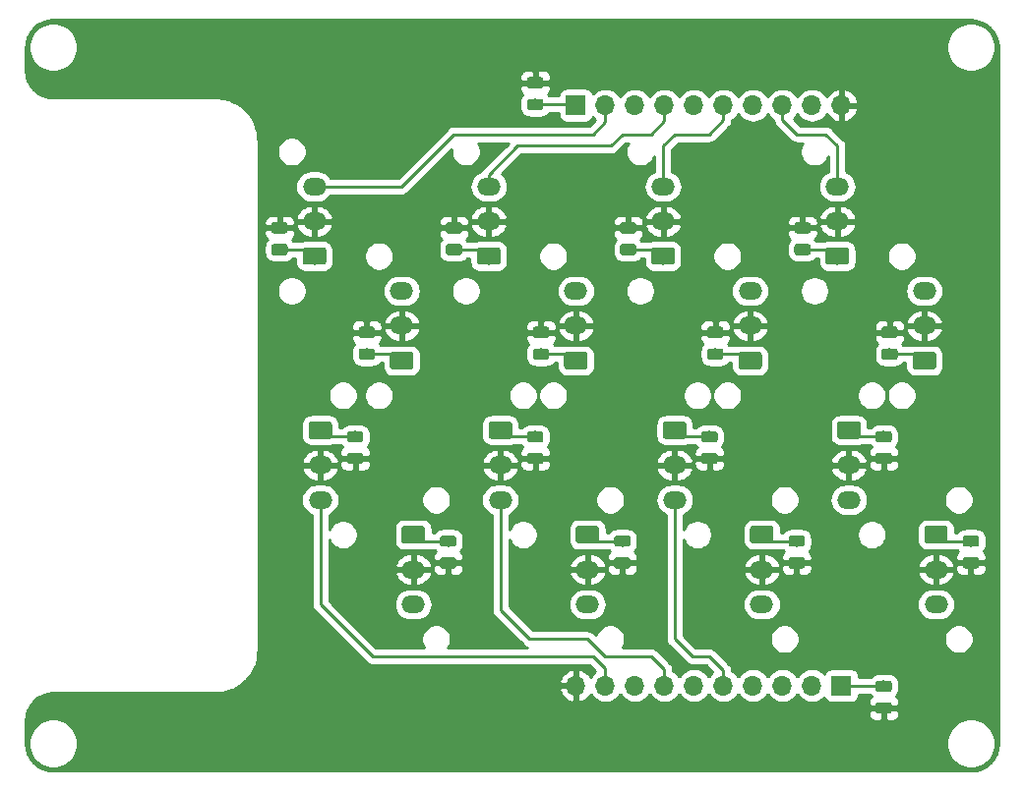
<source format=gbr>
%TF.GenerationSoftware,KiCad,Pcbnew,(5.1.4)-1*%
%TF.CreationDate,2019-11-14T01:11:51-06:00*%
%TF.ProjectId,BPSMinionConnector,4250534d-696e-4696-9f6e-436f6e6e6563,rev?*%
%TF.SameCoordinates,Original*%
%TF.FileFunction,Copper,L2,Bot*%
%TF.FilePolarity,Positive*%
%FSLAX46Y46*%
G04 Gerber Fmt 4.6, Leading zero omitted, Abs format (unit mm)*
G04 Created by KiCad (PCBNEW (5.1.4)-1) date 2019-11-14 01:11:51*
%MOMM*%
%LPD*%
G04 APERTURE LIST*
%ADD10C,0.100000*%
%ADD11C,1.500000*%
%ADD12O,2.020000X1.500000*%
%ADD13C,0.975000*%
%ADD14O,1.700000X1.700000*%
%ADD15R,1.700000X1.700000*%
%ADD16C,0.250000*%
%ADD17C,0.254000*%
G04 APERTURE END LIST*
D10*
G36*
X126784504Y-105251204D02*
G01*
X126808773Y-105254804D01*
X126832571Y-105260765D01*
X126855671Y-105269030D01*
X126877849Y-105279520D01*
X126898893Y-105292133D01*
X126918598Y-105306747D01*
X126936777Y-105323223D01*
X126953253Y-105341402D01*
X126967867Y-105361107D01*
X126980480Y-105382151D01*
X126990970Y-105404329D01*
X126999235Y-105427429D01*
X127005196Y-105451227D01*
X127008796Y-105475496D01*
X127010000Y-105500000D01*
X127010000Y-106500000D01*
X127008796Y-106524504D01*
X127005196Y-106548773D01*
X126999235Y-106572571D01*
X126990970Y-106595671D01*
X126980480Y-106617849D01*
X126967867Y-106638893D01*
X126953253Y-106658598D01*
X126936777Y-106676777D01*
X126918598Y-106693253D01*
X126898893Y-106707867D01*
X126877849Y-106720480D01*
X126855671Y-106730970D01*
X126832571Y-106739235D01*
X126808773Y-106745196D01*
X126784504Y-106748796D01*
X126760000Y-106750000D01*
X125240000Y-106750000D01*
X125215496Y-106748796D01*
X125191227Y-106745196D01*
X125167429Y-106739235D01*
X125144329Y-106730970D01*
X125122151Y-106720480D01*
X125101107Y-106707867D01*
X125081402Y-106693253D01*
X125063223Y-106676777D01*
X125046747Y-106658598D01*
X125032133Y-106638893D01*
X125019520Y-106617849D01*
X125009030Y-106595671D01*
X125000765Y-106572571D01*
X124994804Y-106548773D01*
X124991204Y-106524504D01*
X124990000Y-106500000D01*
X124990000Y-105500000D01*
X124991204Y-105475496D01*
X124994804Y-105451227D01*
X125000765Y-105427429D01*
X125009030Y-105404329D01*
X125019520Y-105382151D01*
X125032133Y-105361107D01*
X125046747Y-105341402D01*
X125063223Y-105323223D01*
X125081402Y-105306747D01*
X125101107Y-105292133D01*
X125122151Y-105279520D01*
X125144329Y-105269030D01*
X125167429Y-105260765D01*
X125191227Y-105254804D01*
X125215496Y-105251204D01*
X125240000Y-105250000D01*
X126760000Y-105250000D01*
X126784504Y-105251204D01*
X126784504Y-105251204D01*
G37*
D11*
X126000000Y-106000000D03*
D12*
X126000000Y-109000000D03*
X126000000Y-112000000D03*
D10*
G36*
X171284504Y-90251204D02*
G01*
X171308773Y-90254804D01*
X171332571Y-90260765D01*
X171355671Y-90269030D01*
X171377849Y-90279520D01*
X171398893Y-90292133D01*
X171418598Y-90306747D01*
X171436777Y-90323223D01*
X171453253Y-90341402D01*
X171467867Y-90361107D01*
X171480480Y-90382151D01*
X171490970Y-90404329D01*
X171499235Y-90427429D01*
X171505196Y-90451227D01*
X171508796Y-90475496D01*
X171510000Y-90500000D01*
X171510000Y-91500000D01*
X171508796Y-91524504D01*
X171505196Y-91548773D01*
X171499235Y-91572571D01*
X171490970Y-91595671D01*
X171480480Y-91617849D01*
X171467867Y-91638893D01*
X171453253Y-91658598D01*
X171436777Y-91676777D01*
X171418598Y-91693253D01*
X171398893Y-91707867D01*
X171377849Y-91720480D01*
X171355671Y-91730970D01*
X171332571Y-91739235D01*
X171308773Y-91745196D01*
X171284504Y-91748796D01*
X171260000Y-91750000D01*
X169740000Y-91750000D01*
X169715496Y-91748796D01*
X169691227Y-91745196D01*
X169667429Y-91739235D01*
X169644329Y-91730970D01*
X169622151Y-91720480D01*
X169601107Y-91707867D01*
X169581402Y-91693253D01*
X169563223Y-91676777D01*
X169546747Y-91658598D01*
X169532133Y-91638893D01*
X169519520Y-91617849D01*
X169509030Y-91595671D01*
X169500765Y-91572571D01*
X169494804Y-91548773D01*
X169491204Y-91524504D01*
X169490000Y-91500000D01*
X169490000Y-90500000D01*
X169491204Y-90475496D01*
X169494804Y-90451227D01*
X169500765Y-90427429D01*
X169509030Y-90404329D01*
X169519520Y-90382151D01*
X169532133Y-90361107D01*
X169546747Y-90341402D01*
X169563223Y-90323223D01*
X169581402Y-90306747D01*
X169601107Y-90292133D01*
X169622151Y-90279520D01*
X169644329Y-90269030D01*
X169667429Y-90260765D01*
X169691227Y-90254804D01*
X169715496Y-90251204D01*
X169740000Y-90250000D01*
X171260000Y-90250000D01*
X171284504Y-90251204D01*
X171284504Y-90251204D01*
G37*
D11*
X170500000Y-91000000D03*
D12*
X170500000Y-88000000D03*
X170500000Y-85000000D03*
D10*
G36*
X175480142Y-98951174D02*
G01*
X175503803Y-98954684D01*
X175527007Y-98960496D01*
X175549529Y-98968554D01*
X175571153Y-98978782D01*
X175591670Y-98991079D01*
X175610883Y-99005329D01*
X175628607Y-99021393D01*
X175644671Y-99039117D01*
X175658921Y-99058330D01*
X175671218Y-99078847D01*
X175681446Y-99100471D01*
X175689504Y-99122993D01*
X175695316Y-99146197D01*
X175698826Y-99169858D01*
X175700000Y-99193750D01*
X175700000Y-99681250D01*
X175698826Y-99705142D01*
X175695316Y-99728803D01*
X175689504Y-99752007D01*
X175681446Y-99774529D01*
X175671218Y-99796153D01*
X175658921Y-99816670D01*
X175644671Y-99835883D01*
X175628607Y-99853607D01*
X175610883Y-99869671D01*
X175591670Y-99883921D01*
X175571153Y-99896218D01*
X175549529Y-99906446D01*
X175527007Y-99914504D01*
X175503803Y-99920316D01*
X175480142Y-99923826D01*
X175456250Y-99925000D01*
X174543750Y-99925000D01*
X174519858Y-99923826D01*
X174496197Y-99920316D01*
X174472993Y-99914504D01*
X174450471Y-99906446D01*
X174428847Y-99896218D01*
X174408330Y-99883921D01*
X174389117Y-99869671D01*
X174371393Y-99853607D01*
X174355329Y-99835883D01*
X174341079Y-99816670D01*
X174328782Y-99796153D01*
X174318554Y-99774529D01*
X174310496Y-99752007D01*
X174304684Y-99728803D01*
X174301174Y-99705142D01*
X174300000Y-99681250D01*
X174300000Y-99193750D01*
X174301174Y-99169858D01*
X174304684Y-99146197D01*
X174310496Y-99122993D01*
X174318554Y-99100471D01*
X174328782Y-99078847D01*
X174341079Y-99058330D01*
X174355329Y-99039117D01*
X174371393Y-99021393D01*
X174389117Y-99005329D01*
X174408330Y-98991079D01*
X174428847Y-98978782D01*
X174450471Y-98968554D01*
X174472993Y-98960496D01*
X174496197Y-98954684D01*
X174519858Y-98951174D01*
X174543750Y-98950000D01*
X175456250Y-98950000D01*
X175480142Y-98951174D01*
X175480142Y-98951174D01*
G37*
D13*
X175000000Y-99437500D03*
D10*
G36*
X175480142Y-97076174D02*
G01*
X175503803Y-97079684D01*
X175527007Y-97085496D01*
X175549529Y-97093554D01*
X175571153Y-97103782D01*
X175591670Y-97116079D01*
X175610883Y-97130329D01*
X175628607Y-97146393D01*
X175644671Y-97164117D01*
X175658921Y-97183330D01*
X175671218Y-97203847D01*
X175681446Y-97225471D01*
X175689504Y-97247993D01*
X175695316Y-97271197D01*
X175698826Y-97294858D01*
X175700000Y-97318750D01*
X175700000Y-97806250D01*
X175698826Y-97830142D01*
X175695316Y-97853803D01*
X175689504Y-97877007D01*
X175681446Y-97899529D01*
X175671218Y-97921153D01*
X175658921Y-97941670D01*
X175644671Y-97960883D01*
X175628607Y-97978607D01*
X175610883Y-97994671D01*
X175591670Y-98008921D01*
X175571153Y-98021218D01*
X175549529Y-98031446D01*
X175527007Y-98039504D01*
X175503803Y-98045316D01*
X175480142Y-98048826D01*
X175456250Y-98050000D01*
X174543750Y-98050000D01*
X174519858Y-98048826D01*
X174496197Y-98045316D01*
X174472993Y-98039504D01*
X174450471Y-98031446D01*
X174428847Y-98021218D01*
X174408330Y-98008921D01*
X174389117Y-97994671D01*
X174371393Y-97978607D01*
X174355329Y-97960883D01*
X174341079Y-97941670D01*
X174328782Y-97921153D01*
X174318554Y-97899529D01*
X174310496Y-97877007D01*
X174304684Y-97853803D01*
X174301174Y-97830142D01*
X174300000Y-97806250D01*
X174300000Y-97318750D01*
X174301174Y-97294858D01*
X174304684Y-97271197D01*
X174310496Y-97247993D01*
X174318554Y-97225471D01*
X174328782Y-97203847D01*
X174341079Y-97183330D01*
X174355329Y-97164117D01*
X174371393Y-97146393D01*
X174389117Y-97130329D01*
X174408330Y-97116079D01*
X174428847Y-97103782D01*
X174450471Y-97093554D01*
X174472993Y-97085496D01*
X174496197Y-97079684D01*
X174519858Y-97076174D01*
X174543750Y-97075000D01*
X175456250Y-97075000D01*
X175480142Y-97076174D01*
X175480142Y-97076174D01*
G37*
D13*
X175000000Y-97562500D03*
D10*
G36*
X182480142Y-116951174D02*
G01*
X182503803Y-116954684D01*
X182527007Y-116960496D01*
X182549529Y-116968554D01*
X182571153Y-116978782D01*
X182591670Y-116991079D01*
X182610883Y-117005329D01*
X182628607Y-117021393D01*
X182644671Y-117039117D01*
X182658921Y-117058330D01*
X182671218Y-117078847D01*
X182681446Y-117100471D01*
X182689504Y-117122993D01*
X182695316Y-117146197D01*
X182698826Y-117169858D01*
X182700000Y-117193750D01*
X182700000Y-117681250D01*
X182698826Y-117705142D01*
X182695316Y-117728803D01*
X182689504Y-117752007D01*
X182681446Y-117774529D01*
X182671218Y-117796153D01*
X182658921Y-117816670D01*
X182644671Y-117835883D01*
X182628607Y-117853607D01*
X182610883Y-117869671D01*
X182591670Y-117883921D01*
X182571153Y-117896218D01*
X182549529Y-117906446D01*
X182527007Y-117914504D01*
X182503803Y-117920316D01*
X182480142Y-117923826D01*
X182456250Y-117925000D01*
X181543750Y-117925000D01*
X181519858Y-117923826D01*
X181496197Y-117920316D01*
X181472993Y-117914504D01*
X181450471Y-117906446D01*
X181428847Y-117896218D01*
X181408330Y-117883921D01*
X181389117Y-117869671D01*
X181371393Y-117853607D01*
X181355329Y-117835883D01*
X181341079Y-117816670D01*
X181328782Y-117796153D01*
X181318554Y-117774529D01*
X181310496Y-117752007D01*
X181304684Y-117728803D01*
X181301174Y-117705142D01*
X181300000Y-117681250D01*
X181300000Y-117193750D01*
X181301174Y-117169858D01*
X181304684Y-117146197D01*
X181310496Y-117122993D01*
X181318554Y-117100471D01*
X181328782Y-117078847D01*
X181341079Y-117058330D01*
X181355329Y-117039117D01*
X181371393Y-117021393D01*
X181389117Y-117005329D01*
X181408330Y-116991079D01*
X181428847Y-116978782D01*
X181450471Y-116968554D01*
X181472993Y-116960496D01*
X181496197Y-116954684D01*
X181519858Y-116951174D01*
X181543750Y-116950000D01*
X182456250Y-116950000D01*
X182480142Y-116951174D01*
X182480142Y-116951174D01*
G37*
D13*
X182000000Y-117437500D03*
D10*
G36*
X182480142Y-115076174D02*
G01*
X182503803Y-115079684D01*
X182527007Y-115085496D01*
X182549529Y-115093554D01*
X182571153Y-115103782D01*
X182591670Y-115116079D01*
X182610883Y-115130329D01*
X182628607Y-115146393D01*
X182644671Y-115164117D01*
X182658921Y-115183330D01*
X182671218Y-115203847D01*
X182681446Y-115225471D01*
X182689504Y-115247993D01*
X182695316Y-115271197D01*
X182698826Y-115294858D01*
X182700000Y-115318750D01*
X182700000Y-115806250D01*
X182698826Y-115830142D01*
X182695316Y-115853803D01*
X182689504Y-115877007D01*
X182681446Y-115899529D01*
X182671218Y-115921153D01*
X182658921Y-115941670D01*
X182644671Y-115960883D01*
X182628607Y-115978607D01*
X182610883Y-115994671D01*
X182591670Y-116008921D01*
X182571153Y-116021218D01*
X182549529Y-116031446D01*
X182527007Y-116039504D01*
X182503803Y-116045316D01*
X182480142Y-116048826D01*
X182456250Y-116050000D01*
X181543750Y-116050000D01*
X181519858Y-116048826D01*
X181496197Y-116045316D01*
X181472993Y-116039504D01*
X181450471Y-116031446D01*
X181428847Y-116021218D01*
X181408330Y-116008921D01*
X181389117Y-115994671D01*
X181371393Y-115978607D01*
X181355329Y-115960883D01*
X181341079Y-115941670D01*
X181328782Y-115921153D01*
X181318554Y-115899529D01*
X181310496Y-115877007D01*
X181304684Y-115853803D01*
X181301174Y-115830142D01*
X181300000Y-115806250D01*
X181300000Y-115318750D01*
X181301174Y-115294858D01*
X181304684Y-115271197D01*
X181310496Y-115247993D01*
X181318554Y-115225471D01*
X181328782Y-115203847D01*
X181341079Y-115183330D01*
X181355329Y-115164117D01*
X181371393Y-115146393D01*
X181389117Y-115130329D01*
X181408330Y-115116079D01*
X181428847Y-115103782D01*
X181450471Y-115093554D01*
X181472993Y-115085496D01*
X181496197Y-115079684D01*
X181519858Y-115076174D01*
X181543750Y-115075000D01*
X182456250Y-115075000D01*
X182480142Y-115076174D01*
X182480142Y-115076174D01*
G37*
D13*
X182000000Y-115562500D03*
D10*
G36*
X167980142Y-89951174D02*
G01*
X168003803Y-89954684D01*
X168027007Y-89960496D01*
X168049529Y-89968554D01*
X168071153Y-89978782D01*
X168091670Y-89991079D01*
X168110883Y-90005329D01*
X168128607Y-90021393D01*
X168144671Y-90039117D01*
X168158921Y-90058330D01*
X168171218Y-90078847D01*
X168181446Y-90100471D01*
X168189504Y-90122993D01*
X168195316Y-90146197D01*
X168198826Y-90169858D01*
X168200000Y-90193750D01*
X168200000Y-90681250D01*
X168198826Y-90705142D01*
X168195316Y-90728803D01*
X168189504Y-90752007D01*
X168181446Y-90774529D01*
X168171218Y-90796153D01*
X168158921Y-90816670D01*
X168144671Y-90835883D01*
X168128607Y-90853607D01*
X168110883Y-90869671D01*
X168091670Y-90883921D01*
X168071153Y-90896218D01*
X168049529Y-90906446D01*
X168027007Y-90914504D01*
X168003803Y-90920316D01*
X167980142Y-90923826D01*
X167956250Y-90925000D01*
X167043750Y-90925000D01*
X167019858Y-90923826D01*
X166996197Y-90920316D01*
X166972993Y-90914504D01*
X166950471Y-90906446D01*
X166928847Y-90896218D01*
X166908330Y-90883921D01*
X166889117Y-90869671D01*
X166871393Y-90853607D01*
X166855329Y-90835883D01*
X166841079Y-90816670D01*
X166828782Y-90796153D01*
X166818554Y-90774529D01*
X166810496Y-90752007D01*
X166804684Y-90728803D01*
X166801174Y-90705142D01*
X166800000Y-90681250D01*
X166800000Y-90193750D01*
X166801174Y-90169858D01*
X166804684Y-90146197D01*
X166810496Y-90122993D01*
X166818554Y-90100471D01*
X166828782Y-90078847D01*
X166841079Y-90058330D01*
X166855329Y-90039117D01*
X166871393Y-90021393D01*
X166889117Y-90005329D01*
X166908330Y-89991079D01*
X166928847Y-89978782D01*
X166950471Y-89968554D01*
X166972993Y-89960496D01*
X166996197Y-89954684D01*
X167019858Y-89951174D01*
X167043750Y-89950000D01*
X167956250Y-89950000D01*
X167980142Y-89951174D01*
X167980142Y-89951174D01*
G37*
D13*
X167500000Y-90437500D03*
D10*
G36*
X167980142Y-88076174D02*
G01*
X168003803Y-88079684D01*
X168027007Y-88085496D01*
X168049529Y-88093554D01*
X168071153Y-88103782D01*
X168091670Y-88116079D01*
X168110883Y-88130329D01*
X168128607Y-88146393D01*
X168144671Y-88164117D01*
X168158921Y-88183330D01*
X168171218Y-88203847D01*
X168181446Y-88225471D01*
X168189504Y-88247993D01*
X168195316Y-88271197D01*
X168198826Y-88294858D01*
X168200000Y-88318750D01*
X168200000Y-88806250D01*
X168198826Y-88830142D01*
X168195316Y-88853803D01*
X168189504Y-88877007D01*
X168181446Y-88899529D01*
X168171218Y-88921153D01*
X168158921Y-88941670D01*
X168144671Y-88960883D01*
X168128607Y-88978607D01*
X168110883Y-88994671D01*
X168091670Y-89008921D01*
X168071153Y-89021218D01*
X168049529Y-89031446D01*
X168027007Y-89039504D01*
X168003803Y-89045316D01*
X167980142Y-89048826D01*
X167956250Y-89050000D01*
X167043750Y-89050000D01*
X167019858Y-89048826D01*
X166996197Y-89045316D01*
X166972993Y-89039504D01*
X166950471Y-89031446D01*
X166928847Y-89021218D01*
X166908330Y-89008921D01*
X166889117Y-88994671D01*
X166871393Y-88978607D01*
X166855329Y-88960883D01*
X166841079Y-88941670D01*
X166828782Y-88921153D01*
X166818554Y-88899529D01*
X166810496Y-88877007D01*
X166804684Y-88853803D01*
X166801174Y-88830142D01*
X166800000Y-88806250D01*
X166800000Y-88318750D01*
X166801174Y-88294858D01*
X166804684Y-88271197D01*
X166810496Y-88247993D01*
X166818554Y-88225471D01*
X166828782Y-88203847D01*
X166841079Y-88183330D01*
X166855329Y-88164117D01*
X166871393Y-88146393D01*
X166889117Y-88130329D01*
X166908330Y-88116079D01*
X166928847Y-88103782D01*
X166950471Y-88093554D01*
X166972993Y-88085496D01*
X166996197Y-88079684D01*
X167019858Y-88076174D01*
X167043750Y-88075000D01*
X167956250Y-88075000D01*
X167980142Y-88076174D01*
X167980142Y-88076174D01*
G37*
D13*
X167500000Y-88562500D03*
D10*
G36*
X174980142Y-107951174D02*
G01*
X175003803Y-107954684D01*
X175027007Y-107960496D01*
X175049529Y-107968554D01*
X175071153Y-107978782D01*
X175091670Y-107991079D01*
X175110883Y-108005329D01*
X175128607Y-108021393D01*
X175144671Y-108039117D01*
X175158921Y-108058330D01*
X175171218Y-108078847D01*
X175181446Y-108100471D01*
X175189504Y-108122993D01*
X175195316Y-108146197D01*
X175198826Y-108169858D01*
X175200000Y-108193750D01*
X175200000Y-108681250D01*
X175198826Y-108705142D01*
X175195316Y-108728803D01*
X175189504Y-108752007D01*
X175181446Y-108774529D01*
X175171218Y-108796153D01*
X175158921Y-108816670D01*
X175144671Y-108835883D01*
X175128607Y-108853607D01*
X175110883Y-108869671D01*
X175091670Y-108883921D01*
X175071153Y-108896218D01*
X175049529Y-108906446D01*
X175027007Y-108914504D01*
X175003803Y-108920316D01*
X174980142Y-108923826D01*
X174956250Y-108925000D01*
X174043750Y-108925000D01*
X174019858Y-108923826D01*
X173996197Y-108920316D01*
X173972993Y-108914504D01*
X173950471Y-108906446D01*
X173928847Y-108896218D01*
X173908330Y-108883921D01*
X173889117Y-108869671D01*
X173871393Y-108853607D01*
X173855329Y-108835883D01*
X173841079Y-108816670D01*
X173828782Y-108796153D01*
X173818554Y-108774529D01*
X173810496Y-108752007D01*
X173804684Y-108728803D01*
X173801174Y-108705142D01*
X173800000Y-108681250D01*
X173800000Y-108193750D01*
X173801174Y-108169858D01*
X173804684Y-108146197D01*
X173810496Y-108122993D01*
X173818554Y-108100471D01*
X173828782Y-108078847D01*
X173841079Y-108058330D01*
X173855329Y-108039117D01*
X173871393Y-108021393D01*
X173889117Y-108005329D01*
X173908330Y-107991079D01*
X173928847Y-107978782D01*
X173950471Y-107968554D01*
X173972993Y-107960496D01*
X173996197Y-107954684D01*
X174019858Y-107951174D01*
X174043750Y-107950000D01*
X174956250Y-107950000D01*
X174980142Y-107951174D01*
X174980142Y-107951174D01*
G37*
D13*
X174500000Y-108437500D03*
D10*
G36*
X174980142Y-106076174D02*
G01*
X175003803Y-106079684D01*
X175027007Y-106085496D01*
X175049529Y-106093554D01*
X175071153Y-106103782D01*
X175091670Y-106116079D01*
X175110883Y-106130329D01*
X175128607Y-106146393D01*
X175144671Y-106164117D01*
X175158921Y-106183330D01*
X175171218Y-106203847D01*
X175181446Y-106225471D01*
X175189504Y-106247993D01*
X175195316Y-106271197D01*
X175198826Y-106294858D01*
X175200000Y-106318750D01*
X175200000Y-106806250D01*
X175198826Y-106830142D01*
X175195316Y-106853803D01*
X175189504Y-106877007D01*
X175181446Y-106899529D01*
X175171218Y-106921153D01*
X175158921Y-106941670D01*
X175144671Y-106960883D01*
X175128607Y-106978607D01*
X175110883Y-106994671D01*
X175091670Y-107008921D01*
X175071153Y-107021218D01*
X175049529Y-107031446D01*
X175027007Y-107039504D01*
X175003803Y-107045316D01*
X174980142Y-107048826D01*
X174956250Y-107050000D01*
X174043750Y-107050000D01*
X174019858Y-107048826D01*
X173996197Y-107045316D01*
X173972993Y-107039504D01*
X173950471Y-107031446D01*
X173928847Y-107021218D01*
X173908330Y-107008921D01*
X173889117Y-106994671D01*
X173871393Y-106978607D01*
X173855329Y-106960883D01*
X173841079Y-106941670D01*
X173828782Y-106921153D01*
X173818554Y-106899529D01*
X173810496Y-106877007D01*
X173804684Y-106853803D01*
X173801174Y-106830142D01*
X173800000Y-106806250D01*
X173800000Y-106318750D01*
X173801174Y-106294858D01*
X173804684Y-106271197D01*
X173810496Y-106247993D01*
X173818554Y-106225471D01*
X173828782Y-106203847D01*
X173841079Y-106183330D01*
X173855329Y-106164117D01*
X173871393Y-106146393D01*
X173889117Y-106130329D01*
X173908330Y-106116079D01*
X173928847Y-106103782D01*
X173950471Y-106093554D01*
X173972993Y-106085496D01*
X173996197Y-106079684D01*
X174019858Y-106076174D01*
X174043750Y-106075000D01*
X174956250Y-106075000D01*
X174980142Y-106076174D01*
X174980142Y-106076174D01*
G37*
D13*
X174500000Y-106562500D03*
D10*
G36*
X160480142Y-98951174D02*
G01*
X160503803Y-98954684D01*
X160527007Y-98960496D01*
X160549529Y-98968554D01*
X160571153Y-98978782D01*
X160591670Y-98991079D01*
X160610883Y-99005329D01*
X160628607Y-99021393D01*
X160644671Y-99039117D01*
X160658921Y-99058330D01*
X160671218Y-99078847D01*
X160681446Y-99100471D01*
X160689504Y-99122993D01*
X160695316Y-99146197D01*
X160698826Y-99169858D01*
X160700000Y-99193750D01*
X160700000Y-99681250D01*
X160698826Y-99705142D01*
X160695316Y-99728803D01*
X160689504Y-99752007D01*
X160681446Y-99774529D01*
X160671218Y-99796153D01*
X160658921Y-99816670D01*
X160644671Y-99835883D01*
X160628607Y-99853607D01*
X160610883Y-99869671D01*
X160591670Y-99883921D01*
X160571153Y-99896218D01*
X160549529Y-99906446D01*
X160527007Y-99914504D01*
X160503803Y-99920316D01*
X160480142Y-99923826D01*
X160456250Y-99925000D01*
X159543750Y-99925000D01*
X159519858Y-99923826D01*
X159496197Y-99920316D01*
X159472993Y-99914504D01*
X159450471Y-99906446D01*
X159428847Y-99896218D01*
X159408330Y-99883921D01*
X159389117Y-99869671D01*
X159371393Y-99853607D01*
X159355329Y-99835883D01*
X159341079Y-99816670D01*
X159328782Y-99796153D01*
X159318554Y-99774529D01*
X159310496Y-99752007D01*
X159304684Y-99728803D01*
X159301174Y-99705142D01*
X159300000Y-99681250D01*
X159300000Y-99193750D01*
X159301174Y-99169858D01*
X159304684Y-99146197D01*
X159310496Y-99122993D01*
X159318554Y-99100471D01*
X159328782Y-99078847D01*
X159341079Y-99058330D01*
X159355329Y-99039117D01*
X159371393Y-99021393D01*
X159389117Y-99005329D01*
X159408330Y-98991079D01*
X159428847Y-98978782D01*
X159450471Y-98968554D01*
X159472993Y-98960496D01*
X159496197Y-98954684D01*
X159519858Y-98951174D01*
X159543750Y-98950000D01*
X160456250Y-98950000D01*
X160480142Y-98951174D01*
X160480142Y-98951174D01*
G37*
D13*
X160000000Y-99437500D03*
D10*
G36*
X160480142Y-97076174D02*
G01*
X160503803Y-97079684D01*
X160527007Y-97085496D01*
X160549529Y-97093554D01*
X160571153Y-97103782D01*
X160591670Y-97116079D01*
X160610883Y-97130329D01*
X160628607Y-97146393D01*
X160644671Y-97164117D01*
X160658921Y-97183330D01*
X160671218Y-97203847D01*
X160681446Y-97225471D01*
X160689504Y-97247993D01*
X160695316Y-97271197D01*
X160698826Y-97294858D01*
X160700000Y-97318750D01*
X160700000Y-97806250D01*
X160698826Y-97830142D01*
X160695316Y-97853803D01*
X160689504Y-97877007D01*
X160681446Y-97899529D01*
X160671218Y-97921153D01*
X160658921Y-97941670D01*
X160644671Y-97960883D01*
X160628607Y-97978607D01*
X160610883Y-97994671D01*
X160591670Y-98008921D01*
X160571153Y-98021218D01*
X160549529Y-98031446D01*
X160527007Y-98039504D01*
X160503803Y-98045316D01*
X160480142Y-98048826D01*
X160456250Y-98050000D01*
X159543750Y-98050000D01*
X159519858Y-98048826D01*
X159496197Y-98045316D01*
X159472993Y-98039504D01*
X159450471Y-98031446D01*
X159428847Y-98021218D01*
X159408330Y-98008921D01*
X159389117Y-97994671D01*
X159371393Y-97978607D01*
X159355329Y-97960883D01*
X159341079Y-97941670D01*
X159328782Y-97921153D01*
X159318554Y-97899529D01*
X159310496Y-97877007D01*
X159304684Y-97853803D01*
X159301174Y-97830142D01*
X159300000Y-97806250D01*
X159300000Y-97318750D01*
X159301174Y-97294858D01*
X159304684Y-97271197D01*
X159310496Y-97247993D01*
X159318554Y-97225471D01*
X159328782Y-97203847D01*
X159341079Y-97183330D01*
X159355329Y-97164117D01*
X159371393Y-97146393D01*
X159389117Y-97130329D01*
X159408330Y-97116079D01*
X159428847Y-97103782D01*
X159450471Y-97093554D01*
X159472993Y-97085496D01*
X159496197Y-97079684D01*
X159519858Y-97076174D01*
X159543750Y-97075000D01*
X160456250Y-97075000D01*
X160480142Y-97076174D01*
X160480142Y-97076174D01*
G37*
D13*
X160000000Y-97562500D03*
D10*
G36*
X167480142Y-115076174D02*
G01*
X167503803Y-115079684D01*
X167527007Y-115085496D01*
X167549529Y-115093554D01*
X167571153Y-115103782D01*
X167591670Y-115116079D01*
X167610883Y-115130329D01*
X167628607Y-115146393D01*
X167644671Y-115164117D01*
X167658921Y-115183330D01*
X167671218Y-115203847D01*
X167681446Y-115225471D01*
X167689504Y-115247993D01*
X167695316Y-115271197D01*
X167698826Y-115294858D01*
X167700000Y-115318750D01*
X167700000Y-115806250D01*
X167698826Y-115830142D01*
X167695316Y-115853803D01*
X167689504Y-115877007D01*
X167681446Y-115899529D01*
X167671218Y-115921153D01*
X167658921Y-115941670D01*
X167644671Y-115960883D01*
X167628607Y-115978607D01*
X167610883Y-115994671D01*
X167591670Y-116008921D01*
X167571153Y-116021218D01*
X167549529Y-116031446D01*
X167527007Y-116039504D01*
X167503803Y-116045316D01*
X167480142Y-116048826D01*
X167456250Y-116050000D01*
X166543750Y-116050000D01*
X166519858Y-116048826D01*
X166496197Y-116045316D01*
X166472993Y-116039504D01*
X166450471Y-116031446D01*
X166428847Y-116021218D01*
X166408330Y-116008921D01*
X166389117Y-115994671D01*
X166371393Y-115978607D01*
X166355329Y-115960883D01*
X166341079Y-115941670D01*
X166328782Y-115921153D01*
X166318554Y-115899529D01*
X166310496Y-115877007D01*
X166304684Y-115853803D01*
X166301174Y-115830142D01*
X166300000Y-115806250D01*
X166300000Y-115318750D01*
X166301174Y-115294858D01*
X166304684Y-115271197D01*
X166310496Y-115247993D01*
X166318554Y-115225471D01*
X166328782Y-115203847D01*
X166341079Y-115183330D01*
X166355329Y-115164117D01*
X166371393Y-115146393D01*
X166389117Y-115130329D01*
X166408330Y-115116079D01*
X166428847Y-115103782D01*
X166450471Y-115093554D01*
X166472993Y-115085496D01*
X166496197Y-115079684D01*
X166519858Y-115076174D01*
X166543750Y-115075000D01*
X167456250Y-115075000D01*
X167480142Y-115076174D01*
X167480142Y-115076174D01*
G37*
D13*
X167000000Y-115562500D03*
D10*
G36*
X167480142Y-116951174D02*
G01*
X167503803Y-116954684D01*
X167527007Y-116960496D01*
X167549529Y-116968554D01*
X167571153Y-116978782D01*
X167591670Y-116991079D01*
X167610883Y-117005329D01*
X167628607Y-117021393D01*
X167644671Y-117039117D01*
X167658921Y-117058330D01*
X167671218Y-117078847D01*
X167681446Y-117100471D01*
X167689504Y-117122993D01*
X167695316Y-117146197D01*
X167698826Y-117169858D01*
X167700000Y-117193750D01*
X167700000Y-117681250D01*
X167698826Y-117705142D01*
X167695316Y-117728803D01*
X167689504Y-117752007D01*
X167681446Y-117774529D01*
X167671218Y-117796153D01*
X167658921Y-117816670D01*
X167644671Y-117835883D01*
X167628607Y-117853607D01*
X167610883Y-117869671D01*
X167591670Y-117883921D01*
X167571153Y-117896218D01*
X167549529Y-117906446D01*
X167527007Y-117914504D01*
X167503803Y-117920316D01*
X167480142Y-117923826D01*
X167456250Y-117925000D01*
X166543750Y-117925000D01*
X166519858Y-117923826D01*
X166496197Y-117920316D01*
X166472993Y-117914504D01*
X166450471Y-117906446D01*
X166428847Y-117896218D01*
X166408330Y-117883921D01*
X166389117Y-117869671D01*
X166371393Y-117853607D01*
X166355329Y-117835883D01*
X166341079Y-117816670D01*
X166328782Y-117796153D01*
X166318554Y-117774529D01*
X166310496Y-117752007D01*
X166304684Y-117728803D01*
X166301174Y-117705142D01*
X166300000Y-117681250D01*
X166300000Y-117193750D01*
X166301174Y-117169858D01*
X166304684Y-117146197D01*
X166310496Y-117122993D01*
X166318554Y-117100471D01*
X166328782Y-117078847D01*
X166341079Y-117058330D01*
X166355329Y-117039117D01*
X166371393Y-117021393D01*
X166389117Y-117005329D01*
X166408330Y-116991079D01*
X166428847Y-116978782D01*
X166450471Y-116968554D01*
X166472993Y-116960496D01*
X166496197Y-116954684D01*
X166519858Y-116951174D01*
X166543750Y-116950000D01*
X167456250Y-116950000D01*
X167480142Y-116951174D01*
X167480142Y-116951174D01*
G37*
D13*
X167000000Y-117437500D03*
D10*
G36*
X152980142Y-88076174D02*
G01*
X153003803Y-88079684D01*
X153027007Y-88085496D01*
X153049529Y-88093554D01*
X153071153Y-88103782D01*
X153091670Y-88116079D01*
X153110883Y-88130329D01*
X153128607Y-88146393D01*
X153144671Y-88164117D01*
X153158921Y-88183330D01*
X153171218Y-88203847D01*
X153181446Y-88225471D01*
X153189504Y-88247993D01*
X153195316Y-88271197D01*
X153198826Y-88294858D01*
X153200000Y-88318750D01*
X153200000Y-88806250D01*
X153198826Y-88830142D01*
X153195316Y-88853803D01*
X153189504Y-88877007D01*
X153181446Y-88899529D01*
X153171218Y-88921153D01*
X153158921Y-88941670D01*
X153144671Y-88960883D01*
X153128607Y-88978607D01*
X153110883Y-88994671D01*
X153091670Y-89008921D01*
X153071153Y-89021218D01*
X153049529Y-89031446D01*
X153027007Y-89039504D01*
X153003803Y-89045316D01*
X152980142Y-89048826D01*
X152956250Y-89050000D01*
X152043750Y-89050000D01*
X152019858Y-89048826D01*
X151996197Y-89045316D01*
X151972993Y-89039504D01*
X151950471Y-89031446D01*
X151928847Y-89021218D01*
X151908330Y-89008921D01*
X151889117Y-88994671D01*
X151871393Y-88978607D01*
X151855329Y-88960883D01*
X151841079Y-88941670D01*
X151828782Y-88921153D01*
X151818554Y-88899529D01*
X151810496Y-88877007D01*
X151804684Y-88853803D01*
X151801174Y-88830142D01*
X151800000Y-88806250D01*
X151800000Y-88318750D01*
X151801174Y-88294858D01*
X151804684Y-88271197D01*
X151810496Y-88247993D01*
X151818554Y-88225471D01*
X151828782Y-88203847D01*
X151841079Y-88183330D01*
X151855329Y-88164117D01*
X151871393Y-88146393D01*
X151889117Y-88130329D01*
X151908330Y-88116079D01*
X151928847Y-88103782D01*
X151950471Y-88093554D01*
X151972993Y-88085496D01*
X151996197Y-88079684D01*
X152019858Y-88076174D01*
X152043750Y-88075000D01*
X152956250Y-88075000D01*
X152980142Y-88076174D01*
X152980142Y-88076174D01*
G37*
D13*
X152500000Y-88562500D03*
D10*
G36*
X152980142Y-89951174D02*
G01*
X153003803Y-89954684D01*
X153027007Y-89960496D01*
X153049529Y-89968554D01*
X153071153Y-89978782D01*
X153091670Y-89991079D01*
X153110883Y-90005329D01*
X153128607Y-90021393D01*
X153144671Y-90039117D01*
X153158921Y-90058330D01*
X153171218Y-90078847D01*
X153181446Y-90100471D01*
X153189504Y-90122993D01*
X153195316Y-90146197D01*
X153198826Y-90169858D01*
X153200000Y-90193750D01*
X153200000Y-90681250D01*
X153198826Y-90705142D01*
X153195316Y-90728803D01*
X153189504Y-90752007D01*
X153181446Y-90774529D01*
X153171218Y-90796153D01*
X153158921Y-90816670D01*
X153144671Y-90835883D01*
X153128607Y-90853607D01*
X153110883Y-90869671D01*
X153091670Y-90883921D01*
X153071153Y-90896218D01*
X153049529Y-90906446D01*
X153027007Y-90914504D01*
X153003803Y-90920316D01*
X152980142Y-90923826D01*
X152956250Y-90925000D01*
X152043750Y-90925000D01*
X152019858Y-90923826D01*
X151996197Y-90920316D01*
X151972993Y-90914504D01*
X151950471Y-90906446D01*
X151928847Y-90896218D01*
X151908330Y-90883921D01*
X151889117Y-90869671D01*
X151871393Y-90853607D01*
X151855329Y-90835883D01*
X151841079Y-90816670D01*
X151828782Y-90796153D01*
X151818554Y-90774529D01*
X151810496Y-90752007D01*
X151804684Y-90728803D01*
X151801174Y-90705142D01*
X151800000Y-90681250D01*
X151800000Y-90193750D01*
X151801174Y-90169858D01*
X151804684Y-90146197D01*
X151810496Y-90122993D01*
X151818554Y-90100471D01*
X151828782Y-90078847D01*
X151841079Y-90058330D01*
X151855329Y-90039117D01*
X151871393Y-90021393D01*
X151889117Y-90005329D01*
X151908330Y-89991079D01*
X151928847Y-89978782D01*
X151950471Y-89968554D01*
X151972993Y-89960496D01*
X151996197Y-89954684D01*
X152019858Y-89951174D01*
X152043750Y-89950000D01*
X152956250Y-89950000D01*
X152980142Y-89951174D01*
X152980142Y-89951174D01*
G37*
D13*
X152500000Y-90437500D03*
D10*
G36*
X159980142Y-107951174D02*
G01*
X160003803Y-107954684D01*
X160027007Y-107960496D01*
X160049529Y-107968554D01*
X160071153Y-107978782D01*
X160091670Y-107991079D01*
X160110883Y-108005329D01*
X160128607Y-108021393D01*
X160144671Y-108039117D01*
X160158921Y-108058330D01*
X160171218Y-108078847D01*
X160181446Y-108100471D01*
X160189504Y-108122993D01*
X160195316Y-108146197D01*
X160198826Y-108169858D01*
X160200000Y-108193750D01*
X160200000Y-108681250D01*
X160198826Y-108705142D01*
X160195316Y-108728803D01*
X160189504Y-108752007D01*
X160181446Y-108774529D01*
X160171218Y-108796153D01*
X160158921Y-108816670D01*
X160144671Y-108835883D01*
X160128607Y-108853607D01*
X160110883Y-108869671D01*
X160091670Y-108883921D01*
X160071153Y-108896218D01*
X160049529Y-108906446D01*
X160027007Y-108914504D01*
X160003803Y-108920316D01*
X159980142Y-108923826D01*
X159956250Y-108925000D01*
X159043750Y-108925000D01*
X159019858Y-108923826D01*
X158996197Y-108920316D01*
X158972993Y-108914504D01*
X158950471Y-108906446D01*
X158928847Y-108896218D01*
X158908330Y-108883921D01*
X158889117Y-108869671D01*
X158871393Y-108853607D01*
X158855329Y-108835883D01*
X158841079Y-108816670D01*
X158828782Y-108796153D01*
X158818554Y-108774529D01*
X158810496Y-108752007D01*
X158804684Y-108728803D01*
X158801174Y-108705142D01*
X158800000Y-108681250D01*
X158800000Y-108193750D01*
X158801174Y-108169858D01*
X158804684Y-108146197D01*
X158810496Y-108122993D01*
X158818554Y-108100471D01*
X158828782Y-108078847D01*
X158841079Y-108058330D01*
X158855329Y-108039117D01*
X158871393Y-108021393D01*
X158889117Y-108005329D01*
X158908330Y-107991079D01*
X158928847Y-107978782D01*
X158950471Y-107968554D01*
X158972993Y-107960496D01*
X158996197Y-107954684D01*
X159019858Y-107951174D01*
X159043750Y-107950000D01*
X159956250Y-107950000D01*
X159980142Y-107951174D01*
X159980142Y-107951174D01*
G37*
D13*
X159500000Y-108437500D03*
D10*
G36*
X159980142Y-106076174D02*
G01*
X160003803Y-106079684D01*
X160027007Y-106085496D01*
X160049529Y-106093554D01*
X160071153Y-106103782D01*
X160091670Y-106116079D01*
X160110883Y-106130329D01*
X160128607Y-106146393D01*
X160144671Y-106164117D01*
X160158921Y-106183330D01*
X160171218Y-106203847D01*
X160181446Y-106225471D01*
X160189504Y-106247993D01*
X160195316Y-106271197D01*
X160198826Y-106294858D01*
X160200000Y-106318750D01*
X160200000Y-106806250D01*
X160198826Y-106830142D01*
X160195316Y-106853803D01*
X160189504Y-106877007D01*
X160181446Y-106899529D01*
X160171218Y-106921153D01*
X160158921Y-106941670D01*
X160144671Y-106960883D01*
X160128607Y-106978607D01*
X160110883Y-106994671D01*
X160091670Y-107008921D01*
X160071153Y-107021218D01*
X160049529Y-107031446D01*
X160027007Y-107039504D01*
X160003803Y-107045316D01*
X159980142Y-107048826D01*
X159956250Y-107050000D01*
X159043750Y-107050000D01*
X159019858Y-107048826D01*
X158996197Y-107045316D01*
X158972993Y-107039504D01*
X158950471Y-107031446D01*
X158928847Y-107021218D01*
X158908330Y-107008921D01*
X158889117Y-106994671D01*
X158871393Y-106978607D01*
X158855329Y-106960883D01*
X158841079Y-106941670D01*
X158828782Y-106921153D01*
X158818554Y-106899529D01*
X158810496Y-106877007D01*
X158804684Y-106853803D01*
X158801174Y-106830142D01*
X158800000Y-106806250D01*
X158800000Y-106318750D01*
X158801174Y-106294858D01*
X158804684Y-106271197D01*
X158810496Y-106247993D01*
X158818554Y-106225471D01*
X158828782Y-106203847D01*
X158841079Y-106183330D01*
X158855329Y-106164117D01*
X158871393Y-106146393D01*
X158889117Y-106130329D01*
X158908330Y-106116079D01*
X158928847Y-106103782D01*
X158950471Y-106093554D01*
X158972993Y-106085496D01*
X158996197Y-106079684D01*
X159019858Y-106076174D01*
X159043750Y-106075000D01*
X159956250Y-106075000D01*
X159980142Y-106076174D01*
X159980142Y-106076174D01*
G37*
D13*
X159500000Y-106562500D03*
D10*
G36*
X145480142Y-98951174D02*
G01*
X145503803Y-98954684D01*
X145527007Y-98960496D01*
X145549529Y-98968554D01*
X145571153Y-98978782D01*
X145591670Y-98991079D01*
X145610883Y-99005329D01*
X145628607Y-99021393D01*
X145644671Y-99039117D01*
X145658921Y-99058330D01*
X145671218Y-99078847D01*
X145681446Y-99100471D01*
X145689504Y-99122993D01*
X145695316Y-99146197D01*
X145698826Y-99169858D01*
X145700000Y-99193750D01*
X145700000Y-99681250D01*
X145698826Y-99705142D01*
X145695316Y-99728803D01*
X145689504Y-99752007D01*
X145681446Y-99774529D01*
X145671218Y-99796153D01*
X145658921Y-99816670D01*
X145644671Y-99835883D01*
X145628607Y-99853607D01*
X145610883Y-99869671D01*
X145591670Y-99883921D01*
X145571153Y-99896218D01*
X145549529Y-99906446D01*
X145527007Y-99914504D01*
X145503803Y-99920316D01*
X145480142Y-99923826D01*
X145456250Y-99925000D01*
X144543750Y-99925000D01*
X144519858Y-99923826D01*
X144496197Y-99920316D01*
X144472993Y-99914504D01*
X144450471Y-99906446D01*
X144428847Y-99896218D01*
X144408330Y-99883921D01*
X144389117Y-99869671D01*
X144371393Y-99853607D01*
X144355329Y-99835883D01*
X144341079Y-99816670D01*
X144328782Y-99796153D01*
X144318554Y-99774529D01*
X144310496Y-99752007D01*
X144304684Y-99728803D01*
X144301174Y-99705142D01*
X144300000Y-99681250D01*
X144300000Y-99193750D01*
X144301174Y-99169858D01*
X144304684Y-99146197D01*
X144310496Y-99122993D01*
X144318554Y-99100471D01*
X144328782Y-99078847D01*
X144341079Y-99058330D01*
X144355329Y-99039117D01*
X144371393Y-99021393D01*
X144389117Y-99005329D01*
X144408330Y-98991079D01*
X144428847Y-98978782D01*
X144450471Y-98968554D01*
X144472993Y-98960496D01*
X144496197Y-98954684D01*
X144519858Y-98951174D01*
X144543750Y-98950000D01*
X145456250Y-98950000D01*
X145480142Y-98951174D01*
X145480142Y-98951174D01*
G37*
D13*
X145000000Y-99437500D03*
D10*
G36*
X145480142Y-97076174D02*
G01*
X145503803Y-97079684D01*
X145527007Y-97085496D01*
X145549529Y-97093554D01*
X145571153Y-97103782D01*
X145591670Y-97116079D01*
X145610883Y-97130329D01*
X145628607Y-97146393D01*
X145644671Y-97164117D01*
X145658921Y-97183330D01*
X145671218Y-97203847D01*
X145681446Y-97225471D01*
X145689504Y-97247993D01*
X145695316Y-97271197D01*
X145698826Y-97294858D01*
X145700000Y-97318750D01*
X145700000Y-97806250D01*
X145698826Y-97830142D01*
X145695316Y-97853803D01*
X145689504Y-97877007D01*
X145681446Y-97899529D01*
X145671218Y-97921153D01*
X145658921Y-97941670D01*
X145644671Y-97960883D01*
X145628607Y-97978607D01*
X145610883Y-97994671D01*
X145591670Y-98008921D01*
X145571153Y-98021218D01*
X145549529Y-98031446D01*
X145527007Y-98039504D01*
X145503803Y-98045316D01*
X145480142Y-98048826D01*
X145456250Y-98050000D01*
X144543750Y-98050000D01*
X144519858Y-98048826D01*
X144496197Y-98045316D01*
X144472993Y-98039504D01*
X144450471Y-98031446D01*
X144428847Y-98021218D01*
X144408330Y-98008921D01*
X144389117Y-97994671D01*
X144371393Y-97978607D01*
X144355329Y-97960883D01*
X144341079Y-97941670D01*
X144328782Y-97921153D01*
X144318554Y-97899529D01*
X144310496Y-97877007D01*
X144304684Y-97853803D01*
X144301174Y-97830142D01*
X144300000Y-97806250D01*
X144300000Y-97318750D01*
X144301174Y-97294858D01*
X144304684Y-97271197D01*
X144310496Y-97247993D01*
X144318554Y-97225471D01*
X144328782Y-97203847D01*
X144341079Y-97183330D01*
X144355329Y-97164117D01*
X144371393Y-97146393D01*
X144389117Y-97130329D01*
X144408330Y-97116079D01*
X144428847Y-97103782D01*
X144450471Y-97093554D01*
X144472993Y-97085496D01*
X144496197Y-97079684D01*
X144519858Y-97076174D01*
X144543750Y-97075000D01*
X145456250Y-97075000D01*
X145480142Y-97076174D01*
X145480142Y-97076174D01*
G37*
D13*
X145000000Y-97562500D03*
D10*
G36*
X152480142Y-116951174D02*
G01*
X152503803Y-116954684D01*
X152527007Y-116960496D01*
X152549529Y-116968554D01*
X152571153Y-116978782D01*
X152591670Y-116991079D01*
X152610883Y-117005329D01*
X152628607Y-117021393D01*
X152644671Y-117039117D01*
X152658921Y-117058330D01*
X152671218Y-117078847D01*
X152681446Y-117100471D01*
X152689504Y-117122993D01*
X152695316Y-117146197D01*
X152698826Y-117169858D01*
X152700000Y-117193750D01*
X152700000Y-117681250D01*
X152698826Y-117705142D01*
X152695316Y-117728803D01*
X152689504Y-117752007D01*
X152681446Y-117774529D01*
X152671218Y-117796153D01*
X152658921Y-117816670D01*
X152644671Y-117835883D01*
X152628607Y-117853607D01*
X152610883Y-117869671D01*
X152591670Y-117883921D01*
X152571153Y-117896218D01*
X152549529Y-117906446D01*
X152527007Y-117914504D01*
X152503803Y-117920316D01*
X152480142Y-117923826D01*
X152456250Y-117925000D01*
X151543750Y-117925000D01*
X151519858Y-117923826D01*
X151496197Y-117920316D01*
X151472993Y-117914504D01*
X151450471Y-117906446D01*
X151428847Y-117896218D01*
X151408330Y-117883921D01*
X151389117Y-117869671D01*
X151371393Y-117853607D01*
X151355329Y-117835883D01*
X151341079Y-117816670D01*
X151328782Y-117796153D01*
X151318554Y-117774529D01*
X151310496Y-117752007D01*
X151304684Y-117728803D01*
X151301174Y-117705142D01*
X151300000Y-117681250D01*
X151300000Y-117193750D01*
X151301174Y-117169858D01*
X151304684Y-117146197D01*
X151310496Y-117122993D01*
X151318554Y-117100471D01*
X151328782Y-117078847D01*
X151341079Y-117058330D01*
X151355329Y-117039117D01*
X151371393Y-117021393D01*
X151389117Y-117005329D01*
X151408330Y-116991079D01*
X151428847Y-116978782D01*
X151450471Y-116968554D01*
X151472993Y-116960496D01*
X151496197Y-116954684D01*
X151519858Y-116951174D01*
X151543750Y-116950000D01*
X152456250Y-116950000D01*
X152480142Y-116951174D01*
X152480142Y-116951174D01*
G37*
D13*
X152000000Y-117437500D03*
D10*
G36*
X152480142Y-115076174D02*
G01*
X152503803Y-115079684D01*
X152527007Y-115085496D01*
X152549529Y-115093554D01*
X152571153Y-115103782D01*
X152591670Y-115116079D01*
X152610883Y-115130329D01*
X152628607Y-115146393D01*
X152644671Y-115164117D01*
X152658921Y-115183330D01*
X152671218Y-115203847D01*
X152681446Y-115225471D01*
X152689504Y-115247993D01*
X152695316Y-115271197D01*
X152698826Y-115294858D01*
X152700000Y-115318750D01*
X152700000Y-115806250D01*
X152698826Y-115830142D01*
X152695316Y-115853803D01*
X152689504Y-115877007D01*
X152681446Y-115899529D01*
X152671218Y-115921153D01*
X152658921Y-115941670D01*
X152644671Y-115960883D01*
X152628607Y-115978607D01*
X152610883Y-115994671D01*
X152591670Y-116008921D01*
X152571153Y-116021218D01*
X152549529Y-116031446D01*
X152527007Y-116039504D01*
X152503803Y-116045316D01*
X152480142Y-116048826D01*
X152456250Y-116050000D01*
X151543750Y-116050000D01*
X151519858Y-116048826D01*
X151496197Y-116045316D01*
X151472993Y-116039504D01*
X151450471Y-116031446D01*
X151428847Y-116021218D01*
X151408330Y-116008921D01*
X151389117Y-115994671D01*
X151371393Y-115978607D01*
X151355329Y-115960883D01*
X151341079Y-115941670D01*
X151328782Y-115921153D01*
X151318554Y-115899529D01*
X151310496Y-115877007D01*
X151304684Y-115853803D01*
X151301174Y-115830142D01*
X151300000Y-115806250D01*
X151300000Y-115318750D01*
X151301174Y-115294858D01*
X151304684Y-115271197D01*
X151310496Y-115247993D01*
X151318554Y-115225471D01*
X151328782Y-115203847D01*
X151341079Y-115183330D01*
X151355329Y-115164117D01*
X151371393Y-115146393D01*
X151389117Y-115130329D01*
X151408330Y-115116079D01*
X151428847Y-115103782D01*
X151450471Y-115093554D01*
X151472993Y-115085496D01*
X151496197Y-115079684D01*
X151519858Y-115076174D01*
X151543750Y-115075000D01*
X152456250Y-115075000D01*
X152480142Y-115076174D01*
X152480142Y-115076174D01*
G37*
D13*
X152000000Y-115562500D03*
D10*
G36*
X137980142Y-89951174D02*
G01*
X138003803Y-89954684D01*
X138027007Y-89960496D01*
X138049529Y-89968554D01*
X138071153Y-89978782D01*
X138091670Y-89991079D01*
X138110883Y-90005329D01*
X138128607Y-90021393D01*
X138144671Y-90039117D01*
X138158921Y-90058330D01*
X138171218Y-90078847D01*
X138181446Y-90100471D01*
X138189504Y-90122993D01*
X138195316Y-90146197D01*
X138198826Y-90169858D01*
X138200000Y-90193750D01*
X138200000Y-90681250D01*
X138198826Y-90705142D01*
X138195316Y-90728803D01*
X138189504Y-90752007D01*
X138181446Y-90774529D01*
X138171218Y-90796153D01*
X138158921Y-90816670D01*
X138144671Y-90835883D01*
X138128607Y-90853607D01*
X138110883Y-90869671D01*
X138091670Y-90883921D01*
X138071153Y-90896218D01*
X138049529Y-90906446D01*
X138027007Y-90914504D01*
X138003803Y-90920316D01*
X137980142Y-90923826D01*
X137956250Y-90925000D01*
X137043750Y-90925000D01*
X137019858Y-90923826D01*
X136996197Y-90920316D01*
X136972993Y-90914504D01*
X136950471Y-90906446D01*
X136928847Y-90896218D01*
X136908330Y-90883921D01*
X136889117Y-90869671D01*
X136871393Y-90853607D01*
X136855329Y-90835883D01*
X136841079Y-90816670D01*
X136828782Y-90796153D01*
X136818554Y-90774529D01*
X136810496Y-90752007D01*
X136804684Y-90728803D01*
X136801174Y-90705142D01*
X136800000Y-90681250D01*
X136800000Y-90193750D01*
X136801174Y-90169858D01*
X136804684Y-90146197D01*
X136810496Y-90122993D01*
X136818554Y-90100471D01*
X136828782Y-90078847D01*
X136841079Y-90058330D01*
X136855329Y-90039117D01*
X136871393Y-90021393D01*
X136889117Y-90005329D01*
X136908330Y-89991079D01*
X136928847Y-89978782D01*
X136950471Y-89968554D01*
X136972993Y-89960496D01*
X136996197Y-89954684D01*
X137019858Y-89951174D01*
X137043750Y-89950000D01*
X137956250Y-89950000D01*
X137980142Y-89951174D01*
X137980142Y-89951174D01*
G37*
D13*
X137500000Y-90437500D03*
D10*
G36*
X137980142Y-88076174D02*
G01*
X138003803Y-88079684D01*
X138027007Y-88085496D01*
X138049529Y-88093554D01*
X138071153Y-88103782D01*
X138091670Y-88116079D01*
X138110883Y-88130329D01*
X138128607Y-88146393D01*
X138144671Y-88164117D01*
X138158921Y-88183330D01*
X138171218Y-88203847D01*
X138181446Y-88225471D01*
X138189504Y-88247993D01*
X138195316Y-88271197D01*
X138198826Y-88294858D01*
X138200000Y-88318750D01*
X138200000Y-88806250D01*
X138198826Y-88830142D01*
X138195316Y-88853803D01*
X138189504Y-88877007D01*
X138181446Y-88899529D01*
X138171218Y-88921153D01*
X138158921Y-88941670D01*
X138144671Y-88960883D01*
X138128607Y-88978607D01*
X138110883Y-88994671D01*
X138091670Y-89008921D01*
X138071153Y-89021218D01*
X138049529Y-89031446D01*
X138027007Y-89039504D01*
X138003803Y-89045316D01*
X137980142Y-89048826D01*
X137956250Y-89050000D01*
X137043750Y-89050000D01*
X137019858Y-89048826D01*
X136996197Y-89045316D01*
X136972993Y-89039504D01*
X136950471Y-89031446D01*
X136928847Y-89021218D01*
X136908330Y-89008921D01*
X136889117Y-88994671D01*
X136871393Y-88978607D01*
X136855329Y-88960883D01*
X136841079Y-88941670D01*
X136828782Y-88921153D01*
X136818554Y-88899529D01*
X136810496Y-88877007D01*
X136804684Y-88853803D01*
X136801174Y-88830142D01*
X136800000Y-88806250D01*
X136800000Y-88318750D01*
X136801174Y-88294858D01*
X136804684Y-88271197D01*
X136810496Y-88247993D01*
X136818554Y-88225471D01*
X136828782Y-88203847D01*
X136841079Y-88183330D01*
X136855329Y-88164117D01*
X136871393Y-88146393D01*
X136889117Y-88130329D01*
X136908330Y-88116079D01*
X136928847Y-88103782D01*
X136950471Y-88093554D01*
X136972993Y-88085496D01*
X136996197Y-88079684D01*
X137019858Y-88076174D01*
X137043750Y-88075000D01*
X137956250Y-88075000D01*
X137980142Y-88076174D01*
X137980142Y-88076174D01*
G37*
D13*
X137500000Y-88562500D03*
D10*
G36*
X144980142Y-107951174D02*
G01*
X145003803Y-107954684D01*
X145027007Y-107960496D01*
X145049529Y-107968554D01*
X145071153Y-107978782D01*
X145091670Y-107991079D01*
X145110883Y-108005329D01*
X145128607Y-108021393D01*
X145144671Y-108039117D01*
X145158921Y-108058330D01*
X145171218Y-108078847D01*
X145181446Y-108100471D01*
X145189504Y-108122993D01*
X145195316Y-108146197D01*
X145198826Y-108169858D01*
X145200000Y-108193750D01*
X145200000Y-108681250D01*
X145198826Y-108705142D01*
X145195316Y-108728803D01*
X145189504Y-108752007D01*
X145181446Y-108774529D01*
X145171218Y-108796153D01*
X145158921Y-108816670D01*
X145144671Y-108835883D01*
X145128607Y-108853607D01*
X145110883Y-108869671D01*
X145091670Y-108883921D01*
X145071153Y-108896218D01*
X145049529Y-108906446D01*
X145027007Y-108914504D01*
X145003803Y-108920316D01*
X144980142Y-108923826D01*
X144956250Y-108925000D01*
X144043750Y-108925000D01*
X144019858Y-108923826D01*
X143996197Y-108920316D01*
X143972993Y-108914504D01*
X143950471Y-108906446D01*
X143928847Y-108896218D01*
X143908330Y-108883921D01*
X143889117Y-108869671D01*
X143871393Y-108853607D01*
X143855329Y-108835883D01*
X143841079Y-108816670D01*
X143828782Y-108796153D01*
X143818554Y-108774529D01*
X143810496Y-108752007D01*
X143804684Y-108728803D01*
X143801174Y-108705142D01*
X143800000Y-108681250D01*
X143800000Y-108193750D01*
X143801174Y-108169858D01*
X143804684Y-108146197D01*
X143810496Y-108122993D01*
X143818554Y-108100471D01*
X143828782Y-108078847D01*
X143841079Y-108058330D01*
X143855329Y-108039117D01*
X143871393Y-108021393D01*
X143889117Y-108005329D01*
X143908330Y-107991079D01*
X143928847Y-107978782D01*
X143950471Y-107968554D01*
X143972993Y-107960496D01*
X143996197Y-107954684D01*
X144019858Y-107951174D01*
X144043750Y-107950000D01*
X144956250Y-107950000D01*
X144980142Y-107951174D01*
X144980142Y-107951174D01*
G37*
D13*
X144500000Y-108437500D03*
D10*
G36*
X144980142Y-106076174D02*
G01*
X145003803Y-106079684D01*
X145027007Y-106085496D01*
X145049529Y-106093554D01*
X145071153Y-106103782D01*
X145091670Y-106116079D01*
X145110883Y-106130329D01*
X145128607Y-106146393D01*
X145144671Y-106164117D01*
X145158921Y-106183330D01*
X145171218Y-106203847D01*
X145181446Y-106225471D01*
X145189504Y-106247993D01*
X145195316Y-106271197D01*
X145198826Y-106294858D01*
X145200000Y-106318750D01*
X145200000Y-106806250D01*
X145198826Y-106830142D01*
X145195316Y-106853803D01*
X145189504Y-106877007D01*
X145181446Y-106899529D01*
X145171218Y-106921153D01*
X145158921Y-106941670D01*
X145144671Y-106960883D01*
X145128607Y-106978607D01*
X145110883Y-106994671D01*
X145091670Y-107008921D01*
X145071153Y-107021218D01*
X145049529Y-107031446D01*
X145027007Y-107039504D01*
X145003803Y-107045316D01*
X144980142Y-107048826D01*
X144956250Y-107050000D01*
X144043750Y-107050000D01*
X144019858Y-107048826D01*
X143996197Y-107045316D01*
X143972993Y-107039504D01*
X143950471Y-107031446D01*
X143928847Y-107021218D01*
X143908330Y-107008921D01*
X143889117Y-106994671D01*
X143871393Y-106978607D01*
X143855329Y-106960883D01*
X143841079Y-106941670D01*
X143828782Y-106921153D01*
X143818554Y-106899529D01*
X143810496Y-106877007D01*
X143804684Y-106853803D01*
X143801174Y-106830142D01*
X143800000Y-106806250D01*
X143800000Y-106318750D01*
X143801174Y-106294858D01*
X143804684Y-106271197D01*
X143810496Y-106247993D01*
X143818554Y-106225471D01*
X143828782Y-106203847D01*
X143841079Y-106183330D01*
X143855329Y-106164117D01*
X143871393Y-106146393D01*
X143889117Y-106130329D01*
X143908330Y-106116079D01*
X143928847Y-106103782D01*
X143950471Y-106093554D01*
X143972993Y-106085496D01*
X143996197Y-106079684D01*
X144019858Y-106076174D01*
X144043750Y-106075000D01*
X144956250Y-106075000D01*
X144980142Y-106076174D01*
X144980142Y-106076174D01*
G37*
D13*
X144500000Y-106562500D03*
D10*
G36*
X130480142Y-97076174D02*
G01*
X130503803Y-97079684D01*
X130527007Y-97085496D01*
X130549529Y-97093554D01*
X130571153Y-97103782D01*
X130591670Y-97116079D01*
X130610883Y-97130329D01*
X130628607Y-97146393D01*
X130644671Y-97164117D01*
X130658921Y-97183330D01*
X130671218Y-97203847D01*
X130681446Y-97225471D01*
X130689504Y-97247993D01*
X130695316Y-97271197D01*
X130698826Y-97294858D01*
X130700000Y-97318750D01*
X130700000Y-97806250D01*
X130698826Y-97830142D01*
X130695316Y-97853803D01*
X130689504Y-97877007D01*
X130681446Y-97899529D01*
X130671218Y-97921153D01*
X130658921Y-97941670D01*
X130644671Y-97960883D01*
X130628607Y-97978607D01*
X130610883Y-97994671D01*
X130591670Y-98008921D01*
X130571153Y-98021218D01*
X130549529Y-98031446D01*
X130527007Y-98039504D01*
X130503803Y-98045316D01*
X130480142Y-98048826D01*
X130456250Y-98050000D01*
X129543750Y-98050000D01*
X129519858Y-98048826D01*
X129496197Y-98045316D01*
X129472993Y-98039504D01*
X129450471Y-98031446D01*
X129428847Y-98021218D01*
X129408330Y-98008921D01*
X129389117Y-97994671D01*
X129371393Y-97978607D01*
X129355329Y-97960883D01*
X129341079Y-97941670D01*
X129328782Y-97921153D01*
X129318554Y-97899529D01*
X129310496Y-97877007D01*
X129304684Y-97853803D01*
X129301174Y-97830142D01*
X129300000Y-97806250D01*
X129300000Y-97318750D01*
X129301174Y-97294858D01*
X129304684Y-97271197D01*
X129310496Y-97247993D01*
X129318554Y-97225471D01*
X129328782Y-97203847D01*
X129341079Y-97183330D01*
X129355329Y-97164117D01*
X129371393Y-97146393D01*
X129389117Y-97130329D01*
X129408330Y-97116079D01*
X129428847Y-97103782D01*
X129450471Y-97093554D01*
X129472993Y-97085496D01*
X129496197Y-97079684D01*
X129519858Y-97076174D01*
X129543750Y-97075000D01*
X130456250Y-97075000D01*
X130480142Y-97076174D01*
X130480142Y-97076174D01*
G37*
D13*
X130000000Y-97562500D03*
D10*
G36*
X130480142Y-98951174D02*
G01*
X130503803Y-98954684D01*
X130527007Y-98960496D01*
X130549529Y-98968554D01*
X130571153Y-98978782D01*
X130591670Y-98991079D01*
X130610883Y-99005329D01*
X130628607Y-99021393D01*
X130644671Y-99039117D01*
X130658921Y-99058330D01*
X130671218Y-99078847D01*
X130681446Y-99100471D01*
X130689504Y-99122993D01*
X130695316Y-99146197D01*
X130698826Y-99169858D01*
X130700000Y-99193750D01*
X130700000Y-99681250D01*
X130698826Y-99705142D01*
X130695316Y-99728803D01*
X130689504Y-99752007D01*
X130681446Y-99774529D01*
X130671218Y-99796153D01*
X130658921Y-99816670D01*
X130644671Y-99835883D01*
X130628607Y-99853607D01*
X130610883Y-99869671D01*
X130591670Y-99883921D01*
X130571153Y-99896218D01*
X130549529Y-99906446D01*
X130527007Y-99914504D01*
X130503803Y-99920316D01*
X130480142Y-99923826D01*
X130456250Y-99925000D01*
X129543750Y-99925000D01*
X129519858Y-99923826D01*
X129496197Y-99920316D01*
X129472993Y-99914504D01*
X129450471Y-99906446D01*
X129428847Y-99896218D01*
X129408330Y-99883921D01*
X129389117Y-99869671D01*
X129371393Y-99853607D01*
X129355329Y-99835883D01*
X129341079Y-99816670D01*
X129328782Y-99796153D01*
X129318554Y-99774529D01*
X129310496Y-99752007D01*
X129304684Y-99728803D01*
X129301174Y-99705142D01*
X129300000Y-99681250D01*
X129300000Y-99193750D01*
X129301174Y-99169858D01*
X129304684Y-99146197D01*
X129310496Y-99122993D01*
X129318554Y-99100471D01*
X129328782Y-99078847D01*
X129341079Y-99058330D01*
X129355329Y-99039117D01*
X129371393Y-99021393D01*
X129389117Y-99005329D01*
X129408330Y-98991079D01*
X129428847Y-98978782D01*
X129450471Y-98968554D01*
X129472993Y-98960496D01*
X129496197Y-98954684D01*
X129519858Y-98951174D01*
X129543750Y-98950000D01*
X130456250Y-98950000D01*
X130480142Y-98951174D01*
X130480142Y-98951174D01*
G37*
D13*
X130000000Y-99437500D03*
D10*
G36*
X137480142Y-115076174D02*
G01*
X137503803Y-115079684D01*
X137527007Y-115085496D01*
X137549529Y-115093554D01*
X137571153Y-115103782D01*
X137591670Y-115116079D01*
X137610883Y-115130329D01*
X137628607Y-115146393D01*
X137644671Y-115164117D01*
X137658921Y-115183330D01*
X137671218Y-115203847D01*
X137681446Y-115225471D01*
X137689504Y-115247993D01*
X137695316Y-115271197D01*
X137698826Y-115294858D01*
X137700000Y-115318750D01*
X137700000Y-115806250D01*
X137698826Y-115830142D01*
X137695316Y-115853803D01*
X137689504Y-115877007D01*
X137681446Y-115899529D01*
X137671218Y-115921153D01*
X137658921Y-115941670D01*
X137644671Y-115960883D01*
X137628607Y-115978607D01*
X137610883Y-115994671D01*
X137591670Y-116008921D01*
X137571153Y-116021218D01*
X137549529Y-116031446D01*
X137527007Y-116039504D01*
X137503803Y-116045316D01*
X137480142Y-116048826D01*
X137456250Y-116050000D01*
X136543750Y-116050000D01*
X136519858Y-116048826D01*
X136496197Y-116045316D01*
X136472993Y-116039504D01*
X136450471Y-116031446D01*
X136428847Y-116021218D01*
X136408330Y-116008921D01*
X136389117Y-115994671D01*
X136371393Y-115978607D01*
X136355329Y-115960883D01*
X136341079Y-115941670D01*
X136328782Y-115921153D01*
X136318554Y-115899529D01*
X136310496Y-115877007D01*
X136304684Y-115853803D01*
X136301174Y-115830142D01*
X136300000Y-115806250D01*
X136300000Y-115318750D01*
X136301174Y-115294858D01*
X136304684Y-115271197D01*
X136310496Y-115247993D01*
X136318554Y-115225471D01*
X136328782Y-115203847D01*
X136341079Y-115183330D01*
X136355329Y-115164117D01*
X136371393Y-115146393D01*
X136389117Y-115130329D01*
X136408330Y-115116079D01*
X136428847Y-115103782D01*
X136450471Y-115093554D01*
X136472993Y-115085496D01*
X136496197Y-115079684D01*
X136519858Y-115076174D01*
X136543750Y-115075000D01*
X137456250Y-115075000D01*
X137480142Y-115076174D01*
X137480142Y-115076174D01*
G37*
D13*
X137000000Y-115562500D03*
D10*
G36*
X137480142Y-116951174D02*
G01*
X137503803Y-116954684D01*
X137527007Y-116960496D01*
X137549529Y-116968554D01*
X137571153Y-116978782D01*
X137591670Y-116991079D01*
X137610883Y-117005329D01*
X137628607Y-117021393D01*
X137644671Y-117039117D01*
X137658921Y-117058330D01*
X137671218Y-117078847D01*
X137681446Y-117100471D01*
X137689504Y-117122993D01*
X137695316Y-117146197D01*
X137698826Y-117169858D01*
X137700000Y-117193750D01*
X137700000Y-117681250D01*
X137698826Y-117705142D01*
X137695316Y-117728803D01*
X137689504Y-117752007D01*
X137681446Y-117774529D01*
X137671218Y-117796153D01*
X137658921Y-117816670D01*
X137644671Y-117835883D01*
X137628607Y-117853607D01*
X137610883Y-117869671D01*
X137591670Y-117883921D01*
X137571153Y-117896218D01*
X137549529Y-117906446D01*
X137527007Y-117914504D01*
X137503803Y-117920316D01*
X137480142Y-117923826D01*
X137456250Y-117925000D01*
X136543750Y-117925000D01*
X136519858Y-117923826D01*
X136496197Y-117920316D01*
X136472993Y-117914504D01*
X136450471Y-117906446D01*
X136428847Y-117896218D01*
X136408330Y-117883921D01*
X136389117Y-117869671D01*
X136371393Y-117853607D01*
X136355329Y-117835883D01*
X136341079Y-117816670D01*
X136328782Y-117796153D01*
X136318554Y-117774529D01*
X136310496Y-117752007D01*
X136304684Y-117728803D01*
X136301174Y-117705142D01*
X136300000Y-117681250D01*
X136300000Y-117193750D01*
X136301174Y-117169858D01*
X136304684Y-117146197D01*
X136310496Y-117122993D01*
X136318554Y-117100471D01*
X136328782Y-117078847D01*
X136341079Y-117058330D01*
X136355329Y-117039117D01*
X136371393Y-117021393D01*
X136389117Y-117005329D01*
X136408330Y-116991079D01*
X136428847Y-116978782D01*
X136450471Y-116968554D01*
X136472993Y-116960496D01*
X136496197Y-116954684D01*
X136519858Y-116951174D01*
X136543750Y-116950000D01*
X137456250Y-116950000D01*
X137480142Y-116951174D01*
X137480142Y-116951174D01*
G37*
D13*
X137000000Y-117437500D03*
D10*
G36*
X129480142Y-106076174D02*
G01*
X129503803Y-106079684D01*
X129527007Y-106085496D01*
X129549529Y-106093554D01*
X129571153Y-106103782D01*
X129591670Y-106116079D01*
X129610883Y-106130329D01*
X129628607Y-106146393D01*
X129644671Y-106164117D01*
X129658921Y-106183330D01*
X129671218Y-106203847D01*
X129681446Y-106225471D01*
X129689504Y-106247993D01*
X129695316Y-106271197D01*
X129698826Y-106294858D01*
X129700000Y-106318750D01*
X129700000Y-106806250D01*
X129698826Y-106830142D01*
X129695316Y-106853803D01*
X129689504Y-106877007D01*
X129681446Y-106899529D01*
X129671218Y-106921153D01*
X129658921Y-106941670D01*
X129644671Y-106960883D01*
X129628607Y-106978607D01*
X129610883Y-106994671D01*
X129591670Y-107008921D01*
X129571153Y-107021218D01*
X129549529Y-107031446D01*
X129527007Y-107039504D01*
X129503803Y-107045316D01*
X129480142Y-107048826D01*
X129456250Y-107050000D01*
X128543750Y-107050000D01*
X128519858Y-107048826D01*
X128496197Y-107045316D01*
X128472993Y-107039504D01*
X128450471Y-107031446D01*
X128428847Y-107021218D01*
X128408330Y-107008921D01*
X128389117Y-106994671D01*
X128371393Y-106978607D01*
X128355329Y-106960883D01*
X128341079Y-106941670D01*
X128328782Y-106921153D01*
X128318554Y-106899529D01*
X128310496Y-106877007D01*
X128304684Y-106853803D01*
X128301174Y-106830142D01*
X128300000Y-106806250D01*
X128300000Y-106318750D01*
X128301174Y-106294858D01*
X128304684Y-106271197D01*
X128310496Y-106247993D01*
X128318554Y-106225471D01*
X128328782Y-106203847D01*
X128341079Y-106183330D01*
X128355329Y-106164117D01*
X128371393Y-106146393D01*
X128389117Y-106130329D01*
X128408330Y-106116079D01*
X128428847Y-106103782D01*
X128450471Y-106093554D01*
X128472993Y-106085496D01*
X128496197Y-106079684D01*
X128519858Y-106076174D01*
X128543750Y-106075000D01*
X129456250Y-106075000D01*
X129480142Y-106076174D01*
X129480142Y-106076174D01*
G37*
D13*
X129000000Y-106562500D03*
D10*
G36*
X129480142Y-107951174D02*
G01*
X129503803Y-107954684D01*
X129527007Y-107960496D01*
X129549529Y-107968554D01*
X129571153Y-107978782D01*
X129591670Y-107991079D01*
X129610883Y-108005329D01*
X129628607Y-108021393D01*
X129644671Y-108039117D01*
X129658921Y-108058330D01*
X129671218Y-108078847D01*
X129681446Y-108100471D01*
X129689504Y-108122993D01*
X129695316Y-108146197D01*
X129698826Y-108169858D01*
X129700000Y-108193750D01*
X129700000Y-108681250D01*
X129698826Y-108705142D01*
X129695316Y-108728803D01*
X129689504Y-108752007D01*
X129681446Y-108774529D01*
X129671218Y-108796153D01*
X129658921Y-108816670D01*
X129644671Y-108835883D01*
X129628607Y-108853607D01*
X129610883Y-108869671D01*
X129591670Y-108883921D01*
X129571153Y-108896218D01*
X129549529Y-108906446D01*
X129527007Y-108914504D01*
X129503803Y-108920316D01*
X129480142Y-108923826D01*
X129456250Y-108925000D01*
X128543750Y-108925000D01*
X128519858Y-108923826D01*
X128496197Y-108920316D01*
X128472993Y-108914504D01*
X128450471Y-108906446D01*
X128428847Y-108896218D01*
X128408330Y-108883921D01*
X128389117Y-108869671D01*
X128371393Y-108853607D01*
X128355329Y-108835883D01*
X128341079Y-108816670D01*
X128328782Y-108796153D01*
X128318554Y-108774529D01*
X128310496Y-108752007D01*
X128304684Y-108728803D01*
X128301174Y-108705142D01*
X128300000Y-108681250D01*
X128300000Y-108193750D01*
X128301174Y-108169858D01*
X128304684Y-108146197D01*
X128310496Y-108122993D01*
X128318554Y-108100471D01*
X128328782Y-108078847D01*
X128341079Y-108058330D01*
X128355329Y-108039117D01*
X128371393Y-108021393D01*
X128389117Y-108005329D01*
X128408330Y-107991079D01*
X128428847Y-107978782D01*
X128450471Y-107968554D01*
X128472993Y-107960496D01*
X128496197Y-107954684D01*
X128519858Y-107951174D01*
X128543750Y-107950000D01*
X129456250Y-107950000D01*
X129480142Y-107951174D01*
X129480142Y-107951174D01*
G37*
D13*
X129000000Y-108437500D03*
D10*
G36*
X122980142Y-88076174D02*
G01*
X123003803Y-88079684D01*
X123027007Y-88085496D01*
X123049529Y-88093554D01*
X123071153Y-88103782D01*
X123091670Y-88116079D01*
X123110883Y-88130329D01*
X123128607Y-88146393D01*
X123144671Y-88164117D01*
X123158921Y-88183330D01*
X123171218Y-88203847D01*
X123181446Y-88225471D01*
X123189504Y-88247993D01*
X123195316Y-88271197D01*
X123198826Y-88294858D01*
X123200000Y-88318750D01*
X123200000Y-88806250D01*
X123198826Y-88830142D01*
X123195316Y-88853803D01*
X123189504Y-88877007D01*
X123181446Y-88899529D01*
X123171218Y-88921153D01*
X123158921Y-88941670D01*
X123144671Y-88960883D01*
X123128607Y-88978607D01*
X123110883Y-88994671D01*
X123091670Y-89008921D01*
X123071153Y-89021218D01*
X123049529Y-89031446D01*
X123027007Y-89039504D01*
X123003803Y-89045316D01*
X122980142Y-89048826D01*
X122956250Y-89050000D01*
X122043750Y-89050000D01*
X122019858Y-89048826D01*
X121996197Y-89045316D01*
X121972993Y-89039504D01*
X121950471Y-89031446D01*
X121928847Y-89021218D01*
X121908330Y-89008921D01*
X121889117Y-88994671D01*
X121871393Y-88978607D01*
X121855329Y-88960883D01*
X121841079Y-88941670D01*
X121828782Y-88921153D01*
X121818554Y-88899529D01*
X121810496Y-88877007D01*
X121804684Y-88853803D01*
X121801174Y-88830142D01*
X121800000Y-88806250D01*
X121800000Y-88318750D01*
X121801174Y-88294858D01*
X121804684Y-88271197D01*
X121810496Y-88247993D01*
X121818554Y-88225471D01*
X121828782Y-88203847D01*
X121841079Y-88183330D01*
X121855329Y-88164117D01*
X121871393Y-88146393D01*
X121889117Y-88130329D01*
X121908330Y-88116079D01*
X121928847Y-88103782D01*
X121950471Y-88093554D01*
X121972993Y-88085496D01*
X121996197Y-88079684D01*
X122019858Y-88076174D01*
X122043750Y-88075000D01*
X122956250Y-88075000D01*
X122980142Y-88076174D01*
X122980142Y-88076174D01*
G37*
D13*
X122500000Y-88562500D03*
D10*
G36*
X122980142Y-89951174D02*
G01*
X123003803Y-89954684D01*
X123027007Y-89960496D01*
X123049529Y-89968554D01*
X123071153Y-89978782D01*
X123091670Y-89991079D01*
X123110883Y-90005329D01*
X123128607Y-90021393D01*
X123144671Y-90039117D01*
X123158921Y-90058330D01*
X123171218Y-90078847D01*
X123181446Y-90100471D01*
X123189504Y-90122993D01*
X123195316Y-90146197D01*
X123198826Y-90169858D01*
X123200000Y-90193750D01*
X123200000Y-90681250D01*
X123198826Y-90705142D01*
X123195316Y-90728803D01*
X123189504Y-90752007D01*
X123181446Y-90774529D01*
X123171218Y-90796153D01*
X123158921Y-90816670D01*
X123144671Y-90835883D01*
X123128607Y-90853607D01*
X123110883Y-90869671D01*
X123091670Y-90883921D01*
X123071153Y-90896218D01*
X123049529Y-90906446D01*
X123027007Y-90914504D01*
X123003803Y-90920316D01*
X122980142Y-90923826D01*
X122956250Y-90925000D01*
X122043750Y-90925000D01*
X122019858Y-90923826D01*
X121996197Y-90920316D01*
X121972993Y-90914504D01*
X121950471Y-90906446D01*
X121928847Y-90896218D01*
X121908330Y-90883921D01*
X121889117Y-90869671D01*
X121871393Y-90853607D01*
X121855329Y-90835883D01*
X121841079Y-90816670D01*
X121828782Y-90796153D01*
X121818554Y-90774529D01*
X121810496Y-90752007D01*
X121804684Y-90728803D01*
X121801174Y-90705142D01*
X121800000Y-90681250D01*
X121800000Y-90193750D01*
X121801174Y-90169858D01*
X121804684Y-90146197D01*
X121810496Y-90122993D01*
X121818554Y-90100471D01*
X121828782Y-90078847D01*
X121841079Y-90058330D01*
X121855329Y-90039117D01*
X121871393Y-90021393D01*
X121889117Y-90005329D01*
X121908330Y-89991079D01*
X121928847Y-89978782D01*
X121950471Y-89968554D01*
X121972993Y-89960496D01*
X121996197Y-89954684D01*
X122019858Y-89951174D01*
X122043750Y-89950000D01*
X122956250Y-89950000D01*
X122980142Y-89951174D01*
X122980142Y-89951174D01*
G37*
D13*
X122500000Y-90437500D03*
D10*
G36*
X174980142Y-127576174D02*
G01*
X175003803Y-127579684D01*
X175027007Y-127585496D01*
X175049529Y-127593554D01*
X175071153Y-127603782D01*
X175091670Y-127616079D01*
X175110883Y-127630329D01*
X175128607Y-127646393D01*
X175144671Y-127664117D01*
X175158921Y-127683330D01*
X175171218Y-127703847D01*
X175181446Y-127725471D01*
X175189504Y-127747993D01*
X175195316Y-127771197D01*
X175198826Y-127794858D01*
X175200000Y-127818750D01*
X175200000Y-128306250D01*
X175198826Y-128330142D01*
X175195316Y-128353803D01*
X175189504Y-128377007D01*
X175181446Y-128399529D01*
X175171218Y-128421153D01*
X175158921Y-128441670D01*
X175144671Y-128460883D01*
X175128607Y-128478607D01*
X175110883Y-128494671D01*
X175091670Y-128508921D01*
X175071153Y-128521218D01*
X175049529Y-128531446D01*
X175027007Y-128539504D01*
X175003803Y-128545316D01*
X174980142Y-128548826D01*
X174956250Y-128550000D01*
X174043750Y-128550000D01*
X174019858Y-128548826D01*
X173996197Y-128545316D01*
X173972993Y-128539504D01*
X173950471Y-128531446D01*
X173928847Y-128521218D01*
X173908330Y-128508921D01*
X173889117Y-128494671D01*
X173871393Y-128478607D01*
X173855329Y-128460883D01*
X173841079Y-128441670D01*
X173828782Y-128421153D01*
X173818554Y-128399529D01*
X173810496Y-128377007D01*
X173804684Y-128353803D01*
X173801174Y-128330142D01*
X173800000Y-128306250D01*
X173800000Y-127818750D01*
X173801174Y-127794858D01*
X173804684Y-127771197D01*
X173810496Y-127747993D01*
X173818554Y-127725471D01*
X173828782Y-127703847D01*
X173841079Y-127683330D01*
X173855329Y-127664117D01*
X173871393Y-127646393D01*
X173889117Y-127630329D01*
X173908330Y-127616079D01*
X173928847Y-127603782D01*
X173950471Y-127593554D01*
X173972993Y-127585496D01*
X173996197Y-127579684D01*
X174019858Y-127576174D01*
X174043750Y-127575000D01*
X174956250Y-127575000D01*
X174980142Y-127576174D01*
X174980142Y-127576174D01*
G37*
D13*
X174500000Y-128062500D03*
D10*
G36*
X174980142Y-129451174D02*
G01*
X175003803Y-129454684D01*
X175027007Y-129460496D01*
X175049529Y-129468554D01*
X175071153Y-129478782D01*
X175091670Y-129491079D01*
X175110883Y-129505329D01*
X175128607Y-129521393D01*
X175144671Y-129539117D01*
X175158921Y-129558330D01*
X175171218Y-129578847D01*
X175181446Y-129600471D01*
X175189504Y-129622993D01*
X175195316Y-129646197D01*
X175198826Y-129669858D01*
X175200000Y-129693750D01*
X175200000Y-130181250D01*
X175198826Y-130205142D01*
X175195316Y-130228803D01*
X175189504Y-130252007D01*
X175181446Y-130274529D01*
X175171218Y-130296153D01*
X175158921Y-130316670D01*
X175144671Y-130335883D01*
X175128607Y-130353607D01*
X175110883Y-130369671D01*
X175091670Y-130383921D01*
X175071153Y-130396218D01*
X175049529Y-130406446D01*
X175027007Y-130414504D01*
X175003803Y-130420316D01*
X174980142Y-130423826D01*
X174956250Y-130425000D01*
X174043750Y-130425000D01*
X174019858Y-130423826D01*
X173996197Y-130420316D01*
X173972993Y-130414504D01*
X173950471Y-130406446D01*
X173928847Y-130396218D01*
X173908330Y-130383921D01*
X173889117Y-130369671D01*
X173871393Y-130353607D01*
X173855329Y-130335883D01*
X173841079Y-130316670D01*
X173828782Y-130296153D01*
X173818554Y-130274529D01*
X173810496Y-130252007D01*
X173804684Y-130228803D01*
X173801174Y-130205142D01*
X173800000Y-130181250D01*
X173800000Y-129693750D01*
X173801174Y-129669858D01*
X173804684Y-129646197D01*
X173810496Y-129622993D01*
X173818554Y-129600471D01*
X173828782Y-129578847D01*
X173841079Y-129558330D01*
X173855329Y-129539117D01*
X173871393Y-129521393D01*
X173889117Y-129505329D01*
X173908330Y-129491079D01*
X173928847Y-129478782D01*
X173950471Y-129468554D01*
X173972993Y-129460496D01*
X173996197Y-129454684D01*
X174019858Y-129451174D01*
X174043750Y-129450000D01*
X174956250Y-129450000D01*
X174980142Y-129451174D01*
X174980142Y-129451174D01*
G37*
D13*
X174500000Y-129937500D03*
D10*
G36*
X144980142Y-75576174D02*
G01*
X145003803Y-75579684D01*
X145027007Y-75585496D01*
X145049529Y-75593554D01*
X145071153Y-75603782D01*
X145091670Y-75616079D01*
X145110883Y-75630329D01*
X145128607Y-75646393D01*
X145144671Y-75664117D01*
X145158921Y-75683330D01*
X145171218Y-75703847D01*
X145181446Y-75725471D01*
X145189504Y-75747993D01*
X145195316Y-75771197D01*
X145198826Y-75794858D01*
X145200000Y-75818750D01*
X145200000Y-76306250D01*
X145198826Y-76330142D01*
X145195316Y-76353803D01*
X145189504Y-76377007D01*
X145181446Y-76399529D01*
X145171218Y-76421153D01*
X145158921Y-76441670D01*
X145144671Y-76460883D01*
X145128607Y-76478607D01*
X145110883Y-76494671D01*
X145091670Y-76508921D01*
X145071153Y-76521218D01*
X145049529Y-76531446D01*
X145027007Y-76539504D01*
X145003803Y-76545316D01*
X144980142Y-76548826D01*
X144956250Y-76550000D01*
X144043750Y-76550000D01*
X144019858Y-76548826D01*
X143996197Y-76545316D01*
X143972993Y-76539504D01*
X143950471Y-76531446D01*
X143928847Y-76521218D01*
X143908330Y-76508921D01*
X143889117Y-76494671D01*
X143871393Y-76478607D01*
X143855329Y-76460883D01*
X143841079Y-76441670D01*
X143828782Y-76421153D01*
X143818554Y-76399529D01*
X143810496Y-76377007D01*
X143804684Y-76353803D01*
X143801174Y-76330142D01*
X143800000Y-76306250D01*
X143800000Y-75818750D01*
X143801174Y-75794858D01*
X143804684Y-75771197D01*
X143810496Y-75747993D01*
X143818554Y-75725471D01*
X143828782Y-75703847D01*
X143841079Y-75683330D01*
X143855329Y-75664117D01*
X143871393Y-75646393D01*
X143889117Y-75630329D01*
X143908330Y-75616079D01*
X143928847Y-75603782D01*
X143950471Y-75593554D01*
X143972993Y-75585496D01*
X143996197Y-75579684D01*
X144019858Y-75576174D01*
X144043750Y-75575000D01*
X144956250Y-75575000D01*
X144980142Y-75576174D01*
X144980142Y-75576174D01*
G37*
D13*
X144500000Y-76062500D03*
D10*
G36*
X144980142Y-77451174D02*
G01*
X145003803Y-77454684D01*
X145027007Y-77460496D01*
X145049529Y-77468554D01*
X145071153Y-77478782D01*
X145091670Y-77491079D01*
X145110883Y-77505329D01*
X145128607Y-77521393D01*
X145144671Y-77539117D01*
X145158921Y-77558330D01*
X145171218Y-77578847D01*
X145181446Y-77600471D01*
X145189504Y-77622993D01*
X145195316Y-77646197D01*
X145198826Y-77669858D01*
X145200000Y-77693750D01*
X145200000Y-78181250D01*
X145198826Y-78205142D01*
X145195316Y-78228803D01*
X145189504Y-78252007D01*
X145181446Y-78274529D01*
X145171218Y-78296153D01*
X145158921Y-78316670D01*
X145144671Y-78335883D01*
X145128607Y-78353607D01*
X145110883Y-78369671D01*
X145091670Y-78383921D01*
X145071153Y-78396218D01*
X145049529Y-78406446D01*
X145027007Y-78414504D01*
X145003803Y-78420316D01*
X144980142Y-78423826D01*
X144956250Y-78425000D01*
X144043750Y-78425000D01*
X144019858Y-78423826D01*
X143996197Y-78420316D01*
X143972993Y-78414504D01*
X143950471Y-78406446D01*
X143928847Y-78396218D01*
X143908330Y-78383921D01*
X143889117Y-78369671D01*
X143871393Y-78353607D01*
X143855329Y-78335883D01*
X143841079Y-78316670D01*
X143828782Y-78296153D01*
X143818554Y-78274529D01*
X143810496Y-78252007D01*
X143804684Y-78228803D01*
X143801174Y-78205142D01*
X143800000Y-78181250D01*
X143800000Y-77693750D01*
X143801174Y-77669858D01*
X143804684Y-77646197D01*
X143810496Y-77622993D01*
X143818554Y-77600471D01*
X143828782Y-77578847D01*
X143841079Y-77558330D01*
X143855329Y-77539117D01*
X143871393Y-77521393D01*
X143889117Y-77505329D01*
X143908330Y-77491079D01*
X143928847Y-77478782D01*
X143950471Y-77468554D01*
X143972993Y-77460496D01*
X143996197Y-77454684D01*
X144019858Y-77451174D01*
X144043750Y-77450000D01*
X144956250Y-77450000D01*
X144980142Y-77451174D01*
X144980142Y-77451174D01*
G37*
D13*
X144500000Y-77937500D03*
D12*
X171500000Y-112000000D03*
X171500000Y-109000000D03*
D10*
G36*
X172284504Y-105251204D02*
G01*
X172308773Y-105254804D01*
X172332571Y-105260765D01*
X172355671Y-105269030D01*
X172377849Y-105279520D01*
X172398893Y-105292133D01*
X172418598Y-105306747D01*
X172436777Y-105323223D01*
X172453253Y-105341402D01*
X172467867Y-105361107D01*
X172480480Y-105382151D01*
X172490970Y-105404329D01*
X172499235Y-105427429D01*
X172505196Y-105451227D01*
X172508796Y-105475496D01*
X172510000Y-105500000D01*
X172510000Y-106500000D01*
X172508796Y-106524504D01*
X172505196Y-106548773D01*
X172499235Y-106572571D01*
X172490970Y-106595671D01*
X172480480Y-106617849D01*
X172467867Y-106638893D01*
X172453253Y-106658598D01*
X172436777Y-106676777D01*
X172418598Y-106693253D01*
X172398893Y-106707867D01*
X172377849Y-106720480D01*
X172355671Y-106730970D01*
X172332571Y-106739235D01*
X172308773Y-106745196D01*
X172284504Y-106748796D01*
X172260000Y-106750000D01*
X170740000Y-106750000D01*
X170715496Y-106748796D01*
X170691227Y-106745196D01*
X170667429Y-106739235D01*
X170644329Y-106730970D01*
X170622151Y-106720480D01*
X170601107Y-106707867D01*
X170581402Y-106693253D01*
X170563223Y-106676777D01*
X170546747Y-106658598D01*
X170532133Y-106638893D01*
X170519520Y-106617849D01*
X170509030Y-106595671D01*
X170500765Y-106572571D01*
X170494804Y-106548773D01*
X170491204Y-106524504D01*
X170490000Y-106500000D01*
X170490000Y-105500000D01*
X170491204Y-105475496D01*
X170494804Y-105451227D01*
X170500765Y-105427429D01*
X170509030Y-105404329D01*
X170519520Y-105382151D01*
X170532133Y-105361107D01*
X170546747Y-105341402D01*
X170563223Y-105323223D01*
X170581402Y-105306747D01*
X170601107Y-105292133D01*
X170622151Y-105279520D01*
X170644329Y-105269030D01*
X170667429Y-105260765D01*
X170691227Y-105254804D01*
X170715496Y-105251204D01*
X170740000Y-105250000D01*
X172260000Y-105250000D01*
X172284504Y-105251204D01*
X172284504Y-105251204D01*
G37*
D11*
X171500000Y-106000000D03*
D10*
G36*
X164784504Y-114251204D02*
G01*
X164808773Y-114254804D01*
X164832571Y-114260765D01*
X164855671Y-114269030D01*
X164877849Y-114279520D01*
X164898893Y-114292133D01*
X164918598Y-114306747D01*
X164936777Y-114323223D01*
X164953253Y-114341402D01*
X164967867Y-114361107D01*
X164980480Y-114382151D01*
X164990970Y-114404329D01*
X164999235Y-114427429D01*
X165005196Y-114451227D01*
X165008796Y-114475496D01*
X165010000Y-114500000D01*
X165010000Y-115500000D01*
X165008796Y-115524504D01*
X165005196Y-115548773D01*
X164999235Y-115572571D01*
X164990970Y-115595671D01*
X164980480Y-115617849D01*
X164967867Y-115638893D01*
X164953253Y-115658598D01*
X164936777Y-115676777D01*
X164918598Y-115693253D01*
X164898893Y-115707867D01*
X164877849Y-115720480D01*
X164855671Y-115730970D01*
X164832571Y-115739235D01*
X164808773Y-115745196D01*
X164784504Y-115748796D01*
X164760000Y-115750000D01*
X163240000Y-115750000D01*
X163215496Y-115748796D01*
X163191227Y-115745196D01*
X163167429Y-115739235D01*
X163144329Y-115730970D01*
X163122151Y-115720480D01*
X163101107Y-115707867D01*
X163081402Y-115693253D01*
X163063223Y-115676777D01*
X163046747Y-115658598D01*
X163032133Y-115638893D01*
X163019520Y-115617849D01*
X163009030Y-115595671D01*
X163000765Y-115572571D01*
X162994804Y-115548773D01*
X162991204Y-115524504D01*
X162990000Y-115500000D01*
X162990000Y-114500000D01*
X162991204Y-114475496D01*
X162994804Y-114451227D01*
X163000765Y-114427429D01*
X163009030Y-114404329D01*
X163019520Y-114382151D01*
X163032133Y-114361107D01*
X163046747Y-114341402D01*
X163063223Y-114323223D01*
X163081402Y-114306747D01*
X163101107Y-114292133D01*
X163122151Y-114279520D01*
X163144329Y-114269030D01*
X163167429Y-114260765D01*
X163191227Y-114254804D01*
X163215496Y-114251204D01*
X163240000Y-114250000D01*
X164760000Y-114250000D01*
X164784504Y-114251204D01*
X164784504Y-114251204D01*
G37*
D11*
X164000000Y-115000000D03*
D12*
X164000000Y-118000000D03*
X164000000Y-121000000D03*
X156500000Y-112000000D03*
X156500000Y-109000000D03*
D10*
G36*
X157284504Y-105251204D02*
G01*
X157308773Y-105254804D01*
X157332571Y-105260765D01*
X157355671Y-105269030D01*
X157377849Y-105279520D01*
X157398893Y-105292133D01*
X157418598Y-105306747D01*
X157436777Y-105323223D01*
X157453253Y-105341402D01*
X157467867Y-105361107D01*
X157480480Y-105382151D01*
X157490970Y-105404329D01*
X157499235Y-105427429D01*
X157505196Y-105451227D01*
X157508796Y-105475496D01*
X157510000Y-105500000D01*
X157510000Y-106500000D01*
X157508796Y-106524504D01*
X157505196Y-106548773D01*
X157499235Y-106572571D01*
X157490970Y-106595671D01*
X157480480Y-106617849D01*
X157467867Y-106638893D01*
X157453253Y-106658598D01*
X157436777Y-106676777D01*
X157418598Y-106693253D01*
X157398893Y-106707867D01*
X157377849Y-106720480D01*
X157355671Y-106730970D01*
X157332571Y-106739235D01*
X157308773Y-106745196D01*
X157284504Y-106748796D01*
X157260000Y-106750000D01*
X155740000Y-106750000D01*
X155715496Y-106748796D01*
X155691227Y-106745196D01*
X155667429Y-106739235D01*
X155644329Y-106730970D01*
X155622151Y-106720480D01*
X155601107Y-106707867D01*
X155581402Y-106693253D01*
X155563223Y-106676777D01*
X155546747Y-106658598D01*
X155532133Y-106638893D01*
X155519520Y-106617849D01*
X155509030Y-106595671D01*
X155500765Y-106572571D01*
X155494804Y-106548773D01*
X155491204Y-106524504D01*
X155490000Y-106500000D01*
X155490000Y-105500000D01*
X155491204Y-105475496D01*
X155494804Y-105451227D01*
X155500765Y-105427429D01*
X155509030Y-105404329D01*
X155519520Y-105382151D01*
X155532133Y-105361107D01*
X155546747Y-105341402D01*
X155563223Y-105323223D01*
X155581402Y-105306747D01*
X155601107Y-105292133D01*
X155622151Y-105279520D01*
X155644329Y-105269030D01*
X155667429Y-105260765D01*
X155691227Y-105254804D01*
X155715496Y-105251204D01*
X155740000Y-105250000D01*
X157260000Y-105250000D01*
X157284504Y-105251204D01*
X157284504Y-105251204D01*
G37*
D11*
X156500000Y-106000000D03*
D10*
G36*
X149784504Y-114251204D02*
G01*
X149808773Y-114254804D01*
X149832571Y-114260765D01*
X149855671Y-114269030D01*
X149877849Y-114279520D01*
X149898893Y-114292133D01*
X149918598Y-114306747D01*
X149936777Y-114323223D01*
X149953253Y-114341402D01*
X149967867Y-114361107D01*
X149980480Y-114382151D01*
X149990970Y-114404329D01*
X149999235Y-114427429D01*
X150005196Y-114451227D01*
X150008796Y-114475496D01*
X150010000Y-114500000D01*
X150010000Y-115500000D01*
X150008796Y-115524504D01*
X150005196Y-115548773D01*
X149999235Y-115572571D01*
X149990970Y-115595671D01*
X149980480Y-115617849D01*
X149967867Y-115638893D01*
X149953253Y-115658598D01*
X149936777Y-115676777D01*
X149918598Y-115693253D01*
X149898893Y-115707867D01*
X149877849Y-115720480D01*
X149855671Y-115730970D01*
X149832571Y-115739235D01*
X149808773Y-115745196D01*
X149784504Y-115748796D01*
X149760000Y-115750000D01*
X148240000Y-115750000D01*
X148215496Y-115748796D01*
X148191227Y-115745196D01*
X148167429Y-115739235D01*
X148144329Y-115730970D01*
X148122151Y-115720480D01*
X148101107Y-115707867D01*
X148081402Y-115693253D01*
X148063223Y-115676777D01*
X148046747Y-115658598D01*
X148032133Y-115638893D01*
X148019520Y-115617849D01*
X148009030Y-115595671D01*
X148000765Y-115572571D01*
X147994804Y-115548773D01*
X147991204Y-115524504D01*
X147990000Y-115500000D01*
X147990000Y-114500000D01*
X147991204Y-114475496D01*
X147994804Y-114451227D01*
X148000765Y-114427429D01*
X148009030Y-114404329D01*
X148019520Y-114382151D01*
X148032133Y-114361107D01*
X148046747Y-114341402D01*
X148063223Y-114323223D01*
X148081402Y-114306747D01*
X148101107Y-114292133D01*
X148122151Y-114279520D01*
X148144329Y-114269030D01*
X148167429Y-114260765D01*
X148191227Y-114254804D01*
X148215496Y-114251204D01*
X148240000Y-114250000D01*
X149760000Y-114250000D01*
X149784504Y-114251204D01*
X149784504Y-114251204D01*
G37*
D11*
X149000000Y-115000000D03*
D12*
X149000000Y-118000000D03*
X149000000Y-121000000D03*
D10*
G36*
X142284504Y-105251204D02*
G01*
X142308773Y-105254804D01*
X142332571Y-105260765D01*
X142355671Y-105269030D01*
X142377849Y-105279520D01*
X142398893Y-105292133D01*
X142418598Y-105306747D01*
X142436777Y-105323223D01*
X142453253Y-105341402D01*
X142467867Y-105361107D01*
X142480480Y-105382151D01*
X142490970Y-105404329D01*
X142499235Y-105427429D01*
X142505196Y-105451227D01*
X142508796Y-105475496D01*
X142510000Y-105500000D01*
X142510000Y-106500000D01*
X142508796Y-106524504D01*
X142505196Y-106548773D01*
X142499235Y-106572571D01*
X142490970Y-106595671D01*
X142480480Y-106617849D01*
X142467867Y-106638893D01*
X142453253Y-106658598D01*
X142436777Y-106676777D01*
X142418598Y-106693253D01*
X142398893Y-106707867D01*
X142377849Y-106720480D01*
X142355671Y-106730970D01*
X142332571Y-106739235D01*
X142308773Y-106745196D01*
X142284504Y-106748796D01*
X142260000Y-106750000D01*
X140740000Y-106750000D01*
X140715496Y-106748796D01*
X140691227Y-106745196D01*
X140667429Y-106739235D01*
X140644329Y-106730970D01*
X140622151Y-106720480D01*
X140601107Y-106707867D01*
X140581402Y-106693253D01*
X140563223Y-106676777D01*
X140546747Y-106658598D01*
X140532133Y-106638893D01*
X140519520Y-106617849D01*
X140509030Y-106595671D01*
X140500765Y-106572571D01*
X140494804Y-106548773D01*
X140491204Y-106524504D01*
X140490000Y-106500000D01*
X140490000Y-105500000D01*
X140491204Y-105475496D01*
X140494804Y-105451227D01*
X140500765Y-105427429D01*
X140509030Y-105404329D01*
X140519520Y-105382151D01*
X140532133Y-105361107D01*
X140546747Y-105341402D01*
X140563223Y-105323223D01*
X140581402Y-105306747D01*
X140601107Y-105292133D01*
X140622151Y-105279520D01*
X140644329Y-105269030D01*
X140667429Y-105260765D01*
X140691227Y-105254804D01*
X140715496Y-105251204D01*
X140740000Y-105250000D01*
X142260000Y-105250000D01*
X142284504Y-105251204D01*
X142284504Y-105251204D01*
G37*
D11*
X141500000Y-106000000D03*
D12*
X141500000Y-109000000D03*
X141500000Y-112000000D03*
X134000000Y-121000000D03*
X134000000Y-118000000D03*
D10*
G36*
X134784504Y-114251204D02*
G01*
X134808773Y-114254804D01*
X134832571Y-114260765D01*
X134855671Y-114269030D01*
X134877849Y-114279520D01*
X134898893Y-114292133D01*
X134918598Y-114306747D01*
X134936777Y-114323223D01*
X134953253Y-114341402D01*
X134967867Y-114361107D01*
X134980480Y-114382151D01*
X134990970Y-114404329D01*
X134999235Y-114427429D01*
X135005196Y-114451227D01*
X135008796Y-114475496D01*
X135010000Y-114500000D01*
X135010000Y-115500000D01*
X135008796Y-115524504D01*
X135005196Y-115548773D01*
X134999235Y-115572571D01*
X134990970Y-115595671D01*
X134980480Y-115617849D01*
X134967867Y-115638893D01*
X134953253Y-115658598D01*
X134936777Y-115676777D01*
X134918598Y-115693253D01*
X134898893Y-115707867D01*
X134877849Y-115720480D01*
X134855671Y-115730970D01*
X134832571Y-115739235D01*
X134808773Y-115745196D01*
X134784504Y-115748796D01*
X134760000Y-115750000D01*
X133240000Y-115750000D01*
X133215496Y-115748796D01*
X133191227Y-115745196D01*
X133167429Y-115739235D01*
X133144329Y-115730970D01*
X133122151Y-115720480D01*
X133101107Y-115707867D01*
X133081402Y-115693253D01*
X133063223Y-115676777D01*
X133046747Y-115658598D01*
X133032133Y-115638893D01*
X133019520Y-115617849D01*
X133009030Y-115595671D01*
X133000765Y-115572571D01*
X132994804Y-115548773D01*
X132991204Y-115524504D01*
X132990000Y-115500000D01*
X132990000Y-114500000D01*
X132991204Y-114475496D01*
X132994804Y-114451227D01*
X133000765Y-114427429D01*
X133009030Y-114404329D01*
X133019520Y-114382151D01*
X133032133Y-114361107D01*
X133046747Y-114341402D01*
X133063223Y-114323223D01*
X133081402Y-114306747D01*
X133101107Y-114292133D01*
X133122151Y-114279520D01*
X133144329Y-114269030D01*
X133167429Y-114260765D01*
X133191227Y-114254804D01*
X133215496Y-114251204D01*
X133240000Y-114250000D01*
X134760000Y-114250000D01*
X134784504Y-114251204D01*
X134784504Y-114251204D01*
G37*
D11*
X134000000Y-115000000D03*
D12*
X179000000Y-121000000D03*
X179000000Y-118000000D03*
D10*
G36*
X179784504Y-114251204D02*
G01*
X179808773Y-114254804D01*
X179832571Y-114260765D01*
X179855671Y-114269030D01*
X179877849Y-114279520D01*
X179898893Y-114292133D01*
X179918598Y-114306747D01*
X179936777Y-114323223D01*
X179953253Y-114341402D01*
X179967867Y-114361107D01*
X179980480Y-114382151D01*
X179990970Y-114404329D01*
X179999235Y-114427429D01*
X180005196Y-114451227D01*
X180008796Y-114475496D01*
X180010000Y-114500000D01*
X180010000Y-115500000D01*
X180008796Y-115524504D01*
X180005196Y-115548773D01*
X179999235Y-115572571D01*
X179990970Y-115595671D01*
X179980480Y-115617849D01*
X179967867Y-115638893D01*
X179953253Y-115658598D01*
X179936777Y-115676777D01*
X179918598Y-115693253D01*
X179898893Y-115707867D01*
X179877849Y-115720480D01*
X179855671Y-115730970D01*
X179832571Y-115739235D01*
X179808773Y-115745196D01*
X179784504Y-115748796D01*
X179760000Y-115750000D01*
X178240000Y-115750000D01*
X178215496Y-115748796D01*
X178191227Y-115745196D01*
X178167429Y-115739235D01*
X178144329Y-115730970D01*
X178122151Y-115720480D01*
X178101107Y-115707867D01*
X178081402Y-115693253D01*
X178063223Y-115676777D01*
X178046747Y-115658598D01*
X178032133Y-115638893D01*
X178019520Y-115617849D01*
X178009030Y-115595671D01*
X178000765Y-115572571D01*
X177994804Y-115548773D01*
X177991204Y-115524504D01*
X177990000Y-115500000D01*
X177990000Y-114500000D01*
X177991204Y-114475496D01*
X177994804Y-114451227D01*
X178000765Y-114427429D01*
X178009030Y-114404329D01*
X178019520Y-114382151D01*
X178032133Y-114361107D01*
X178046747Y-114341402D01*
X178063223Y-114323223D01*
X178081402Y-114306747D01*
X178101107Y-114292133D01*
X178122151Y-114279520D01*
X178144329Y-114269030D01*
X178167429Y-114260765D01*
X178191227Y-114254804D01*
X178215496Y-114251204D01*
X178240000Y-114250000D01*
X179760000Y-114250000D01*
X179784504Y-114251204D01*
X179784504Y-114251204D01*
G37*
D11*
X179000000Y-115000000D03*
D14*
X148000000Y-128000000D03*
X150540000Y-128000000D03*
X153080000Y-128000000D03*
X155620000Y-128000000D03*
X158160000Y-128000000D03*
X160700000Y-128000000D03*
X163240000Y-128000000D03*
X165780000Y-128000000D03*
X168320000Y-128000000D03*
D15*
X170860000Y-128000000D03*
D12*
X125500000Y-85000000D03*
X125500000Y-88000000D03*
D10*
G36*
X126284504Y-90251204D02*
G01*
X126308773Y-90254804D01*
X126332571Y-90260765D01*
X126355671Y-90269030D01*
X126377849Y-90279520D01*
X126398893Y-90292133D01*
X126418598Y-90306747D01*
X126436777Y-90323223D01*
X126453253Y-90341402D01*
X126467867Y-90361107D01*
X126480480Y-90382151D01*
X126490970Y-90404329D01*
X126499235Y-90427429D01*
X126505196Y-90451227D01*
X126508796Y-90475496D01*
X126510000Y-90500000D01*
X126510000Y-91500000D01*
X126508796Y-91524504D01*
X126505196Y-91548773D01*
X126499235Y-91572571D01*
X126490970Y-91595671D01*
X126480480Y-91617849D01*
X126467867Y-91638893D01*
X126453253Y-91658598D01*
X126436777Y-91676777D01*
X126418598Y-91693253D01*
X126398893Y-91707867D01*
X126377849Y-91720480D01*
X126355671Y-91730970D01*
X126332571Y-91739235D01*
X126308773Y-91745196D01*
X126284504Y-91748796D01*
X126260000Y-91750000D01*
X124740000Y-91750000D01*
X124715496Y-91748796D01*
X124691227Y-91745196D01*
X124667429Y-91739235D01*
X124644329Y-91730970D01*
X124622151Y-91720480D01*
X124601107Y-91707867D01*
X124581402Y-91693253D01*
X124563223Y-91676777D01*
X124546747Y-91658598D01*
X124532133Y-91638893D01*
X124519520Y-91617849D01*
X124509030Y-91595671D01*
X124500765Y-91572571D01*
X124494804Y-91548773D01*
X124491204Y-91524504D01*
X124490000Y-91500000D01*
X124490000Y-90500000D01*
X124491204Y-90475496D01*
X124494804Y-90451227D01*
X124500765Y-90427429D01*
X124509030Y-90404329D01*
X124519520Y-90382151D01*
X124532133Y-90361107D01*
X124546747Y-90341402D01*
X124563223Y-90323223D01*
X124581402Y-90306747D01*
X124601107Y-90292133D01*
X124622151Y-90279520D01*
X124644329Y-90269030D01*
X124667429Y-90260765D01*
X124691227Y-90254804D01*
X124715496Y-90251204D01*
X124740000Y-90250000D01*
X126260000Y-90250000D01*
X126284504Y-90251204D01*
X126284504Y-90251204D01*
G37*
D11*
X125500000Y-91000000D03*
D10*
G36*
X133784504Y-99251204D02*
G01*
X133808773Y-99254804D01*
X133832571Y-99260765D01*
X133855671Y-99269030D01*
X133877849Y-99279520D01*
X133898893Y-99292133D01*
X133918598Y-99306747D01*
X133936777Y-99323223D01*
X133953253Y-99341402D01*
X133967867Y-99361107D01*
X133980480Y-99382151D01*
X133990970Y-99404329D01*
X133999235Y-99427429D01*
X134005196Y-99451227D01*
X134008796Y-99475496D01*
X134010000Y-99500000D01*
X134010000Y-100500000D01*
X134008796Y-100524504D01*
X134005196Y-100548773D01*
X133999235Y-100572571D01*
X133990970Y-100595671D01*
X133980480Y-100617849D01*
X133967867Y-100638893D01*
X133953253Y-100658598D01*
X133936777Y-100676777D01*
X133918598Y-100693253D01*
X133898893Y-100707867D01*
X133877849Y-100720480D01*
X133855671Y-100730970D01*
X133832571Y-100739235D01*
X133808773Y-100745196D01*
X133784504Y-100748796D01*
X133760000Y-100750000D01*
X132240000Y-100750000D01*
X132215496Y-100748796D01*
X132191227Y-100745196D01*
X132167429Y-100739235D01*
X132144329Y-100730970D01*
X132122151Y-100720480D01*
X132101107Y-100707867D01*
X132081402Y-100693253D01*
X132063223Y-100676777D01*
X132046747Y-100658598D01*
X132032133Y-100638893D01*
X132019520Y-100617849D01*
X132009030Y-100595671D01*
X132000765Y-100572571D01*
X131994804Y-100548773D01*
X131991204Y-100524504D01*
X131990000Y-100500000D01*
X131990000Y-99500000D01*
X131991204Y-99475496D01*
X131994804Y-99451227D01*
X132000765Y-99427429D01*
X132009030Y-99404329D01*
X132019520Y-99382151D01*
X132032133Y-99361107D01*
X132046747Y-99341402D01*
X132063223Y-99323223D01*
X132081402Y-99306747D01*
X132101107Y-99292133D01*
X132122151Y-99279520D01*
X132144329Y-99269030D01*
X132167429Y-99260765D01*
X132191227Y-99254804D01*
X132215496Y-99251204D01*
X132240000Y-99250000D01*
X133760000Y-99250000D01*
X133784504Y-99251204D01*
X133784504Y-99251204D01*
G37*
D11*
X133000000Y-100000000D03*
D12*
X133000000Y-97000000D03*
X133000000Y-94000000D03*
D10*
G36*
X141284504Y-90251204D02*
G01*
X141308773Y-90254804D01*
X141332571Y-90260765D01*
X141355671Y-90269030D01*
X141377849Y-90279520D01*
X141398893Y-90292133D01*
X141418598Y-90306747D01*
X141436777Y-90323223D01*
X141453253Y-90341402D01*
X141467867Y-90361107D01*
X141480480Y-90382151D01*
X141490970Y-90404329D01*
X141499235Y-90427429D01*
X141505196Y-90451227D01*
X141508796Y-90475496D01*
X141510000Y-90500000D01*
X141510000Y-91500000D01*
X141508796Y-91524504D01*
X141505196Y-91548773D01*
X141499235Y-91572571D01*
X141490970Y-91595671D01*
X141480480Y-91617849D01*
X141467867Y-91638893D01*
X141453253Y-91658598D01*
X141436777Y-91676777D01*
X141418598Y-91693253D01*
X141398893Y-91707867D01*
X141377849Y-91720480D01*
X141355671Y-91730970D01*
X141332571Y-91739235D01*
X141308773Y-91745196D01*
X141284504Y-91748796D01*
X141260000Y-91750000D01*
X139740000Y-91750000D01*
X139715496Y-91748796D01*
X139691227Y-91745196D01*
X139667429Y-91739235D01*
X139644329Y-91730970D01*
X139622151Y-91720480D01*
X139601107Y-91707867D01*
X139581402Y-91693253D01*
X139563223Y-91676777D01*
X139546747Y-91658598D01*
X139532133Y-91638893D01*
X139519520Y-91617849D01*
X139509030Y-91595671D01*
X139500765Y-91572571D01*
X139494804Y-91548773D01*
X139491204Y-91524504D01*
X139490000Y-91500000D01*
X139490000Y-90500000D01*
X139491204Y-90475496D01*
X139494804Y-90451227D01*
X139500765Y-90427429D01*
X139509030Y-90404329D01*
X139519520Y-90382151D01*
X139532133Y-90361107D01*
X139546747Y-90341402D01*
X139563223Y-90323223D01*
X139581402Y-90306747D01*
X139601107Y-90292133D01*
X139622151Y-90279520D01*
X139644329Y-90269030D01*
X139667429Y-90260765D01*
X139691227Y-90254804D01*
X139715496Y-90251204D01*
X139740000Y-90250000D01*
X141260000Y-90250000D01*
X141284504Y-90251204D01*
X141284504Y-90251204D01*
G37*
D11*
X140500000Y-91000000D03*
D12*
X140500000Y-88000000D03*
X140500000Y-85000000D03*
X148000000Y-94000000D03*
X148000000Y-97000000D03*
D10*
G36*
X148784504Y-99251204D02*
G01*
X148808773Y-99254804D01*
X148832571Y-99260765D01*
X148855671Y-99269030D01*
X148877849Y-99279520D01*
X148898893Y-99292133D01*
X148918598Y-99306747D01*
X148936777Y-99323223D01*
X148953253Y-99341402D01*
X148967867Y-99361107D01*
X148980480Y-99382151D01*
X148990970Y-99404329D01*
X148999235Y-99427429D01*
X149005196Y-99451227D01*
X149008796Y-99475496D01*
X149010000Y-99500000D01*
X149010000Y-100500000D01*
X149008796Y-100524504D01*
X149005196Y-100548773D01*
X148999235Y-100572571D01*
X148990970Y-100595671D01*
X148980480Y-100617849D01*
X148967867Y-100638893D01*
X148953253Y-100658598D01*
X148936777Y-100676777D01*
X148918598Y-100693253D01*
X148898893Y-100707867D01*
X148877849Y-100720480D01*
X148855671Y-100730970D01*
X148832571Y-100739235D01*
X148808773Y-100745196D01*
X148784504Y-100748796D01*
X148760000Y-100750000D01*
X147240000Y-100750000D01*
X147215496Y-100748796D01*
X147191227Y-100745196D01*
X147167429Y-100739235D01*
X147144329Y-100730970D01*
X147122151Y-100720480D01*
X147101107Y-100707867D01*
X147081402Y-100693253D01*
X147063223Y-100676777D01*
X147046747Y-100658598D01*
X147032133Y-100638893D01*
X147019520Y-100617849D01*
X147009030Y-100595671D01*
X147000765Y-100572571D01*
X146994804Y-100548773D01*
X146991204Y-100524504D01*
X146990000Y-100500000D01*
X146990000Y-99500000D01*
X146991204Y-99475496D01*
X146994804Y-99451227D01*
X147000765Y-99427429D01*
X147009030Y-99404329D01*
X147019520Y-99382151D01*
X147032133Y-99361107D01*
X147046747Y-99341402D01*
X147063223Y-99323223D01*
X147081402Y-99306747D01*
X147101107Y-99292133D01*
X147122151Y-99279520D01*
X147144329Y-99269030D01*
X147167429Y-99260765D01*
X147191227Y-99254804D01*
X147215496Y-99251204D01*
X147240000Y-99250000D01*
X148760000Y-99250000D01*
X148784504Y-99251204D01*
X148784504Y-99251204D01*
G37*
D11*
X148000000Y-100000000D03*
D15*
X148000000Y-78000000D03*
D14*
X150540000Y-78000000D03*
X153080000Y-78000000D03*
X155620000Y-78000000D03*
X158160000Y-78000000D03*
X160700000Y-78000000D03*
X163240000Y-78000000D03*
X165780000Y-78000000D03*
X168320000Y-78000000D03*
X170860000Y-78000000D03*
D10*
G36*
X156284504Y-90251204D02*
G01*
X156308773Y-90254804D01*
X156332571Y-90260765D01*
X156355671Y-90269030D01*
X156377849Y-90279520D01*
X156398893Y-90292133D01*
X156418598Y-90306747D01*
X156436777Y-90323223D01*
X156453253Y-90341402D01*
X156467867Y-90361107D01*
X156480480Y-90382151D01*
X156490970Y-90404329D01*
X156499235Y-90427429D01*
X156505196Y-90451227D01*
X156508796Y-90475496D01*
X156510000Y-90500000D01*
X156510000Y-91500000D01*
X156508796Y-91524504D01*
X156505196Y-91548773D01*
X156499235Y-91572571D01*
X156490970Y-91595671D01*
X156480480Y-91617849D01*
X156467867Y-91638893D01*
X156453253Y-91658598D01*
X156436777Y-91676777D01*
X156418598Y-91693253D01*
X156398893Y-91707867D01*
X156377849Y-91720480D01*
X156355671Y-91730970D01*
X156332571Y-91739235D01*
X156308773Y-91745196D01*
X156284504Y-91748796D01*
X156260000Y-91750000D01*
X154740000Y-91750000D01*
X154715496Y-91748796D01*
X154691227Y-91745196D01*
X154667429Y-91739235D01*
X154644329Y-91730970D01*
X154622151Y-91720480D01*
X154601107Y-91707867D01*
X154581402Y-91693253D01*
X154563223Y-91676777D01*
X154546747Y-91658598D01*
X154532133Y-91638893D01*
X154519520Y-91617849D01*
X154509030Y-91595671D01*
X154500765Y-91572571D01*
X154494804Y-91548773D01*
X154491204Y-91524504D01*
X154490000Y-91500000D01*
X154490000Y-90500000D01*
X154491204Y-90475496D01*
X154494804Y-90451227D01*
X154500765Y-90427429D01*
X154509030Y-90404329D01*
X154519520Y-90382151D01*
X154532133Y-90361107D01*
X154546747Y-90341402D01*
X154563223Y-90323223D01*
X154581402Y-90306747D01*
X154601107Y-90292133D01*
X154622151Y-90279520D01*
X154644329Y-90269030D01*
X154667429Y-90260765D01*
X154691227Y-90254804D01*
X154715496Y-90251204D01*
X154740000Y-90250000D01*
X156260000Y-90250000D01*
X156284504Y-90251204D01*
X156284504Y-90251204D01*
G37*
D11*
X155500000Y-91000000D03*
D12*
X155500000Y-88000000D03*
X155500000Y-85000000D03*
X163000000Y-94000000D03*
X163000000Y-97000000D03*
D10*
G36*
X163784504Y-99251204D02*
G01*
X163808773Y-99254804D01*
X163832571Y-99260765D01*
X163855671Y-99269030D01*
X163877849Y-99279520D01*
X163898893Y-99292133D01*
X163918598Y-99306747D01*
X163936777Y-99323223D01*
X163953253Y-99341402D01*
X163967867Y-99361107D01*
X163980480Y-99382151D01*
X163990970Y-99404329D01*
X163999235Y-99427429D01*
X164005196Y-99451227D01*
X164008796Y-99475496D01*
X164010000Y-99500000D01*
X164010000Y-100500000D01*
X164008796Y-100524504D01*
X164005196Y-100548773D01*
X163999235Y-100572571D01*
X163990970Y-100595671D01*
X163980480Y-100617849D01*
X163967867Y-100638893D01*
X163953253Y-100658598D01*
X163936777Y-100676777D01*
X163918598Y-100693253D01*
X163898893Y-100707867D01*
X163877849Y-100720480D01*
X163855671Y-100730970D01*
X163832571Y-100739235D01*
X163808773Y-100745196D01*
X163784504Y-100748796D01*
X163760000Y-100750000D01*
X162240000Y-100750000D01*
X162215496Y-100748796D01*
X162191227Y-100745196D01*
X162167429Y-100739235D01*
X162144329Y-100730970D01*
X162122151Y-100720480D01*
X162101107Y-100707867D01*
X162081402Y-100693253D01*
X162063223Y-100676777D01*
X162046747Y-100658598D01*
X162032133Y-100638893D01*
X162019520Y-100617849D01*
X162009030Y-100595671D01*
X162000765Y-100572571D01*
X161994804Y-100548773D01*
X161991204Y-100524504D01*
X161990000Y-100500000D01*
X161990000Y-99500000D01*
X161991204Y-99475496D01*
X161994804Y-99451227D01*
X162000765Y-99427429D01*
X162009030Y-99404329D01*
X162019520Y-99382151D01*
X162032133Y-99361107D01*
X162046747Y-99341402D01*
X162063223Y-99323223D01*
X162081402Y-99306747D01*
X162101107Y-99292133D01*
X162122151Y-99279520D01*
X162144329Y-99269030D01*
X162167429Y-99260765D01*
X162191227Y-99254804D01*
X162215496Y-99251204D01*
X162240000Y-99250000D01*
X163760000Y-99250000D01*
X163784504Y-99251204D01*
X163784504Y-99251204D01*
G37*
D11*
X163000000Y-100000000D03*
D10*
G36*
X178784504Y-99251204D02*
G01*
X178808773Y-99254804D01*
X178832571Y-99260765D01*
X178855671Y-99269030D01*
X178877849Y-99279520D01*
X178898893Y-99292133D01*
X178918598Y-99306747D01*
X178936777Y-99323223D01*
X178953253Y-99341402D01*
X178967867Y-99361107D01*
X178980480Y-99382151D01*
X178990970Y-99404329D01*
X178999235Y-99427429D01*
X179005196Y-99451227D01*
X179008796Y-99475496D01*
X179010000Y-99500000D01*
X179010000Y-100500000D01*
X179008796Y-100524504D01*
X179005196Y-100548773D01*
X178999235Y-100572571D01*
X178990970Y-100595671D01*
X178980480Y-100617849D01*
X178967867Y-100638893D01*
X178953253Y-100658598D01*
X178936777Y-100676777D01*
X178918598Y-100693253D01*
X178898893Y-100707867D01*
X178877849Y-100720480D01*
X178855671Y-100730970D01*
X178832571Y-100739235D01*
X178808773Y-100745196D01*
X178784504Y-100748796D01*
X178760000Y-100750000D01*
X177240000Y-100750000D01*
X177215496Y-100748796D01*
X177191227Y-100745196D01*
X177167429Y-100739235D01*
X177144329Y-100730970D01*
X177122151Y-100720480D01*
X177101107Y-100707867D01*
X177081402Y-100693253D01*
X177063223Y-100676777D01*
X177046747Y-100658598D01*
X177032133Y-100638893D01*
X177019520Y-100617849D01*
X177009030Y-100595671D01*
X177000765Y-100572571D01*
X176994804Y-100548773D01*
X176991204Y-100524504D01*
X176990000Y-100500000D01*
X176990000Y-99500000D01*
X176991204Y-99475496D01*
X176994804Y-99451227D01*
X177000765Y-99427429D01*
X177009030Y-99404329D01*
X177019520Y-99382151D01*
X177032133Y-99361107D01*
X177046747Y-99341402D01*
X177063223Y-99323223D01*
X177081402Y-99306747D01*
X177101107Y-99292133D01*
X177122151Y-99279520D01*
X177144329Y-99269030D01*
X177167429Y-99260765D01*
X177191227Y-99254804D01*
X177215496Y-99251204D01*
X177240000Y-99250000D01*
X178760000Y-99250000D01*
X178784504Y-99251204D01*
X178784504Y-99251204D01*
G37*
D11*
X178000000Y-100000000D03*
D12*
X178000000Y-97000000D03*
X178000000Y-94000000D03*
D16*
X177437500Y-99437500D02*
X178000000Y-100000000D01*
X175000000Y-99437500D02*
X177437500Y-99437500D01*
X169937500Y-90437500D02*
X170500000Y-91000000D01*
X167500000Y-90437500D02*
X169937500Y-90437500D01*
X162437500Y-99437500D02*
X163000000Y-100000000D01*
X160000000Y-99437500D02*
X162437500Y-99437500D01*
X164562500Y-115562500D02*
X164000000Y-115000000D01*
X167000000Y-115562500D02*
X164562500Y-115562500D01*
X179562500Y-115562500D02*
X179000000Y-115000000D01*
X182000000Y-115562500D02*
X179562500Y-115562500D01*
X149562500Y-115562500D02*
X149000000Y-115000000D01*
X152000000Y-115562500D02*
X149562500Y-115562500D01*
X134562500Y-115562500D02*
X134000000Y-115000000D01*
X137000000Y-115562500D02*
X134562500Y-115562500D01*
X126562500Y-106562500D02*
X126000000Y-106000000D01*
X129000000Y-106562500D02*
X126562500Y-106562500D01*
X142062500Y-106562500D02*
X141500000Y-106000000D01*
X144500000Y-106562500D02*
X142062500Y-106562500D01*
X157062500Y-106562500D02*
X156500000Y-106000000D01*
X159500000Y-106562500D02*
X157062500Y-106562500D01*
X147437500Y-99437500D02*
X148000000Y-100000000D01*
X145000000Y-99437500D02*
X147437500Y-99437500D01*
X132437500Y-99437500D02*
X133000000Y-100000000D01*
X130000000Y-99437500D02*
X132437500Y-99437500D01*
X124937500Y-90437500D02*
X125500000Y-91000000D01*
X122500000Y-90437500D02*
X124937500Y-90437500D01*
X139937500Y-90437500D02*
X140500000Y-91000000D01*
X137500000Y-90437500D02*
X139937500Y-90437500D01*
X148062500Y-78062500D02*
X148000000Y-78000000D01*
X148562500Y-78562500D02*
X148000000Y-78000000D01*
X170437500Y-127577500D02*
X170860000Y-128000000D01*
X154937500Y-90437500D02*
X155500000Y-91000000D01*
X152500000Y-90437500D02*
X154937500Y-90437500D01*
X170922500Y-128062500D02*
X170860000Y-128000000D01*
X174500000Y-128062500D02*
X170922500Y-128062500D01*
X147937500Y-77937500D02*
X148000000Y-78000000D01*
X144500000Y-77937500D02*
X147937500Y-77937500D01*
X172062500Y-106562500D02*
X171500000Y-106000000D01*
X174500000Y-106562500D02*
X172062500Y-106562500D01*
X160700000Y-126700000D02*
X160700000Y-128000000D01*
X159500000Y-125500000D02*
X160700000Y-126700000D01*
X158000000Y-125500000D02*
X159500000Y-125500000D01*
X156500000Y-112000000D02*
X156500000Y-124000000D01*
X156500000Y-124000000D02*
X158000000Y-125500000D01*
X141500000Y-121500000D02*
X144000000Y-124000000D01*
X141500000Y-112000000D02*
X141500000Y-121500000D01*
X155620000Y-126620000D02*
X155620000Y-128000000D01*
X144000000Y-124000000D02*
X149000000Y-124000000D01*
X150500000Y-125500000D02*
X154500000Y-125500000D01*
X149000000Y-124000000D02*
X150500000Y-125500000D01*
X154500000Y-125500000D02*
X155620000Y-126620000D01*
X150540000Y-126540000D02*
X150540000Y-128000000D01*
X149500000Y-125500000D02*
X150540000Y-126540000D01*
X130500000Y-125500000D02*
X149500000Y-125500000D01*
X126000000Y-112000000D02*
X126000000Y-121000000D01*
X126000000Y-121000000D02*
X130500000Y-125500000D01*
X150540000Y-79460000D02*
X150540000Y-78000000D01*
X149500000Y-80500000D02*
X150540000Y-79460000D01*
X137500000Y-80500000D02*
X149500000Y-80500000D01*
X125500000Y-85000000D02*
X133000000Y-85000000D01*
X133000000Y-85000000D02*
X137500000Y-80500000D01*
X140500000Y-84000000D02*
X143000000Y-81500000D01*
X140500000Y-85000000D02*
X140500000Y-84000000D01*
X143000000Y-81500000D02*
X151000000Y-81500000D01*
X151000000Y-81500000D02*
X152000000Y-80500000D01*
X152000000Y-80500000D02*
X154500000Y-80500000D01*
X155620000Y-79380000D02*
X155620000Y-78000000D01*
X154500000Y-80500000D02*
X155620000Y-79380000D01*
X160700000Y-79300000D02*
X160700000Y-78000000D01*
X159500000Y-80500000D02*
X160700000Y-79300000D01*
X156500000Y-80500000D02*
X159500000Y-80500000D01*
X155500000Y-85000000D02*
X155500000Y-81500000D01*
X155500000Y-81500000D02*
X156500000Y-80500000D01*
X165780000Y-79280000D02*
X165780000Y-78000000D01*
X167000000Y-80500000D02*
X165780000Y-79280000D01*
X169500000Y-80500000D02*
X167000000Y-80500000D01*
X170500000Y-85000000D02*
X170500000Y-81500000D01*
X170500000Y-81500000D02*
X169500000Y-80500000D01*
D17*
G36*
X182453893Y-70707670D02*
G01*
X182890498Y-70839489D01*
X183293185Y-71053600D01*
X183646612Y-71341848D01*
X183937327Y-71693261D01*
X184154242Y-72094439D01*
X184289106Y-72530113D01*
X184340000Y-73014344D01*
X184340001Y-132967711D01*
X184292330Y-133453894D01*
X184160512Y-133890497D01*
X183946399Y-134293186D01*
X183658150Y-134646613D01*
X183306739Y-134937327D01*
X182905564Y-135154240D01*
X182469886Y-135289106D01*
X181985664Y-135340000D01*
X103032279Y-135340000D01*
X102546106Y-135292330D01*
X102109503Y-135160512D01*
X101706814Y-134946399D01*
X101353387Y-134658150D01*
X101062673Y-134306739D01*
X100845760Y-133905564D01*
X100710894Y-133469886D01*
X100660000Y-132985664D01*
X100660000Y-132789721D01*
X100865000Y-132789721D01*
X100865000Y-133210279D01*
X100947047Y-133622756D01*
X101107988Y-134011302D01*
X101341637Y-134360983D01*
X101639017Y-134658363D01*
X101988698Y-134892012D01*
X102377244Y-135052953D01*
X102789721Y-135135000D01*
X103210279Y-135135000D01*
X103622756Y-135052953D01*
X104011302Y-134892012D01*
X104360983Y-134658363D01*
X104658363Y-134360983D01*
X104892012Y-134011302D01*
X105052953Y-133622756D01*
X105135000Y-133210279D01*
X105135000Y-132789721D01*
X179865000Y-132789721D01*
X179865000Y-133210279D01*
X179947047Y-133622756D01*
X180107988Y-134011302D01*
X180341637Y-134360983D01*
X180639017Y-134658363D01*
X180988698Y-134892012D01*
X181377244Y-135052953D01*
X181789721Y-135135000D01*
X182210279Y-135135000D01*
X182622756Y-135052953D01*
X183011302Y-134892012D01*
X183360983Y-134658363D01*
X183658363Y-134360983D01*
X183892012Y-134011302D01*
X184052953Y-133622756D01*
X184135000Y-133210279D01*
X184135000Y-132789721D01*
X184052953Y-132377244D01*
X183892012Y-131988698D01*
X183658363Y-131639017D01*
X183360983Y-131341637D01*
X183011302Y-131107988D01*
X182622756Y-130947047D01*
X182210279Y-130865000D01*
X181789721Y-130865000D01*
X181377244Y-130947047D01*
X180988698Y-131107988D01*
X180639017Y-131341637D01*
X180341637Y-131639017D01*
X180107988Y-131988698D01*
X179947047Y-132377244D01*
X179865000Y-132789721D01*
X105135000Y-132789721D01*
X105052953Y-132377244D01*
X104892012Y-131988698D01*
X104658363Y-131639017D01*
X104360983Y-131341637D01*
X104011302Y-131107988D01*
X103622756Y-130947047D01*
X103210279Y-130865000D01*
X102789721Y-130865000D01*
X102377244Y-130947047D01*
X101988698Y-131107988D01*
X101639017Y-131341637D01*
X101341637Y-131639017D01*
X101107988Y-131988698D01*
X100947047Y-132377244D01*
X100865000Y-132789721D01*
X100660000Y-132789721D01*
X100660000Y-131032279D01*
X100707670Y-130546107D01*
X100744234Y-130425000D01*
X173161928Y-130425000D01*
X173174188Y-130549482D01*
X173210498Y-130669180D01*
X173269463Y-130779494D01*
X173348815Y-130876185D01*
X173445506Y-130955537D01*
X173555820Y-131014502D01*
X173675518Y-131050812D01*
X173800000Y-131063072D01*
X174214250Y-131060000D01*
X174373000Y-130901250D01*
X174373000Y-130064500D01*
X174627000Y-130064500D01*
X174627000Y-130901250D01*
X174785750Y-131060000D01*
X175200000Y-131063072D01*
X175324482Y-131050812D01*
X175444180Y-131014502D01*
X175554494Y-130955537D01*
X175651185Y-130876185D01*
X175730537Y-130779494D01*
X175789502Y-130669180D01*
X175825812Y-130549482D01*
X175838072Y-130425000D01*
X175835000Y-130223250D01*
X175676250Y-130064500D01*
X174627000Y-130064500D01*
X174373000Y-130064500D01*
X173323750Y-130064500D01*
X173165000Y-130223250D01*
X173161928Y-130425000D01*
X100744234Y-130425000D01*
X100839489Y-130109502D01*
X101053600Y-129706815D01*
X101341848Y-129353388D01*
X101693261Y-129062673D01*
X102094439Y-128845758D01*
X102530113Y-128710894D01*
X103014344Y-128660000D01*
X117032419Y-128660000D01*
X117062063Y-128657080D01*
X117080761Y-128657211D01*
X117089933Y-128656311D01*
X117672222Y-128595111D01*
X117730832Y-128583079D01*
X117789580Y-128571873D01*
X117798402Y-128569209D01*
X118357715Y-128396072D01*
X118412833Y-128372902D01*
X118452463Y-128356891D01*
X146558519Y-128356891D01*
X146655843Y-128631252D01*
X146804822Y-128881355D01*
X146999731Y-129097588D01*
X147233080Y-129271641D01*
X147495901Y-129396825D01*
X147643110Y-129441476D01*
X147873000Y-129320155D01*
X147873000Y-128127000D01*
X146679186Y-128127000D01*
X146558519Y-128356891D01*
X118452463Y-128356891D01*
X118468322Y-128350484D01*
X118476458Y-128346157D01*
X118991490Y-128067681D01*
X119041064Y-128034243D01*
X119091138Y-128001476D01*
X119098279Y-127995652D01*
X119524429Y-127643109D01*
X146558519Y-127643109D01*
X146679186Y-127873000D01*
X147873000Y-127873000D01*
X147873000Y-126679845D01*
X147643110Y-126558524D01*
X147495901Y-126603175D01*
X147233080Y-126728359D01*
X146999731Y-126902412D01*
X146804822Y-127118645D01*
X146655843Y-127368748D01*
X146558519Y-127643109D01*
X119524429Y-127643109D01*
X119549412Y-127622442D01*
X119591588Y-127579971D01*
X119634301Y-127538143D01*
X119640175Y-127531043D01*
X120010227Y-127077314D01*
X120043320Y-127027506D01*
X120077127Y-126978132D01*
X120081510Y-126970026D01*
X120356384Y-126453061D01*
X120379182Y-126397749D01*
X120402744Y-126342775D01*
X120405469Y-126333972D01*
X120574696Y-125773464D01*
X120586316Y-125714776D01*
X120598752Y-125656273D01*
X120599715Y-125647108D01*
X120656850Y-125064406D01*
X120656850Y-125064402D01*
X120660000Y-125032419D01*
X120660000Y-112000000D01*
X124348299Y-112000000D01*
X124375040Y-112271507D01*
X124454236Y-112532581D01*
X124582843Y-112773188D01*
X124755919Y-112984081D01*
X124966812Y-113157157D01*
X125207419Y-113285764D01*
X125240000Y-113295647D01*
X125240001Y-120962668D01*
X125236324Y-121000000D01*
X125250998Y-121148985D01*
X125294454Y-121292246D01*
X125365026Y-121424276D01*
X125427172Y-121500000D01*
X125460000Y-121540001D01*
X125488998Y-121563799D01*
X129936200Y-126011002D01*
X129959999Y-126040001D01*
X129988997Y-126063799D01*
X130075723Y-126134974D01*
X130189379Y-126195725D01*
X130207753Y-126205546D01*
X130351014Y-126249003D01*
X130462667Y-126260000D01*
X130462676Y-126260000D01*
X130499999Y-126263676D01*
X130537322Y-126260000D01*
X149185199Y-126260000D01*
X149696434Y-126771236D01*
X149484866Y-126944866D01*
X149299294Y-127170986D01*
X149264799Y-127235523D01*
X149195178Y-127118645D01*
X149000269Y-126902412D01*
X148766920Y-126728359D01*
X148504099Y-126603175D01*
X148356890Y-126558524D01*
X148127000Y-126679845D01*
X148127000Y-127873000D01*
X148147000Y-127873000D01*
X148147000Y-128127000D01*
X148127000Y-128127000D01*
X148127000Y-129320155D01*
X148356890Y-129441476D01*
X148504099Y-129396825D01*
X148766920Y-129271641D01*
X149000269Y-129097588D01*
X149195178Y-128881355D01*
X149264799Y-128764477D01*
X149299294Y-128829014D01*
X149484866Y-129055134D01*
X149710986Y-129240706D01*
X149968966Y-129378599D01*
X150248889Y-129463513D01*
X150467050Y-129485000D01*
X150612950Y-129485000D01*
X150831111Y-129463513D01*
X151111034Y-129378599D01*
X151369014Y-129240706D01*
X151595134Y-129055134D01*
X151780706Y-128829014D01*
X151810000Y-128774209D01*
X151839294Y-128829014D01*
X152024866Y-129055134D01*
X152250986Y-129240706D01*
X152508966Y-129378599D01*
X152788889Y-129463513D01*
X153007050Y-129485000D01*
X153152950Y-129485000D01*
X153371111Y-129463513D01*
X153651034Y-129378599D01*
X153909014Y-129240706D01*
X154135134Y-129055134D01*
X154320706Y-128829014D01*
X154350000Y-128774209D01*
X154379294Y-128829014D01*
X154564866Y-129055134D01*
X154790986Y-129240706D01*
X155048966Y-129378599D01*
X155328889Y-129463513D01*
X155547050Y-129485000D01*
X155692950Y-129485000D01*
X155911111Y-129463513D01*
X156191034Y-129378599D01*
X156449014Y-129240706D01*
X156675134Y-129055134D01*
X156860706Y-128829014D01*
X156890000Y-128774209D01*
X156919294Y-128829014D01*
X157104866Y-129055134D01*
X157330986Y-129240706D01*
X157588966Y-129378599D01*
X157868889Y-129463513D01*
X158087050Y-129485000D01*
X158232950Y-129485000D01*
X158451111Y-129463513D01*
X158731034Y-129378599D01*
X158989014Y-129240706D01*
X159215134Y-129055134D01*
X159400706Y-128829014D01*
X159430000Y-128774209D01*
X159459294Y-128829014D01*
X159644866Y-129055134D01*
X159870986Y-129240706D01*
X160128966Y-129378599D01*
X160408889Y-129463513D01*
X160627050Y-129485000D01*
X160772950Y-129485000D01*
X160991111Y-129463513D01*
X161271034Y-129378599D01*
X161529014Y-129240706D01*
X161755134Y-129055134D01*
X161940706Y-128829014D01*
X161970000Y-128774209D01*
X161999294Y-128829014D01*
X162184866Y-129055134D01*
X162410986Y-129240706D01*
X162668966Y-129378599D01*
X162948889Y-129463513D01*
X163167050Y-129485000D01*
X163312950Y-129485000D01*
X163531111Y-129463513D01*
X163811034Y-129378599D01*
X164069014Y-129240706D01*
X164295134Y-129055134D01*
X164480706Y-128829014D01*
X164510000Y-128774209D01*
X164539294Y-128829014D01*
X164724866Y-129055134D01*
X164950986Y-129240706D01*
X165208966Y-129378599D01*
X165488889Y-129463513D01*
X165707050Y-129485000D01*
X165852950Y-129485000D01*
X166071111Y-129463513D01*
X166351034Y-129378599D01*
X166609014Y-129240706D01*
X166835134Y-129055134D01*
X167020706Y-128829014D01*
X167050000Y-128774209D01*
X167079294Y-128829014D01*
X167264866Y-129055134D01*
X167490986Y-129240706D01*
X167748966Y-129378599D01*
X168028889Y-129463513D01*
X168247050Y-129485000D01*
X168392950Y-129485000D01*
X168611111Y-129463513D01*
X168891034Y-129378599D01*
X169149014Y-129240706D01*
X169375134Y-129055134D01*
X169399607Y-129025313D01*
X169420498Y-129094180D01*
X169479463Y-129204494D01*
X169558815Y-129301185D01*
X169655506Y-129380537D01*
X169765820Y-129439502D01*
X169885518Y-129475812D01*
X170010000Y-129488072D01*
X171710000Y-129488072D01*
X171834482Y-129475812D01*
X171954180Y-129439502D01*
X172064494Y-129380537D01*
X172161185Y-129301185D01*
X172240537Y-129204494D01*
X172299502Y-129094180D01*
X172335812Y-128974482D01*
X172348072Y-128850000D01*
X172348072Y-128822500D01*
X173332155Y-128822500D01*
X173420208Y-128929792D01*
X173426564Y-128935008D01*
X173348815Y-128998815D01*
X173269463Y-129095506D01*
X173210498Y-129205820D01*
X173174188Y-129325518D01*
X173161928Y-129450000D01*
X173165000Y-129651750D01*
X173323750Y-129810500D01*
X174373000Y-129810500D01*
X174373000Y-129790500D01*
X174627000Y-129790500D01*
X174627000Y-129810500D01*
X175676250Y-129810500D01*
X175835000Y-129651750D01*
X175838072Y-129450000D01*
X175825812Y-129325518D01*
X175789502Y-129205820D01*
X175730537Y-129095506D01*
X175651185Y-128998815D01*
X175573436Y-128935008D01*
X175579792Y-128929792D01*
X175689458Y-128796164D01*
X175770947Y-128643709D01*
X175821128Y-128478285D01*
X175838072Y-128306250D01*
X175838072Y-127818750D01*
X175821128Y-127646715D01*
X175770947Y-127481291D01*
X175689458Y-127328836D01*
X175579792Y-127195208D01*
X175446164Y-127085542D01*
X175293709Y-127004053D01*
X175128285Y-126953872D01*
X174956250Y-126936928D01*
X174043750Y-126936928D01*
X173871715Y-126953872D01*
X173706291Y-127004053D01*
X173553836Y-127085542D01*
X173420208Y-127195208D01*
X173332155Y-127302500D01*
X172348072Y-127302500D01*
X172348072Y-127150000D01*
X172335812Y-127025518D01*
X172299502Y-126905820D01*
X172240537Y-126795506D01*
X172161185Y-126698815D01*
X172064494Y-126619463D01*
X171954180Y-126560498D01*
X171834482Y-126524188D01*
X171710000Y-126511928D01*
X170010000Y-126511928D01*
X169885518Y-126524188D01*
X169765820Y-126560498D01*
X169655506Y-126619463D01*
X169558815Y-126698815D01*
X169479463Y-126795506D01*
X169420498Y-126905820D01*
X169399607Y-126974687D01*
X169375134Y-126944866D01*
X169149014Y-126759294D01*
X168891034Y-126621401D01*
X168611111Y-126536487D01*
X168392950Y-126515000D01*
X168247050Y-126515000D01*
X168028889Y-126536487D01*
X167748966Y-126621401D01*
X167490986Y-126759294D01*
X167264866Y-126944866D01*
X167079294Y-127170986D01*
X167050000Y-127225791D01*
X167020706Y-127170986D01*
X166835134Y-126944866D01*
X166609014Y-126759294D01*
X166351034Y-126621401D01*
X166071111Y-126536487D01*
X165852950Y-126515000D01*
X165707050Y-126515000D01*
X165488889Y-126536487D01*
X165208966Y-126621401D01*
X164950986Y-126759294D01*
X164724866Y-126944866D01*
X164539294Y-127170986D01*
X164510000Y-127225791D01*
X164480706Y-127170986D01*
X164295134Y-126944866D01*
X164069014Y-126759294D01*
X163811034Y-126621401D01*
X163531111Y-126536487D01*
X163312950Y-126515000D01*
X163167050Y-126515000D01*
X162948889Y-126536487D01*
X162668966Y-126621401D01*
X162410986Y-126759294D01*
X162184866Y-126944866D01*
X161999294Y-127170986D01*
X161970000Y-127225791D01*
X161940706Y-127170986D01*
X161755134Y-126944866D01*
X161529014Y-126759294D01*
X161461396Y-126723151D01*
X161463676Y-126699999D01*
X161460000Y-126662676D01*
X161460000Y-126662667D01*
X161449003Y-126551014D01*
X161405546Y-126407753D01*
X161334974Y-126275724D01*
X161240001Y-126159999D01*
X161211004Y-126136202D01*
X160063804Y-124989003D01*
X160040001Y-124959999D01*
X159924276Y-124865026D01*
X159792247Y-124794454D01*
X159648986Y-124750997D01*
X159537333Y-124740000D01*
X159537322Y-124740000D01*
X159500000Y-124736324D01*
X159462678Y-124740000D01*
X158314802Y-124740000D01*
X157449718Y-123874916D01*
X164690000Y-123874916D01*
X164690000Y-124125084D01*
X164738805Y-124370445D01*
X164834541Y-124601571D01*
X164973527Y-124809578D01*
X165150422Y-124986473D01*
X165358429Y-125125459D01*
X165589555Y-125221195D01*
X165834916Y-125270000D01*
X166085084Y-125270000D01*
X166330445Y-125221195D01*
X166561571Y-125125459D01*
X166769578Y-124986473D01*
X166946473Y-124809578D01*
X167085459Y-124601571D01*
X167181195Y-124370445D01*
X167230000Y-124125084D01*
X167230000Y-123874916D01*
X179690000Y-123874916D01*
X179690000Y-124125084D01*
X179738805Y-124370445D01*
X179834541Y-124601571D01*
X179973527Y-124809578D01*
X180150422Y-124986473D01*
X180358429Y-125125459D01*
X180589555Y-125221195D01*
X180834916Y-125270000D01*
X181085084Y-125270000D01*
X181330445Y-125221195D01*
X181561571Y-125125459D01*
X181769578Y-124986473D01*
X181946473Y-124809578D01*
X182085459Y-124601571D01*
X182181195Y-124370445D01*
X182230000Y-124125084D01*
X182230000Y-123874916D01*
X182181195Y-123629555D01*
X182085459Y-123398429D01*
X181946473Y-123190422D01*
X181769578Y-123013527D01*
X181561571Y-122874541D01*
X181330445Y-122778805D01*
X181085084Y-122730000D01*
X180834916Y-122730000D01*
X180589555Y-122778805D01*
X180358429Y-122874541D01*
X180150422Y-123013527D01*
X179973527Y-123190422D01*
X179834541Y-123398429D01*
X179738805Y-123629555D01*
X179690000Y-123874916D01*
X167230000Y-123874916D01*
X167181195Y-123629555D01*
X167085459Y-123398429D01*
X166946473Y-123190422D01*
X166769578Y-123013527D01*
X166561571Y-122874541D01*
X166330445Y-122778805D01*
X166085084Y-122730000D01*
X165834916Y-122730000D01*
X165589555Y-122778805D01*
X165358429Y-122874541D01*
X165150422Y-123013527D01*
X164973527Y-123190422D01*
X164834541Y-123398429D01*
X164738805Y-123629555D01*
X164690000Y-123874916D01*
X157449718Y-123874916D01*
X157260000Y-123685199D01*
X157260000Y-121000000D01*
X162348299Y-121000000D01*
X162375040Y-121271507D01*
X162454236Y-121532581D01*
X162582843Y-121773188D01*
X162755919Y-121984081D01*
X162966812Y-122157157D01*
X163207419Y-122285764D01*
X163468493Y-122364960D01*
X163671963Y-122385000D01*
X164328037Y-122385000D01*
X164531507Y-122364960D01*
X164792581Y-122285764D01*
X165033188Y-122157157D01*
X165244081Y-121984081D01*
X165417157Y-121773188D01*
X165545764Y-121532581D01*
X165624960Y-121271507D01*
X165651701Y-121000000D01*
X177348299Y-121000000D01*
X177375040Y-121271507D01*
X177454236Y-121532581D01*
X177582843Y-121773188D01*
X177755919Y-121984081D01*
X177966812Y-122157157D01*
X178207419Y-122285764D01*
X178468493Y-122364960D01*
X178671963Y-122385000D01*
X179328037Y-122385000D01*
X179531507Y-122364960D01*
X179792581Y-122285764D01*
X180033188Y-122157157D01*
X180244081Y-121984081D01*
X180417157Y-121773188D01*
X180545764Y-121532581D01*
X180624960Y-121271507D01*
X180651701Y-121000000D01*
X180624960Y-120728493D01*
X180545764Y-120467419D01*
X180417157Y-120226812D01*
X180244081Y-120015919D01*
X180033188Y-119842843D01*
X179792581Y-119714236D01*
X179531507Y-119635040D01*
X179328037Y-119615000D01*
X178671963Y-119615000D01*
X178468493Y-119635040D01*
X178207419Y-119714236D01*
X177966812Y-119842843D01*
X177755919Y-120015919D01*
X177582843Y-120226812D01*
X177454236Y-120467419D01*
X177375040Y-120728493D01*
X177348299Y-121000000D01*
X165651701Y-121000000D01*
X165624960Y-120728493D01*
X165545764Y-120467419D01*
X165417157Y-120226812D01*
X165244081Y-120015919D01*
X165033188Y-119842843D01*
X164792581Y-119714236D01*
X164531507Y-119635040D01*
X164328037Y-119615000D01*
X163671963Y-119615000D01*
X163468493Y-119635040D01*
X163207419Y-119714236D01*
X162966812Y-119842843D01*
X162755919Y-120015919D01*
X162582843Y-120226812D01*
X162454236Y-120467419D01*
X162375040Y-120728493D01*
X162348299Y-121000000D01*
X157260000Y-121000000D01*
X157260000Y-118341185D01*
X162397682Y-118341185D01*
X162411827Y-118412684D01*
X162517858Y-118663868D01*
X162670855Y-118889540D01*
X162864939Y-119081028D01*
X163092651Y-119230972D01*
X163345240Y-119333611D01*
X163613000Y-119385000D01*
X163873000Y-119385000D01*
X163873000Y-118127000D01*
X164127000Y-118127000D01*
X164127000Y-119385000D01*
X164387000Y-119385000D01*
X164654760Y-119333611D01*
X164907349Y-119230972D01*
X165135061Y-119081028D01*
X165329145Y-118889540D01*
X165482142Y-118663868D01*
X165588173Y-118412684D01*
X165602318Y-118341185D01*
X165479656Y-118127000D01*
X164127000Y-118127000D01*
X163873000Y-118127000D01*
X162520344Y-118127000D01*
X162397682Y-118341185D01*
X157260000Y-118341185D01*
X157260000Y-117925000D01*
X165661928Y-117925000D01*
X165674188Y-118049482D01*
X165710498Y-118169180D01*
X165769463Y-118279494D01*
X165848815Y-118376185D01*
X165945506Y-118455537D01*
X166055820Y-118514502D01*
X166175518Y-118550812D01*
X166300000Y-118563072D01*
X166714250Y-118560000D01*
X166873000Y-118401250D01*
X166873000Y-117564500D01*
X167127000Y-117564500D01*
X167127000Y-118401250D01*
X167285750Y-118560000D01*
X167700000Y-118563072D01*
X167824482Y-118550812D01*
X167944180Y-118514502D01*
X168054494Y-118455537D01*
X168151185Y-118376185D01*
X168179908Y-118341185D01*
X177397682Y-118341185D01*
X177411827Y-118412684D01*
X177517858Y-118663868D01*
X177670855Y-118889540D01*
X177864939Y-119081028D01*
X178092651Y-119230972D01*
X178345240Y-119333611D01*
X178613000Y-119385000D01*
X178873000Y-119385000D01*
X178873000Y-118127000D01*
X179127000Y-118127000D01*
X179127000Y-119385000D01*
X179387000Y-119385000D01*
X179654760Y-119333611D01*
X179907349Y-119230972D01*
X180135061Y-119081028D01*
X180329145Y-118889540D01*
X180482142Y-118663868D01*
X180588173Y-118412684D01*
X180602318Y-118341185D01*
X180479656Y-118127000D01*
X179127000Y-118127000D01*
X178873000Y-118127000D01*
X177520344Y-118127000D01*
X177397682Y-118341185D01*
X168179908Y-118341185D01*
X168230537Y-118279494D01*
X168289502Y-118169180D01*
X168325812Y-118049482D01*
X168338072Y-117925000D01*
X180661928Y-117925000D01*
X180674188Y-118049482D01*
X180710498Y-118169180D01*
X180769463Y-118279494D01*
X180848815Y-118376185D01*
X180945506Y-118455537D01*
X181055820Y-118514502D01*
X181175518Y-118550812D01*
X181300000Y-118563072D01*
X181714250Y-118560000D01*
X181873000Y-118401250D01*
X181873000Y-117564500D01*
X182127000Y-117564500D01*
X182127000Y-118401250D01*
X182285750Y-118560000D01*
X182700000Y-118563072D01*
X182824482Y-118550812D01*
X182944180Y-118514502D01*
X183054494Y-118455537D01*
X183151185Y-118376185D01*
X183230537Y-118279494D01*
X183289502Y-118169180D01*
X183325812Y-118049482D01*
X183338072Y-117925000D01*
X183335000Y-117723250D01*
X183176250Y-117564500D01*
X182127000Y-117564500D01*
X181873000Y-117564500D01*
X180823750Y-117564500D01*
X180665000Y-117723250D01*
X180661928Y-117925000D01*
X168338072Y-117925000D01*
X168335000Y-117723250D01*
X168270565Y-117658815D01*
X177397682Y-117658815D01*
X177520344Y-117873000D01*
X178873000Y-117873000D01*
X178873000Y-116615000D01*
X179127000Y-116615000D01*
X179127000Y-117873000D01*
X180479656Y-117873000D01*
X180602318Y-117658815D01*
X180588173Y-117587316D01*
X180482142Y-117336132D01*
X180329145Y-117110460D01*
X180135061Y-116918972D01*
X179907349Y-116769028D01*
X179654760Y-116666389D01*
X179387000Y-116615000D01*
X179127000Y-116615000D01*
X178873000Y-116615000D01*
X178613000Y-116615000D01*
X178345240Y-116666389D01*
X178092651Y-116769028D01*
X177864939Y-116918972D01*
X177670855Y-117110460D01*
X177517858Y-117336132D01*
X177411827Y-117587316D01*
X177397682Y-117658815D01*
X168270565Y-117658815D01*
X168176250Y-117564500D01*
X167127000Y-117564500D01*
X166873000Y-117564500D01*
X165823750Y-117564500D01*
X165665000Y-117723250D01*
X165661928Y-117925000D01*
X157260000Y-117925000D01*
X157260000Y-117658815D01*
X162397682Y-117658815D01*
X162520344Y-117873000D01*
X163873000Y-117873000D01*
X163873000Y-116615000D01*
X164127000Y-116615000D01*
X164127000Y-117873000D01*
X165479656Y-117873000D01*
X165602318Y-117658815D01*
X165588173Y-117587316D01*
X165482142Y-117336132D01*
X165329145Y-117110460D01*
X165135061Y-116918972D01*
X164907349Y-116769028D01*
X164654760Y-116666389D01*
X164387000Y-116615000D01*
X164127000Y-116615000D01*
X163873000Y-116615000D01*
X163613000Y-116615000D01*
X163345240Y-116666389D01*
X163092651Y-116769028D01*
X162864939Y-116918972D01*
X162670855Y-117110460D01*
X162517858Y-117336132D01*
X162411827Y-117587316D01*
X162397682Y-117658815D01*
X157260000Y-117658815D01*
X157260000Y-115421614D01*
X157334541Y-115601571D01*
X157473527Y-115809578D01*
X157650422Y-115986473D01*
X157858429Y-116125459D01*
X158089555Y-116221195D01*
X158334916Y-116270000D01*
X158585084Y-116270000D01*
X158830445Y-116221195D01*
X159061571Y-116125459D01*
X159269578Y-115986473D01*
X159446473Y-115809578D01*
X159585459Y-115601571D01*
X159681195Y-115370445D01*
X159730000Y-115125084D01*
X159730000Y-114874916D01*
X159681195Y-114629555D01*
X159627532Y-114500000D01*
X162351928Y-114500000D01*
X162351928Y-115500000D01*
X162368992Y-115673254D01*
X162419528Y-115839850D01*
X162501595Y-115993386D01*
X162612038Y-116127962D01*
X162746614Y-116238405D01*
X162900150Y-116320472D01*
X163066746Y-116371008D01*
X163240000Y-116388072D01*
X164760000Y-116388072D01*
X164933254Y-116371008D01*
X165093165Y-116322500D01*
X165832155Y-116322500D01*
X165920208Y-116429792D01*
X165926564Y-116435008D01*
X165848815Y-116498815D01*
X165769463Y-116595506D01*
X165710498Y-116705820D01*
X165674188Y-116825518D01*
X165661928Y-116950000D01*
X165665000Y-117151750D01*
X165823750Y-117310500D01*
X166873000Y-117310500D01*
X166873000Y-117290500D01*
X167127000Y-117290500D01*
X167127000Y-117310500D01*
X168176250Y-117310500D01*
X168335000Y-117151750D01*
X168338072Y-116950000D01*
X168325812Y-116825518D01*
X168289502Y-116705820D01*
X168230537Y-116595506D01*
X168151185Y-116498815D01*
X168073436Y-116435008D01*
X168079792Y-116429792D01*
X168189458Y-116296164D01*
X168270947Y-116143709D01*
X168321128Y-115978285D01*
X168338072Y-115806250D01*
X168338072Y-115318750D01*
X168321128Y-115146715D01*
X168270947Y-114981291D01*
X168214089Y-114874916D01*
X172190000Y-114874916D01*
X172190000Y-115125084D01*
X172238805Y-115370445D01*
X172334541Y-115601571D01*
X172473527Y-115809578D01*
X172650422Y-115986473D01*
X172858429Y-116125459D01*
X173089555Y-116221195D01*
X173334916Y-116270000D01*
X173585084Y-116270000D01*
X173830445Y-116221195D01*
X174061571Y-116125459D01*
X174269578Y-115986473D01*
X174446473Y-115809578D01*
X174585459Y-115601571D01*
X174681195Y-115370445D01*
X174730000Y-115125084D01*
X174730000Y-114874916D01*
X174681195Y-114629555D01*
X174627532Y-114500000D01*
X177351928Y-114500000D01*
X177351928Y-115500000D01*
X177368992Y-115673254D01*
X177419528Y-115839850D01*
X177501595Y-115993386D01*
X177612038Y-116127962D01*
X177746614Y-116238405D01*
X177900150Y-116320472D01*
X178066746Y-116371008D01*
X178240000Y-116388072D01*
X179760000Y-116388072D01*
X179933254Y-116371008D01*
X180093165Y-116322500D01*
X180832155Y-116322500D01*
X180920208Y-116429792D01*
X180926564Y-116435008D01*
X180848815Y-116498815D01*
X180769463Y-116595506D01*
X180710498Y-116705820D01*
X180674188Y-116825518D01*
X180661928Y-116950000D01*
X180665000Y-117151750D01*
X180823750Y-117310500D01*
X181873000Y-117310500D01*
X181873000Y-117290500D01*
X182127000Y-117290500D01*
X182127000Y-117310500D01*
X183176250Y-117310500D01*
X183335000Y-117151750D01*
X183338072Y-116950000D01*
X183325812Y-116825518D01*
X183289502Y-116705820D01*
X183230537Y-116595506D01*
X183151185Y-116498815D01*
X183073436Y-116435008D01*
X183079792Y-116429792D01*
X183189458Y-116296164D01*
X183270947Y-116143709D01*
X183321128Y-115978285D01*
X183338072Y-115806250D01*
X183338072Y-115318750D01*
X183321128Y-115146715D01*
X183270947Y-114981291D01*
X183189458Y-114828836D01*
X183079792Y-114695208D01*
X182946164Y-114585542D01*
X182793709Y-114504053D01*
X182628285Y-114453872D01*
X182456250Y-114436928D01*
X181543750Y-114436928D01*
X181371715Y-114453872D01*
X181206291Y-114504053D01*
X181053836Y-114585542D01*
X180920208Y-114695208D01*
X180832155Y-114802500D01*
X180648072Y-114802500D01*
X180648072Y-114500000D01*
X180631008Y-114326746D01*
X180580472Y-114160150D01*
X180498405Y-114006614D01*
X180387962Y-113872038D01*
X180253386Y-113761595D01*
X180099850Y-113679528D01*
X179933254Y-113628992D01*
X179760000Y-113611928D01*
X178240000Y-113611928D01*
X178066746Y-113628992D01*
X177900150Y-113679528D01*
X177746614Y-113761595D01*
X177612038Y-113872038D01*
X177501595Y-114006614D01*
X177419528Y-114160150D01*
X177368992Y-114326746D01*
X177351928Y-114500000D01*
X174627532Y-114500000D01*
X174585459Y-114398429D01*
X174446473Y-114190422D01*
X174269578Y-114013527D01*
X174061571Y-113874541D01*
X173830445Y-113778805D01*
X173585084Y-113730000D01*
X173334916Y-113730000D01*
X173089555Y-113778805D01*
X172858429Y-113874541D01*
X172650422Y-114013527D01*
X172473527Y-114190422D01*
X172334541Y-114398429D01*
X172238805Y-114629555D01*
X172190000Y-114874916D01*
X168214089Y-114874916D01*
X168189458Y-114828836D01*
X168079792Y-114695208D01*
X167946164Y-114585542D01*
X167793709Y-114504053D01*
X167628285Y-114453872D01*
X167456250Y-114436928D01*
X166543750Y-114436928D01*
X166371715Y-114453872D01*
X166206291Y-114504053D01*
X166053836Y-114585542D01*
X165920208Y-114695208D01*
X165832155Y-114802500D01*
X165648072Y-114802500D01*
X165648072Y-114500000D01*
X165631008Y-114326746D01*
X165580472Y-114160150D01*
X165498405Y-114006614D01*
X165387962Y-113872038D01*
X165253386Y-113761595D01*
X165099850Y-113679528D01*
X164933254Y-113628992D01*
X164760000Y-113611928D01*
X163240000Y-113611928D01*
X163066746Y-113628992D01*
X162900150Y-113679528D01*
X162746614Y-113761595D01*
X162612038Y-113872038D01*
X162501595Y-114006614D01*
X162419528Y-114160150D01*
X162368992Y-114326746D01*
X162351928Y-114500000D01*
X159627532Y-114500000D01*
X159585459Y-114398429D01*
X159446473Y-114190422D01*
X159269578Y-114013527D01*
X159061571Y-113874541D01*
X158830445Y-113778805D01*
X158585084Y-113730000D01*
X158334916Y-113730000D01*
X158089555Y-113778805D01*
X157858429Y-113874541D01*
X157650422Y-114013527D01*
X157473527Y-114190422D01*
X157334541Y-114398429D01*
X157260000Y-114578386D01*
X157260000Y-113295647D01*
X157292581Y-113285764D01*
X157533188Y-113157157D01*
X157744081Y-112984081D01*
X157917157Y-112773188D01*
X158045764Y-112532581D01*
X158124960Y-112271507D01*
X158151701Y-112000000D01*
X158139382Y-111874916D01*
X164690000Y-111874916D01*
X164690000Y-112125084D01*
X164738805Y-112370445D01*
X164834541Y-112601571D01*
X164973527Y-112809578D01*
X165150422Y-112986473D01*
X165358429Y-113125459D01*
X165589555Y-113221195D01*
X165834916Y-113270000D01*
X166085084Y-113270000D01*
X166330445Y-113221195D01*
X166561571Y-113125459D01*
X166769578Y-112986473D01*
X166946473Y-112809578D01*
X167085459Y-112601571D01*
X167181195Y-112370445D01*
X167230000Y-112125084D01*
X167230000Y-112000000D01*
X169848299Y-112000000D01*
X169875040Y-112271507D01*
X169954236Y-112532581D01*
X170082843Y-112773188D01*
X170255919Y-112984081D01*
X170466812Y-113157157D01*
X170707419Y-113285764D01*
X170968493Y-113364960D01*
X171171963Y-113385000D01*
X171828037Y-113385000D01*
X172031507Y-113364960D01*
X172292581Y-113285764D01*
X172533188Y-113157157D01*
X172744081Y-112984081D01*
X172917157Y-112773188D01*
X173045764Y-112532581D01*
X173124960Y-112271507D01*
X173151701Y-112000000D01*
X173139382Y-111874916D01*
X179690000Y-111874916D01*
X179690000Y-112125084D01*
X179738805Y-112370445D01*
X179834541Y-112601571D01*
X179973527Y-112809578D01*
X180150422Y-112986473D01*
X180358429Y-113125459D01*
X180589555Y-113221195D01*
X180834916Y-113270000D01*
X181085084Y-113270000D01*
X181330445Y-113221195D01*
X181561571Y-113125459D01*
X181769578Y-112986473D01*
X181946473Y-112809578D01*
X182085459Y-112601571D01*
X182181195Y-112370445D01*
X182230000Y-112125084D01*
X182230000Y-111874916D01*
X182181195Y-111629555D01*
X182085459Y-111398429D01*
X181946473Y-111190422D01*
X181769578Y-111013527D01*
X181561571Y-110874541D01*
X181330445Y-110778805D01*
X181085084Y-110730000D01*
X180834916Y-110730000D01*
X180589555Y-110778805D01*
X180358429Y-110874541D01*
X180150422Y-111013527D01*
X179973527Y-111190422D01*
X179834541Y-111398429D01*
X179738805Y-111629555D01*
X179690000Y-111874916D01*
X173139382Y-111874916D01*
X173124960Y-111728493D01*
X173045764Y-111467419D01*
X172917157Y-111226812D01*
X172744081Y-111015919D01*
X172533188Y-110842843D01*
X172292581Y-110714236D01*
X172031507Y-110635040D01*
X171828037Y-110615000D01*
X171171963Y-110615000D01*
X170968493Y-110635040D01*
X170707419Y-110714236D01*
X170466812Y-110842843D01*
X170255919Y-111015919D01*
X170082843Y-111226812D01*
X169954236Y-111467419D01*
X169875040Y-111728493D01*
X169848299Y-112000000D01*
X167230000Y-112000000D01*
X167230000Y-111874916D01*
X167181195Y-111629555D01*
X167085459Y-111398429D01*
X166946473Y-111190422D01*
X166769578Y-111013527D01*
X166561571Y-110874541D01*
X166330445Y-110778805D01*
X166085084Y-110730000D01*
X165834916Y-110730000D01*
X165589555Y-110778805D01*
X165358429Y-110874541D01*
X165150422Y-111013527D01*
X164973527Y-111190422D01*
X164834541Y-111398429D01*
X164738805Y-111629555D01*
X164690000Y-111874916D01*
X158139382Y-111874916D01*
X158124960Y-111728493D01*
X158045764Y-111467419D01*
X157917157Y-111226812D01*
X157744081Y-111015919D01*
X157533188Y-110842843D01*
X157292581Y-110714236D01*
X157031507Y-110635040D01*
X156828037Y-110615000D01*
X156171963Y-110615000D01*
X155968493Y-110635040D01*
X155707419Y-110714236D01*
X155466812Y-110842843D01*
X155255919Y-111015919D01*
X155082843Y-111226812D01*
X154954236Y-111467419D01*
X154875040Y-111728493D01*
X154848299Y-112000000D01*
X154875040Y-112271507D01*
X154954236Y-112532581D01*
X155082843Y-112773188D01*
X155255919Y-112984081D01*
X155466812Y-113157157D01*
X155707419Y-113285764D01*
X155740000Y-113295647D01*
X155740001Y-123962668D01*
X155736324Y-124000000D01*
X155750998Y-124148985D01*
X155794454Y-124292246D01*
X155865026Y-124424276D01*
X155920165Y-124491462D01*
X155960000Y-124540001D01*
X155988998Y-124563799D01*
X157436200Y-126011002D01*
X157459999Y-126040001D01*
X157575724Y-126134974D01*
X157707753Y-126205546D01*
X157851014Y-126249003D01*
X157962667Y-126260000D01*
X157962676Y-126260000D01*
X157999999Y-126263676D01*
X158037322Y-126260000D01*
X159185199Y-126260000D01*
X159768555Y-126843357D01*
X159644866Y-126944866D01*
X159459294Y-127170986D01*
X159430000Y-127225791D01*
X159400706Y-127170986D01*
X159215134Y-126944866D01*
X158989014Y-126759294D01*
X158731034Y-126621401D01*
X158451111Y-126536487D01*
X158232950Y-126515000D01*
X158087050Y-126515000D01*
X157868889Y-126536487D01*
X157588966Y-126621401D01*
X157330986Y-126759294D01*
X157104866Y-126944866D01*
X156919294Y-127170986D01*
X156890000Y-127225791D01*
X156860706Y-127170986D01*
X156675134Y-126944866D01*
X156449014Y-126759294D01*
X156380000Y-126722405D01*
X156380000Y-126657322D01*
X156383676Y-126619999D01*
X156380000Y-126582676D01*
X156380000Y-126582667D01*
X156369003Y-126471014D01*
X156325546Y-126327753D01*
X156254974Y-126195724D01*
X156160001Y-126079999D01*
X156131004Y-126056202D01*
X155063804Y-124989002D01*
X155040001Y-124959999D01*
X154924276Y-124865026D01*
X154792247Y-124794454D01*
X154648986Y-124750997D01*
X154537333Y-124740000D01*
X154537322Y-124740000D01*
X154500000Y-124736324D01*
X154462678Y-124740000D01*
X151992964Y-124740000D01*
X152085459Y-124601571D01*
X152181195Y-124370445D01*
X152230000Y-124125084D01*
X152230000Y-123874916D01*
X152181195Y-123629555D01*
X152085459Y-123398429D01*
X151946473Y-123190422D01*
X151769578Y-123013527D01*
X151561571Y-122874541D01*
X151330445Y-122778805D01*
X151085084Y-122730000D01*
X150834916Y-122730000D01*
X150589555Y-122778805D01*
X150358429Y-122874541D01*
X150150422Y-123013527D01*
X149973527Y-123190422D01*
X149834541Y-123398429D01*
X149738805Y-123629555D01*
X149733090Y-123658288D01*
X149563804Y-123489003D01*
X149540001Y-123459999D01*
X149424276Y-123365026D01*
X149292247Y-123294454D01*
X149148986Y-123250997D01*
X149037333Y-123240000D01*
X149037322Y-123240000D01*
X149000000Y-123236324D01*
X148962678Y-123240000D01*
X144314802Y-123240000D01*
X142260000Y-121185199D01*
X142260000Y-121000000D01*
X147348299Y-121000000D01*
X147375040Y-121271507D01*
X147454236Y-121532581D01*
X147582843Y-121773188D01*
X147755919Y-121984081D01*
X147966812Y-122157157D01*
X148207419Y-122285764D01*
X148468493Y-122364960D01*
X148671963Y-122385000D01*
X149328037Y-122385000D01*
X149531507Y-122364960D01*
X149792581Y-122285764D01*
X150033188Y-122157157D01*
X150244081Y-121984081D01*
X150417157Y-121773188D01*
X150545764Y-121532581D01*
X150624960Y-121271507D01*
X150651701Y-121000000D01*
X150624960Y-120728493D01*
X150545764Y-120467419D01*
X150417157Y-120226812D01*
X150244081Y-120015919D01*
X150033188Y-119842843D01*
X149792581Y-119714236D01*
X149531507Y-119635040D01*
X149328037Y-119615000D01*
X148671963Y-119615000D01*
X148468493Y-119635040D01*
X148207419Y-119714236D01*
X147966812Y-119842843D01*
X147755919Y-120015919D01*
X147582843Y-120226812D01*
X147454236Y-120467419D01*
X147375040Y-120728493D01*
X147348299Y-121000000D01*
X142260000Y-121000000D01*
X142260000Y-118341185D01*
X147397682Y-118341185D01*
X147411827Y-118412684D01*
X147517858Y-118663868D01*
X147670855Y-118889540D01*
X147864939Y-119081028D01*
X148092651Y-119230972D01*
X148345240Y-119333611D01*
X148613000Y-119385000D01*
X148873000Y-119385000D01*
X148873000Y-118127000D01*
X149127000Y-118127000D01*
X149127000Y-119385000D01*
X149387000Y-119385000D01*
X149654760Y-119333611D01*
X149907349Y-119230972D01*
X150135061Y-119081028D01*
X150329145Y-118889540D01*
X150482142Y-118663868D01*
X150588173Y-118412684D01*
X150602318Y-118341185D01*
X150479656Y-118127000D01*
X149127000Y-118127000D01*
X148873000Y-118127000D01*
X147520344Y-118127000D01*
X147397682Y-118341185D01*
X142260000Y-118341185D01*
X142260000Y-117925000D01*
X150661928Y-117925000D01*
X150674188Y-118049482D01*
X150710498Y-118169180D01*
X150769463Y-118279494D01*
X150848815Y-118376185D01*
X150945506Y-118455537D01*
X151055820Y-118514502D01*
X151175518Y-118550812D01*
X151300000Y-118563072D01*
X151714250Y-118560000D01*
X151873000Y-118401250D01*
X151873000Y-117564500D01*
X152127000Y-117564500D01*
X152127000Y-118401250D01*
X152285750Y-118560000D01*
X152700000Y-118563072D01*
X152824482Y-118550812D01*
X152944180Y-118514502D01*
X153054494Y-118455537D01*
X153151185Y-118376185D01*
X153230537Y-118279494D01*
X153289502Y-118169180D01*
X153325812Y-118049482D01*
X153338072Y-117925000D01*
X153335000Y-117723250D01*
X153176250Y-117564500D01*
X152127000Y-117564500D01*
X151873000Y-117564500D01*
X150823750Y-117564500D01*
X150665000Y-117723250D01*
X150661928Y-117925000D01*
X142260000Y-117925000D01*
X142260000Y-117658815D01*
X147397682Y-117658815D01*
X147520344Y-117873000D01*
X148873000Y-117873000D01*
X148873000Y-116615000D01*
X149127000Y-116615000D01*
X149127000Y-117873000D01*
X150479656Y-117873000D01*
X150602318Y-117658815D01*
X150588173Y-117587316D01*
X150482142Y-117336132D01*
X150329145Y-117110460D01*
X150135061Y-116918972D01*
X149907349Y-116769028D01*
X149654760Y-116666389D01*
X149387000Y-116615000D01*
X149127000Y-116615000D01*
X148873000Y-116615000D01*
X148613000Y-116615000D01*
X148345240Y-116666389D01*
X148092651Y-116769028D01*
X147864939Y-116918972D01*
X147670855Y-117110460D01*
X147517858Y-117336132D01*
X147411827Y-117587316D01*
X147397682Y-117658815D01*
X142260000Y-117658815D01*
X142260000Y-115421614D01*
X142334541Y-115601571D01*
X142473527Y-115809578D01*
X142650422Y-115986473D01*
X142858429Y-116125459D01*
X143089555Y-116221195D01*
X143334916Y-116270000D01*
X143585084Y-116270000D01*
X143830445Y-116221195D01*
X144061571Y-116125459D01*
X144269578Y-115986473D01*
X144446473Y-115809578D01*
X144585459Y-115601571D01*
X144681195Y-115370445D01*
X144730000Y-115125084D01*
X144730000Y-114874916D01*
X144681195Y-114629555D01*
X144627532Y-114500000D01*
X147351928Y-114500000D01*
X147351928Y-115500000D01*
X147368992Y-115673254D01*
X147419528Y-115839850D01*
X147501595Y-115993386D01*
X147612038Y-116127962D01*
X147746614Y-116238405D01*
X147900150Y-116320472D01*
X148066746Y-116371008D01*
X148240000Y-116388072D01*
X149760000Y-116388072D01*
X149933254Y-116371008D01*
X150093165Y-116322500D01*
X150832155Y-116322500D01*
X150920208Y-116429792D01*
X150926564Y-116435008D01*
X150848815Y-116498815D01*
X150769463Y-116595506D01*
X150710498Y-116705820D01*
X150674188Y-116825518D01*
X150661928Y-116950000D01*
X150665000Y-117151750D01*
X150823750Y-117310500D01*
X151873000Y-117310500D01*
X151873000Y-117290500D01*
X152127000Y-117290500D01*
X152127000Y-117310500D01*
X153176250Y-117310500D01*
X153335000Y-117151750D01*
X153338072Y-116950000D01*
X153325812Y-116825518D01*
X153289502Y-116705820D01*
X153230537Y-116595506D01*
X153151185Y-116498815D01*
X153073436Y-116435008D01*
X153079792Y-116429792D01*
X153189458Y-116296164D01*
X153270947Y-116143709D01*
X153321128Y-115978285D01*
X153338072Y-115806250D01*
X153338072Y-115318750D01*
X153321128Y-115146715D01*
X153270947Y-114981291D01*
X153189458Y-114828836D01*
X153079792Y-114695208D01*
X152946164Y-114585542D01*
X152793709Y-114504053D01*
X152628285Y-114453872D01*
X152456250Y-114436928D01*
X151543750Y-114436928D01*
X151371715Y-114453872D01*
X151206291Y-114504053D01*
X151053836Y-114585542D01*
X150920208Y-114695208D01*
X150832155Y-114802500D01*
X150648072Y-114802500D01*
X150648072Y-114500000D01*
X150631008Y-114326746D01*
X150580472Y-114160150D01*
X150498405Y-114006614D01*
X150387962Y-113872038D01*
X150253386Y-113761595D01*
X150099850Y-113679528D01*
X149933254Y-113628992D01*
X149760000Y-113611928D01*
X148240000Y-113611928D01*
X148066746Y-113628992D01*
X147900150Y-113679528D01*
X147746614Y-113761595D01*
X147612038Y-113872038D01*
X147501595Y-114006614D01*
X147419528Y-114160150D01*
X147368992Y-114326746D01*
X147351928Y-114500000D01*
X144627532Y-114500000D01*
X144585459Y-114398429D01*
X144446473Y-114190422D01*
X144269578Y-114013527D01*
X144061571Y-113874541D01*
X143830445Y-113778805D01*
X143585084Y-113730000D01*
X143334916Y-113730000D01*
X143089555Y-113778805D01*
X142858429Y-113874541D01*
X142650422Y-114013527D01*
X142473527Y-114190422D01*
X142334541Y-114398429D01*
X142260000Y-114578386D01*
X142260000Y-113295647D01*
X142292581Y-113285764D01*
X142533188Y-113157157D01*
X142744081Y-112984081D01*
X142917157Y-112773188D01*
X143045764Y-112532581D01*
X143124960Y-112271507D01*
X143151701Y-112000000D01*
X143139382Y-111874916D01*
X149690000Y-111874916D01*
X149690000Y-112125084D01*
X149738805Y-112370445D01*
X149834541Y-112601571D01*
X149973527Y-112809578D01*
X150150422Y-112986473D01*
X150358429Y-113125459D01*
X150589555Y-113221195D01*
X150834916Y-113270000D01*
X151085084Y-113270000D01*
X151330445Y-113221195D01*
X151561571Y-113125459D01*
X151769578Y-112986473D01*
X151946473Y-112809578D01*
X152085459Y-112601571D01*
X152181195Y-112370445D01*
X152230000Y-112125084D01*
X152230000Y-111874916D01*
X152181195Y-111629555D01*
X152085459Y-111398429D01*
X151946473Y-111190422D01*
X151769578Y-111013527D01*
X151561571Y-110874541D01*
X151330445Y-110778805D01*
X151085084Y-110730000D01*
X150834916Y-110730000D01*
X150589555Y-110778805D01*
X150358429Y-110874541D01*
X150150422Y-111013527D01*
X149973527Y-111190422D01*
X149834541Y-111398429D01*
X149738805Y-111629555D01*
X149690000Y-111874916D01*
X143139382Y-111874916D01*
X143124960Y-111728493D01*
X143045764Y-111467419D01*
X142917157Y-111226812D01*
X142744081Y-111015919D01*
X142533188Y-110842843D01*
X142292581Y-110714236D01*
X142031507Y-110635040D01*
X141828037Y-110615000D01*
X141171963Y-110615000D01*
X140968493Y-110635040D01*
X140707419Y-110714236D01*
X140466812Y-110842843D01*
X140255919Y-111015919D01*
X140082843Y-111226812D01*
X139954236Y-111467419D01*
X139875040Y-111728493D01*
X139848299Y-112000000D01*
X139875040Y-112271507D01*
X139954236Y-112532581D01*
X140082843Y-112773188D01*
X140255919Y-112984081D01*
X140466812Y-113157157D01*
X140707419Y-113285764D01*
X140740000Y-113295647D01*
X140740001Y-121462668D01*
X140736324Y-121500000D01*
X140750998Y-121648985D01*
X140794454Y-121792246D01*
X140865026Y-121924276D01*
X140936201Y-122011002D01*
X140960000Y-122040001D01*
X140988998Y-122063799D01*
X143436200Y-124511002D01*
X143459999Y-124540001D01*
X143488997Y-124563799D01*
X143575723Y-124634974D01*
X143707753Y-124705546D01*
X143821335Y-124740000D01*
X136992964Y-124740000D01*
X137085459Y-124601571D01*
X137181195Y-124370445D01*
X137230000Y-124125084D01*
X137230000Y-123874916D01*
X137181195Y-123629555D01*
X137085459Y-123398429D01*
X136946473Y-123190422D01*
X136769578Y-123013527D01*
X136561571Y-122874541D01*
X136330445Y-122778805D01*
X136085084Y-122730000D01*
X135834916Y-122730000D01*
X135589555Y-122778805D01*
X135358429Y-122874541D01*
X135150422Y-123013527D01*
X134973527Y-123190422D01*
X134834541Y-123398429D01*
X134738805Y-123629555D01*
X134690000Y-123874916D01*
X134690000Y-124125084D01*
X134738805Y-124370445D01*
X134834541Y-124601571D01*
X134927036Y-124740000D01*
X130814802Y-124740000D01*
X127074802Y-121000000D01*
X132348299Y-121000000D01*
X132375040Y-121271507D01*
X132454236Y-121532581D01*
X132582843Y-121773188D01*
X132755919Y-121984081D01*
X132966812Y-122157157D01*
X133207419Y-122285764D01*
X133468493Y-122364960D01*
X133671963Y-122385000D01*
X134328037Y-122385000D01*
X134531507Y-122364960D01*
X134792581Y-122285764D01*
X135033188Y-122157157D01*
X135244081Y-121984081D01*
X135417157Y-121773188D01*
X135545764Y-121532581D01*
X135624960Y-121271507D01*
X135651701Y-121000000D01*
X135624960Y-120728493D01*
X135545764Y-120467419D01*
X135417157Y-120226812D01*
X135244081Y-120015919D01*
X135033188Y-119842843D01*
X134792581Y-119714236D01*
X134531507Y-119635040D01*
X134328037Y-119615000D01*
X133671963Y-119615000D01*
X133468493Y-119635040D01*
X133207419Y-119714236D01*
X132966812Y-119842843D01*
X132755919Y-120015919D01*
X132582843Y-120226812D01*
X132454236Y-120467419D01*
X132375040Y-120728493D01*
X132348299Y-121000000D01*
X127074802Y-121000000D01*
X126760000Y-120685199D01*
X126760000Y-118341185D01*
X132397682Y-118341185D01*
X132411827Y-118412684D01*
X132517858Y-118663868D01*
X132670855Y-118889540D01*
X132864939Y-119081028D01*
X133092651Y-119230972D01*
X133345240Y-119333611D01*
X133613000Y-119385000D01*
X133873000Y-119385000D01*
X133873000Y-118127000D01*
X134127000Y-118127000D01*
X134127000Y-119385000D01*
X134387000Y-119385000D01*
X134654760Y-119333611D01*
X134907349Y-119230972D01*
X135135061Y-119081028D01*
X135329145Y-118889540D01*
X135482142Y-118663868D01*
X135588173Y-118412684D01*
X135602318Y-118341185D01*
X135479656Y-118127000D01*
X134127000Y-118127000D01*
X133873000Y-118127000D01*
X132520344Y-118127000D01*
X132397682Y-118341185D01*
X126760000Y-118341185D01*
X126760000Y-117925000D01*
X135661928Y-117925000D01*
X135674188Y-118049482D01*
X135710498Y-118169180D01*
X135769463Y-118279494D01*
X135848815Y-118376185D01*
X135945506Y-118455537D01*
X136055820Y-118514502D01*
X136175518Y-118550812D01*
X136300000Y-118563072D01*
X136714250Y-118560000D01*
X136873000Y-118401250D01*
X136873000Y-117564500D01*
X137127000Y-117564500D01*
X137127000Y-118401250D01*
X137285750Y-118560000D01*
X137700000Y-118563072D01*
X137824482Y-118550812D01*
X137944180Y-118514502D01*
X138054494Y-118455537D01*
X138151185Y-118376185D01*
X138230537Y-118279494D01*
X138289502Y-118169180D01*
X138325812Y-118049482D01*
X138338072Y-117925000D01*
X138335000Y-117723250D01*
X138176250Y-117564500D01*
X137127000Y-117564500D01*
X136873000Y-117564500D01*
X135823750Y-117564500D01*
X135665000Y-117723250D01*
X135661928Y-117925000D01*
X126760000Y-117925000D01*
X126760000Y-117658815D01*
X132397682Y-117658815D01*
X132520344Y-117873000D01*
X133873000Y-117873000D01*
X133873000Y-116615000D01*
X134127000Y-116615000D01*
X134127000Y-117873000D01*
X135479656Y-117873000D01*
X135602318Y-117658815D01*
X135588173Y-117587316D01*
X135482142Y-117336132D01*
X135329145Y-117110460D01*
X135135061Y-116918972D01*
X134907349Y-116769028D01*
X134654760Y-116666389D01*
X134387000Y-116615000D01*
X134127000Y-116615000D01*
X133873000Y-116615000D01*
X133613000Y-116615000D01*
X133345240Y-116666389D01*
X133092651Y-116769028D01*
X132864939Y-116918972D01*
X132670855Y-117110460D01*
X132517858Y-117336132D01*
X132411827Y-117587316D01*
X132397682Y-117658815D01*
X126760000Y-117658815D01*
X126760000Y-115421614D01*
X126834541Y-115601571D01*
X126973527Y-115809578D01*
X127150422Y-115986473D01*
X127358429Y-116125459D01*
X127589555Y-116221195D01*
X127834916Y-116270000D01*
X128085084Y-116270000D01*
X128330445Y-116221195D01*
X128561571Y-116125459D01*
X128769578Y-115986473D01*
X128946473Y-115809578D01*
X129085459Y-115601571D01*
X129181195Y-115370445D01*
X129230000Y-115125084D01*
X129230000Y-114874916D01*
X129181195Y-114629555D01*
X129127532Y-114500000D01*
X132351928Y-114500000D01*
X132351928Y-115500000D01*
X132368992Y-115673254D01*
X132419528Y-115839850D01*
X132501595Y-115993386D01*
X132612038Y-116127962D01*
X132746614Y-116238405D01*
X132900150Y-116320472D01*
X133066746Y-116371008D01*
X133240000Y-116388072D01*
X134760000Y-116388072D01*
X134933254Y-116371008D01*
X135093165Y-116322500D01*
X135832155Y-116322500D01*
X135920208Y-116429792D01*
X135926564Y-116435008D01*
X135848815Y-116498815D01*
X135769463Y-116595506D01*
X135710498Y-116705820D01*
X135674188Y-116825518D01*
X135661928Y-116950000D01*
X135665000Y-117151750D01*
X135823750Y-117310500D01*
X136873000Y-117310500D01*
X136873000Y-117290500D01*
X137127000Y-117290500D01*
X137127000Y-117310500D01*
X138176250Y-117310500D01*
X138335000Y-117151750D01*
X138338072Y-116950000D01*
X138325812Y-116825518D01*
X138289502Y-116705820D01*
X138230537Y-116595506D01*
X138151185Y-116498815D01*
X138073436Y-116435008D01*
X138079792Y-116429792D01*
X138189458Y-116296164D01*
X138270947Y-116143709D01*
X138321128Y-115978285D01*
X138338072Y-115806250D01*
X138338072Y-115318750D01*
X138321128Y-115146715D01*
X138270947Y-114981291D01*
X138189458Y-114828836D01*
X138079792Y-114695208D01*
X137946164Y-114585542D01*
X137793709Y-114504053D01*
X137628285Y-114453872D01*
X137456250Y-114436928D01*
X136543750Y-114436928D01*
X136371715Y-114453872D01*
X136206291Y-114504053D01*
X136053836Y-114585542D01*
X135920208Y-114695208D01*
X135832155Y-114802500D01*
X135648072Y-114802500D01*
X135648072Y-114500000D01*
X135631008Y-114326746D01*
X135580472Y-114160150D01*
X135498405Y-114006614D01*
X135387962Y-113872038D01*
X135253386Y-113761595D01*
X135099850Y-113679528D01*
X134933254Y-113628992D01*
X134760000Y-113611928D01*
X133240000Y-113611928D01*
X133066746Y-113628992D01*
X132900150Y-113679528D01*
X132746614Y-113761595D01*
X132612038Y-113872038D01*
X132501595Y-114006614D01*
X132419528Y-114160150D01*
X132368992Y-114326746D01*
X132351928Y-114500000D01*
X129127532Y-114500000D01*
X129085459Y-114398429D01*
X128946473Y-114190422D01*
X128769578Y-114013527D01*
X128561571Y-113874541D01*
X128330445Y-113778805D01*
X128085084Y-113730000D01*
X127834916Y-113730000D01*
X127589555Y-113778805D01*
X127358429Y-113874541D01*
X127150422Y-114013527D01*
X126973527Y-114190422D01*
X126834541Y-114398429D01*
X126760000Y-114578386D01*
X126760000Y-113295647D01*
X126792581Y-113285764D01*
X127033188Y-113157157D01*
X127244081Y-112984081D01*
X127417157Y-112773188D01*
X127545764Y-112532581D01*
X127624960Y-112271507D01*
X127651701Y-112000000D01*
X127639382Y-111874916D01*
X134690000Y-111874916D01*
X134690000Y-112125084D01*
X134738805Y-112370445D01*
X134834541Y-112601571D01*
X134973527Y-112809578D01*
X135150422Y-112986473D01*
X135358429Y-113125459D01*
X135589555Y-113221195D01*
X135834916Y-113270000D01*
X136085084Y-113270000D01*
X136330445Y-113221195D01*
X136561571Y-113125459D01*
X136769578Y-112986473D01*
X136946473Y-112809578D01*
X137085459Y-112601571D01*
X137181195Y-112370445D01*
X137230000Y-112125084D01*
X137230000Y-111874916D01*
X137181195Y-111629555D01*
X137085459Y-111398429D01*
X136946473Y-111190422D01*
X136769578Y-111013527D01*
X136561571Y-110874541D01*
X136330445Y-110778805D01*
X136085084Y-110730000D01*
X135834916Y-110730000D01*
X135589555Y-110778805D01*
X135358429Y-110874541D01*
X135150422Y-111013527D01*
X134973527Y-111190422D01*
X134834541Y-111398429D01*
X134738805Y-111629555D01*
X134690000Y-111874916D01*
X127639382Y-111874916D01*
X127624960Y-111728493D01*
X127545764Y-111467419D01*
X127417157Y-111226812D01*
X127244081Y-111015919D01*
X127033188Y-110842843D01*
X126792581Y-110714236D01*
X126531507Y-110635040D01*
X126328037Y-110615000D01*
X125671963Y-110615000D01*
X125468493Y-110635040D01*
X125207419Y-110714236D01*
X124966812Y-110842843D01*
X124755919Y-111015919D01*
X124582843Y-111226812D01*
X124454236Y-111467419D01*
X124375040Y-111728493D01*
X124348299Y-112000000D01*
X120660000Y-112000000D01*
X120660000Y-109341185D01*
X124397682Y-109341185D01*
X124411827Y-109412684D01*
X124517858Y-109663868D01*
X124670855Y-109889540D01*
X124864939Y-110081028D01*
X125092651Y-110230972D01*
X125345240Y-110333611D01*
X125613000Y-110385000D01*
X125873000Y-110385000D01*
X125873000Y-109127000D01*
X126127000Y-109127000D01*
X126127000Y-110385000D01*
X126387000Y-110385000D01*
X126654760Y-110333611D01*
X126907349Y-110230972D01*
X127135061Y-110081028D01*
X127329145Y-109889540D01*
X127482142Y-109663868D01*
X127588173Y-109412684D01*
X127602318Y-109341185D01*
X127479656Y-109127000D01*
X126127000Y-109127000D01*
X125873000Y-109127000D01*
X124520344Y-109127000D01*
X124397682Y-109341185D01*
X120660000Y-109341185D01*
X120660000Y-108925000D01*
X127661928Y-108925000D01*
X127674188Y-109049482D01*
X127710498Y-109169180D01*
X127769463Y-109279494D01*
X127848815Y-109376185D01*
X127945506Y-109455537D01*
X128055820Y-109514502D01*
X128175518Y-109550812D01*
X128300000Y-109563072D01*
X128714250Y-109560000D01*
X128873000Y-109401250D01*
X128873000Y-108564500D01*
X129127000Y-108564500D01*
X129127000Y-109401250D01*
X129285750Y-109560000D01*
X129700000Y-109563072D01*
X129824482Y-109550812D01*
X129944180Y-109514502D01*
X130054494Y-109455537D01*
X130151185Y-109376185D01*
X130179908Y-109341185D01*
X139897682Y-109341185D01*
X139911827Y-109412684D01*
X140017858Y-109663868D01*
X140170855Y-109889540D01*
X140364939Y-110081028D01*
X140592651Y-110230972D01*
X140845240Y-110333611D01*
X141113000Y-110385000D01*
X141373000Y-110385000D01*
X141373000Y-109127000D01*
X141627000Y-109127000D01*
X141627000Y-110385000D01*
X141887000Y-110385000D01*
X142154760Y-110333611D01*
X142407349Y-110230972D01*
X142635061Y-110081028D01*
X142829145Y-109889540D01*
X142982142Y-109663868D01*
X143088173Y-109412684D01*
X143102318Y-109341185D01*
X142979656Y-109127000D01*
X141627000Y-109127000D01*
X141373000Y-109127000D01*
X140020344Y-109127000D01*
X139897682Y-109341185D01*
X130179908Y-109341185D01*
X130230537Y-109279494D01*
X130289502Y-109169180D01*
X130325812Y-109049482D01*
X130338072Y-108925000D01*
X143161928Y-108925000D01*
X143174188Y-109049482D01*
X143210498Y-109169180D01*
X143269463Y-109279494D01*
X143348815Y-109376185D01*
X143445506Y-109455537D01*
X143555820Y-109514502D01*
X143675518Y-109550812D01*
X143800000Y-109563072D01*
X144214250Y-109560000D01*
X144373000Y-109401250D01*
X144373000Y-108564500D01*
X144627000Y-108564500D01*
X144627000Y-109401250D01*
X144785750Y-109560000D01*
X145200000Y-109563072D01*
X145324482Y-109550812D01*
X145444180Y-109514502D01*
X145554494Y-109455537D01*
X145651185Y-109376185D01*
X145679908Y-109341185D01*
X154897682Y-109341185D01*
X154911827Y-109412684D01*
X155017858Y-109663868D01*
X155170855Y-109889540D01*
X155364939Y-110081028D01*
X155592651Y-110230972D01*
X155845240Y-110333611D01*
X156113000Y-110385000D01*
X156373000Y-110385000D01*
X156373000Y-109127000D01*
X156627000Y-109127000D01*
X156627000Y-110385000D01*
X156887000Y-110385000D01*
X157154760Y-110333611D01*
X157407349Y-110230972D01*
X157635061Y-110081028D01*
X157829145Y-109889540D01*
X157982142Y-109663868D01*
X158088173Y-109412684D01*
X158102318Y-109341185D01*
X157979656Y-109127000D01*
X156627000Y-109127000D01*
X156373000Y-109127000D01*
X155020344Y-109127000D01*
X154897682Y-109341185D01*
X145679908Y-109341185D01*
X145730537Y-109279494D01*
X145789502Y-109169180D01*
X145825812Y-109049482D01*
X145838072Y-108925000D01*
X158161928Y-108925000D01*
X158174188Y-109049482D01*
X158210498Y-109169180D01*
X158269463Y-109279494D01*
X158348815Y-109376185D01*
X158445506Y-109455537D01*
X158555820Y-109514502D01*
X158675518Y-109550812D01*
X158800000Y-109563072D01*
X159214250Y-109560000D01*
X159373000Y-109401250D01*
X159373000Y-108564500D01*
X159627000Y-108564500D01*
X159627000Y-109401250D01*
X159785750Y-109560000D01*
X160200000Y-109563072D01*
X160324482Y-109550812D01*
X160444180Y-109514502D01*
X160554494Y-109455537D01*
X160651185Y-109376185D01*
X160679908Y-109341185D01*
X169897682Y-109341185D01*
X169911827Y-109412684D01*
X170017858Y-109663868D01*
X170170855Y-109889540D01*
X170364939Y-110081028D01*
X170592651Y-110230972D01*
X170845240Y-110333611D01*
X171113000Y-110385000D01*
X171373000Y-110385000D01*
X171373000Y-109127000D01*
X171627000Y-109127000D01*
X171627000Y-110385000D01*
X171887000Y-110385000D01*
X172154760Y-110333611D01*
X172407349Y-110230972D01*
X172635061Y-110081028D01*
X172829145Y-109889540D01*
X172982142Y-109663868D01*
X173088173Y-109412684D01*
X173102318Y-109341185D01*
X172979656Y-109127000D01*
X171627000Y-109127000D01*
X171373000Y-109127000D01*
X170020344Y-109127000D01*
X169897682Y-109341185D01*
X160679908Y-109341185D01*
X160730537Y-109279494D01*
X160789502Y-109169180D01*
X160825812Y-109049482D01*
X160838072Y-108925000D01*
X173161928Y-108925000D01*
X173174188Y-109049482D01*
X173210498Y-109169180D01*
X173269463Y-109279494D01*
X173348815Y-109376185D01*
X173445506Y-109455537D01*
X173555820Y-109514502D01*
X173675518Y-109550812D01*
X173800000Y-109563072D01*
X174214250Y-109560000D01*
X174373000Y-109401250D01*
X174373000Y-108564500D01*
X174627000Y-108564500D01*
X174627000Y-109401250D01*
X174785750Y-109560000D01*
X175200000Y-109563072D01*
X175324482Y-109550812D01*
X175444180Y-109514502D01*
X175554494Y-109455537D01*
X175651185Y-109376185D01*
X175730537Y-109279494D01*
X175789502Y-109169180D01*
X175825812Y-109049482D01*
X175838072Y-108925000D01*
X175835000Y-108723250D01*
X175676250Y-108564500D01*
X174627000Y-108564500D01*
X174373000Y-108564500D01*
X173323750Y-108564500D01*
X173165000Y-108723250D01*
X173161928Y-108925000D01*
X160838072Y-108925000D01*
X160835000Y-108723250D01*
X160770565Y-108658815D01*
X169897682Y-108658815D01*
X170020344Y-108873000D01*
X171373000Y-108873000D01*
X171373000Y-107615000D01*
X171627000Y-107615000D01*
X171627000Y-108873000D01*
X172979656Y-108873000D01*
X173102318Y-108658815D01*
X173088173Y-108587316D01*
X172982142Y-108336132D01*
X172829145Y-108110460D01*
X172635061Y-107918972D01*
X172407349Y-107769028D01*
X172154760Y-107666389D01*
X171887000Y-107615000D01*
X171627000Y-107615000D01*
X171373000Y-107615000D01*
X171113000Y-107615000D01*
X170845240Y-107666389D01*
X170592651Y-107769028D01*
X170364939Y-107918972D01*
X170170855Y-108110460D01*
X170017858Y-108336132D01*
X169911827Y-108587316D01*
X169897682Y-108658815D01*
X160770565Y-108658815D01*
X160676250Y-108564500D01*
X159627000Y-108564500D01*
X159373000Y-108564500D01*
X158323750Y-108564500D01*
X158165000Y-108723250D01*
X158161928Y-108925000D01*
X145838072Y-108925000D01*
X145835000Y-108723250D01*
X145770565Y-108658815D01*
X154897682Y-108658815D01*
X155020344Y-108873000D01*
X156373000Y-108873000D01*
X156373000Y-107615000D01*
X156627000Y-107615000D01*
X156627000Y-108873000D01*
X157979656Y-108873000D01*
X158102318Y-108658815D01*
X158088173Y-108587316D01*
X157982142Y-108336132D01*
X157829145Y-108110460D01*
X157635061Y-107918972D01*
X157407349Y-107769028D01*
X157154760Y-107666389D01*
X156887000Y-107615000D01*
X156627000Y-107615000D01*
X156373000Y-107615000D01*
X156113000Y-107615000D01*
X155845240Y-107666389D01*
X155592651Y-107769028D01*
X155364939Y-107918972D01*
X155170855Y-108110460D01*
X155017858Y-108336132D01*
X154911827Y-108587316D01*
X154897682Y-108658815D01*
X145770565Y-108658815D01*
X145676250Y-108564500D01*
X144627000Y-108564500D01*
X144373000Y-108564500D01*
X143323750Y-108564500D01*
X143165000Y-108723250D01*
X143161928Y-108925000D01*
X130338072Y-108925000D01*
X130335000Y-108723250D01*
X130270565Y-108658815D01*
X139897682Y-108658815D01*
X140020344Y-108873000D01*
X141373000Y-108873000D01*
X141373000Y-107615000D01*
X141627000Y-107615000D01*
X141627000Y-108873000D01*
X142979656Y-108873000D01*
X143102318Y-108658815D01*
X143088173Y-108587316D01*
X142982142Y-108336132D01*
X142829145Y-108110460D01*
X142635061Y-107918972D01*
X142407349Y-107769028D01*
X142154760Y-107666389D01*
X141887000Y-107615000D01*
X141627000Y-107615000D01*
X141373000Y-107615000D01*
X141113000Y-107615000D01*
X140845240Y-107666389D01*
X140592651Y-107769028D01*
X140364939Y-107918972D01*
X140170855Y-108110460D01*
X140017858Y-108336132D01*
X139911827Y-108587316D01*
X139897682Y-108658815D01*
X130270565Y-108658815D01*
X130176250Y-108564500D01*
X129127000Y-108564500D01*
X128873000Y-108564500D01*
X127823750Y-108564500D01*
X127665000Y-108723250D01*
X127661928Y-108925000D01*
X120660000Y-108925000D01*
X120660000Y-108658815D01*
X124397682Y-108658815D01*
X124520344Y-108873000D01*
X125873000Y-108873000D01*
X125873000Y-107615000D01*
X126127000Y-107615000D01*
X126127000Y-108873000D01*
X127479656Y-108873000D01*
X127602318Y-108658815D01*
X127588173Y-108587316D01*
X127482142Y-108336132D01*
X127329145Y-108110460D01*
X127135061Y-107918972D01*
X126907349Y-107769028D01*
X126654760Y-107666389D01*
X126387000Y-107615000D01*
X126127000Y-107615000D01*
X125873000Y-107615000D01*
X125613000Y-107615000D01*
X125345240Y-107666389D01*
X125092651Y-107769028D01*
X124864939Y-107918972D01*
X124670855Y-108110460D01*
X124517858Y-108336132D01*
X124411827Y-108587316D01*
X124397682Y-108658815D01*
X120660000Y-108658815D01*
X120660000Y-105500000D01*
X124351928Y-105500000D01*
X124351928Y-106500000D01*
X124368992Y-106673254D01*
X124419528Y-106839850D01*
X124501595Y-106993386D01*
X124612038Y-107127962D01*
X124746614Y-107238405D01*
X124900150Y-107320472D01*
X125066746Y-107371008D01*
X125240000Y-107388072D01*
X126760000Y-107388072D01*
X126933254Y-107371008D01*
X127093165Y-107322500D01*
X127832155Y-107322500D01*
X127920208Y-107429792D01*
X127926564Y-107435008D01*
X127848815Y-107498815D01*
X127769463Y-107595506D01*
X127710498Y-107705820D01*
X127674188Y-107825518D01*
X127661928Y-107950000D01*
X127665000Y-108151750D01*
X127823750Y-108310500D01*
X128873000Y-108310500D01*
X128873000Y-108290500D01*
X129127000Y-108290500D01*
X129127000Y-108310500D01*
X130176250Y-108310500D01*
X130335000Y-108151750D01*
X130338072Y-107950000D01*
X130325812Y-107825518D01*
X130289502Y-107705820D01*
X130230537Y-107595506D01*
X130151185Y-107498815D01*
X130073436Y-107435008D01*
X130079792Y-107429792D01*
X130189458Y-107296164D01*
X130270947Y-107143709D01*
X130321128Y-106978285D01*
X130338072Y-106806250D01*
X130338072Y-106318750D01*
X130321128Y-106146715D01*
X130270947Y-105981291D01*
X130189458Y-105828836D01*
X130079792Y-105695208D01*
X129946164Y-105585542D01*
X129793709Y-105504053D01*
X129780349Y-105500000D01*
X139851928Y-105500000D01*
X139851928Y-106500000D01*
X139868992Y-106673254D01*
X139919528Y-106839850D01*
X140001595Y-106993386D01*
X140112038Y-107127962D01*
X140246614Y-107238405D01*
X140400150Y-107320472D01*
X140566746Y-107371008D01*
X140740000Y-107388072D01*
X142260000Y-107388072D01*
X142433254Y-107371008D01*
X142593165Y-107322500D01*
X143332155Y-107322500D01*
X143420208Y-107429792D01*
X143426564Y-107435008D01*
X143348815Y-107498815D01*
X143269463Y-107595506D01*
X143210498Y-107705820D01*
X143174188Y-107825518D01*
X143161928Y-107950000D01*
X143165000Y-108151750D01*
X143323750Y-108310500D01*
X144373000Y-108310500D01*
X144373000Y-108290500D01*
X144627000Y-108290500D01*
X144627000Y-108310500D01*
X145676250Y-108310500D01*
X145835000Y-108151750D01*
X145838072Y-107950000D01*
X145825812Y-107825518D01*
X145789502Y-107705820D01*
X145730537Y-107595506D01*
X145651185Y-107498815D01*
X145573436Y-107435008D01*
X145579792Y-107429792D01*
X145689458Y-107296164D01*
X145770947Y-107143709D01*
X145821128Y-106978285D01*
X145838072Y-106806250D01*
X145838072Y-106318750D01*
X145821128Y-106146715D01*
X145770947Y-105981291D01*
X145689458Y-105828836D01*
X145579792Y-105695208D01*
X145446164Y-105585542D01*
X145293709Y-105504053D01*
X145280349Y-105500000D01*
X154851928Y-105500000D01*
X154851928Y-106500000D01*
X154868992Y-106673254D01*
X154919528Y-106839850D01*
X155001595Y-106993386D01*
X155112038Y-107127962D01*
X155246614Y-107238405D01*
X155400150Y-107320472D01*
X155566746Y-107371008D01*
X155740000Y-107388072D01*
X157260000Y-107388072D01*
X157433254Y-107371008D01*
X157593165Y-107322500D01*
X158332155Y-107322500D01*
X158420208Y-107429792D01*
X158426564Y-107435008D01*
X158348815Y-107498815D01*
X158269463Y-107595506D01*
X158210498Y-107705820D01*
X158174188Y-107825518D01*
X158161928Y-107950000D01*
X158165000Y-108151750D01*
X158323750Y-108310500D01*
X159373000Y-108310500D01*
X159373000Y-108290500D01*
X159627000Y-108290500D01*
X159627000Y-108310500D01*
X160676250Y-108310500D01*
X160835000Y-108151750D01*
X160838072Y-107950000D01*
X160825812Y-107825518D01*
X160789502Y-107705820D01*
X160730537Y-107595506D01*
X160651185Y-107498815D01*
X160573436Y-107435008D01*
X160579792Y-107429792D01*
X160689458Y-107296164D01*
X160770947Y-107143709D01*
X160821128Y-106978285D01*
X160838072Y-106806250D01*
X160838072Y-106318750D01*
X160821128Y-106146715D01*
X160770947Y-105981291D01*
X160689458Y-105828836D01*
X160579792Y-105695208D01*
X160446164Y-105585542D01*
X160293709Y-105504053D01*
X160280349Y-105500000D01*
X169851928Y-105500000D01*
X169851928Y-106500000D01*
X169868992Y-106673254D01*
X169919528Y-106839850D01*
X170001595Y-106993386D01*
X170112038Y-107127962D01*
X170246614Y-107238405D01*
X170400150Y-107320472D01*
X170566746Y-107371008D01*
X170740000Y-107388072D01*
X172260000Y-107388072D01*
X172433254Y-107371008D01*
X172593165Y-107322500D01*
X173332155Y-107322500D01*
X173420208Y-107429792D01*
X173426564Y-107435008D01*
X173348815Y-107498815D01*
X173269463Y-107595506D01*
X173210498Y-107705820D01*
X173174188Y-107825518D01*
X173161928Y-107950000D01*
X173165000Y-108151750D01*
X173323750Y-108310500D01*
X174373000Y-108310500D01*
X174373000Y-108290500D01*
X174627000Y-108290500D01*
X174627000Y-108310500D01*
X175676250Y-108310500D01*
X175835000Y-108151750D01*
X175838072Y-107950000D01*
X175825812Y-107825518D01*
X175789502Y-107705820D01*
X175730537Y-107595506D01*
X175651185Y-107498815D01*
X175573436Y-107435008D01*
X175579792Y-107429792D01*
X175689458Y-107296164D01*
X175770947Y-107143709D01*
X175821128Y-106978285D01*
X175838072Y-106806250D01*
X175838072Y-106318750D01*
X175821128Y-106146715D01*
X175770947Y-105981291D01*
X175689458Y-105828836D01*
X175579792Y-105695208D01*
X175446164Y-105585542D01*
X175293709Y-105504053D01*
X175128285Y-105453872D01*
X174956250Y-105436928D01*
X174043750Y-105436928D01*
X173871715Y-105453872D01*
X173706291Y-105504053D01*
X173553836Y-105585542D01*
X173420208Y-105695208D01*
X173332155Y-105802500D01*
X173148072Y-105802500D01*
X173148072Y-105500000D01*
X173131008Y-105326746D01*
X173080472Y-105160150D01*
X172998405Y-105006614D01*
X172887962Y-104872038D01*
X172753386Y-104761595D01*
X172599850Y-104679528D01*
X172433254Y-104628992D01*
X172260000Y-104611928D01*
X170740000Y-104611928D01*
X170566746Y-104628992D01*
X170400150Y-104679528D01*
X170246614Y-104761595D01*
X170112038Y-104872038D01*
X170001595Y-105006614D01*
X169919528Y-105160150D01*
X169868992Y-105326746D01*
X169851928Y-105500000D01*
X160280349Y-105500000D01*
X160128285Y-105453872D01*
X159956250Y-105436928D01*
X159043750Y-105436928D01*
X158871715Y-105453872D01*
X158706291Y-105504053D01*
X158553836Y-105585542D01*
X158420208Y-105695208D01*
X158332155Y-105802500D01*
X158148072Y-105802500D01*
X158148072Y-105500000D01*
X158131008Y-105326746D01*
X158080472Y-105160150D01*
X157998405Y-105006614D01*
X157887962Y-104872038D01*
X157753386Y-104761595D01*
X157599850Y-104679528D01*
X157433254Y-104628992D01*
X157260000Y-104611928D01*
X155740000Y-104611928D01*
X155566746Y-104628992D01*
X155400150Y-104679528D01*
X155246614Y-104761595D01*
X155112038Y-104872038D01*
X155001595Y-105006614D01*
X154919528Y-105160150D01*
X154868992Y-105326746D01*
X154851928Y-105500000D01*
X145280349Y-105500000D01*
X145128285Y-105453872D01*
X144956250Y-105436928D01*
X144043750Y-105436928D01*
X143871715Y-105453872D01*
X143706291Y-105504053D01*
X143553836Y-105585542D01*
X143420208Y-105695208D01*
X143332155Y-105802500D01*
X143148072Y-105802500D01*
X143148072Y-105500000D01*
X143131008Y-105326746D01*
X143080472Y-105160150D01*
X142998405Y-105006614D01*
X142887962Y-104872038D01*
X142753386Y-104761595D01*
X142599850Y-104679528D01*
X142433254Y-104628992D01*
X142260000Y-104611928D01*
X140740000Y-104611928D01*
X140566746Y-104628992D01*
X140400150Y-104679528D01*
X140246614Y-104761595D01*
X140112038Y-104872038D01*
X140001595Y-105006614D01*
X139919528Y-105160150D01*
X139868992Y-105326746D01*
X139851928Y-105500000D01*
X129780349Y-105500000D01*
X129628285Y-105453872D01*
X129456250Y-105436928D01*
X128543750Y-105436928D01*
X128371715Y-105453872D01*
X128206291Y-105504053D01*
X128053836Y-105585542D01*
X127920208Y-105695208D01*
X127832155Y-105802500D01*
X127648072Y-105802500D01*
X127648072Y-105500000D01*
X127631008Y-105326746D01*
X127580472Y-105160150D01*
X127498405Y-105006614D01*
X127387962Y-104872038D01*
X127253386Y-104761595D01*
X127099850Y-104679528D01*
X126933254Y-104628992D01*
X126760000Y-104611928D01*
X125240000Y-104611928D01*
X125066746Y-104628992D01*
X124900150Y-104679528D01*
X124746614Y-104761595D01*
X124612038Y-104872038D01*
X124501595Y-105006614D01*
X124419528Y-105160150D01*
X124368992Y-105326746D01*
X124351928Y-105500000D01*
X120660000Y-105500000D01*
X120660000Y-102874916D01*
X126690000Y-102874916D01*
X126690000Y-103125084D01*
X126738805Y-103370445D01*
X126834541Y-103601571D01*
X126973527Y-103809578D01*
X127150422Y-103986473D01*
X127358429Y-104125459D01*
X127589555Y-104221195D01*
X127834916Y-104270000D01*
X128085084Y-104270000D01*
X128330445Y-104221195D01*
X128561571Y-104125459D01*
X128769578Y-103986473D01*
X128946473Y-103809578D01*
X129085459Y-103601571D01*
X129181195Y-103370445D01*
X129230000Y-103125084D01*
X129230000Y-102874916D01*
X129770000Y-102874916D01*
X129770000Y-103125084D01*
X129818805Y-103370445D01*
X129914541Y-103601571D01*
X130053527Y-103809578D01*
X130230422Y-103986473D01*
X130438429Y-104125459D01*
X130669555Y-104221195D01*
X130914916Y-104270000D01*
X131165084Y-104270000D01*
X131410445Y-104221195D01*
X131641571Y-104125459D01*
X131849578Y-103986473D01*
X132026473Y-103809578D01*
X132165459Y-103601571D01*
X132261195Y-103370445D01*
X132310000Y-103125084D01*
X132310000Y-102874916D01*
X142190000Y-102874916D01*
X142190000Y-103125084D01*
X142238805Y-103370445D01*
X142334541Y-103601571D01*
X142473527Y-103809578D01*
X142650422Y-103986473D01*
X142858429Y-104125459D01*
X143089555Y-104221195D01*
X143334916Y-104270000D01*
X143585084Y-104270000D01*
X143830445Y-104221195D01*
X144061571Y-104125459D01*
X144269578Y-103986473D01*
X144446473Y-103809578D01*
X144585459Y-103601571D01*
X144681195Y-103370445D01*
X144730000Y-103125084D01*
X144730000Y-102874916D01*
X144770000Y-102874916D01*
X144770000Y-103125084D01*
X144818805Y-103370445D01*
X144914541Y-103601571D01*
X145053527Y-103809578D01*
X145230422Y-103986473D01*
X145438429Y-104125459D01*
X145669555Y-104221195D01*
X145914916Y-104270000D01*
X146165084Y-104270000D01*
X146410445Y-104221195D01*
X146641571Y-104125459D01*
X146849578Y-103986473D01*
X147026473Y-103809578D01*
X147165459Y-103601571D01*
X147261195Y-103370445D01*
X147310000Y-103125084D01*
X147310000Y-102874916D01*
X157190000Y-102874916D01*
X157190000Y-103125084D01*
X157238805Y-103370445D01*
X157334541Y-103601571D01*
X157473527Y-103809578D01*
X157650422Y-103986473D01*
X157858429Y-104125459D01*
X158089555Y-104221195D01*
X158334916Y-104270000D01*
X158585084Y-104270000D01*
X158830445Y-104221195D01*
X159061571Y-104125459D01*
X159269578Y-103986473D01*
X159446473Y-103809578D01*
X159585459Y-103601571D01*
X159681195Y-103370445D01*
X159730000Y-103125084D01*
X159730000Y-102874916D01*
X159770000Y-102874916D01*
X159770000Y-103125084D01*
X159818805Y-103370445D01*
X159914541Y-103601571D01*
X160053527Y-103809578D01*
X160230422Y-103986473D01*
X160438429Y-104125459D01*
X160669555Y-104221195D01*
X160914916Y-104270000D01*
X161165084Y-104270000D01*
X161410445Y-104221195D01*
X161641571Y-104125459D01*
X161849578Y-103986473D01*
X162026473Y-103809578D01*
X162165459Y-103601571D01*
X162261195Y-103370445D01*
X162310000Y-103125084D01*
X162310000Y-102874916D01*
X172190000Y-102874916D01*
X172190000Y-103125084D01*
X172238805Y-103370445D01*
X172334541Y-103601571D01*
X172473527Y-103809578D01*
X172650422Y-103986473D01*
X172858429Y-104125459D01*
X173089555Y-104221195D01*
X173334916Y-104270000D01*
X173585084Y-104270000D01*
X173830445Y-104221195D01*
X174061571Y-104125459D01*
X174269578Y-103986473D01*
X174446473Y-103809578D01*
X174585459Y-103601571D01*
X174681195Y-103370445D01*
X174730000Y-103125084D01*
X174730000Y-102874916D01*
X174770000Y-102874916D01*
X174770000Y-103125084D01*
X174818805Y-103370445D01*
X174914541Y-103601571D01*
X175053527Y-103809578D01*
X175230422Y-103986473D01*
X175438429Y-104125459D01*
X175669555Y-104221195D01*
X175914916Y-104270000D01*
X176165084Y-104270000D01*
X176410445Y-104221195D01*
X176641571Y-104125459D01*
X176849578Y-103986473D01*
X177026473Y-103809578D01*
X177165459Y-103601571D01*
X177261195Y-103370445D01*
X177310000Y-103125084D01*
X177310000Y-102874916D01*
X177261195Y-102629555D01*
X177165459Y-102398429D01*
X177026473Y-102190422D01*
X176849578Y-102013527D01*
X176641571Y-101874541D01*
X176410445Y-101778805D01*
X176165084Y-101730000D01*
X175914916Y-101730000D01*
X175669555Y-101778805D01*
X175438429Y-101874541D01*
X175230422Y-102013527D01*
X175053527Y-102190422D01*
X174914541Y-102398429D01*
X174818805Y-102629555D01*
X174770000Y-102874916D01*
X174730000Y-102874916D01*
X174681195Y-102629555D01*
X174585459Y-102398429D01*
X174446473Y-102190422D01*
X174269578Y-102013527D01*
X174061571Y-101874541D01*
X173830445Y-101778805D01*
X173585084Y-101730000D01*
X173334916Y-101730000D01*
X173089555Y-101778805D01*
X172858429Y-101874541D01*
X172650422Y-102013527D01*
X172473527Y-102190422D01*
X172334541Y-102398429D01*
X172238805Y-102629555D01*
X172190000Y-102874916D01*
X162310000Y-102874916D01*
X162261195Y-102629555D01*
X162165459Y-102398429D01*
X162026473Y-102190422D01*
X161849578Y-102013527D01*
X161641571Y-101874541D01*
X161410445Y-101778805D01*
X161165084Y-101730000D01*
X160914916Y-101730000D01*
X160669555Y-101778805D01*
X160438429Y-101874541D01*
X160230422Y-102013527D01*
X160053527Y-102190422D01*
X159914541Y-102398429D01*
X159818805Y-102629555D01*
X159770000Y-102874916D01*
X159730000Y-102874916D01*
X159681195Y-102629555D01*
X159585459Y-102398429D01*
X159446473Y-102190422D01*
X159269578Y-102013527D01*
X159061571Y-101874541D01*
X158830445Y-101778805D01*
X158585084Y-101730000D01*
X158334916Y-101730000D01*
X158089555Y-101778805D01*
X157858429Y-101874541D01*
X157650422Y-102013527D01*
X157473527Y-102190422D01*
X157334541Y-102398429D01*
X157238805Y-102629555D01*
X157190000Y-102874916D01*
X147310000Y-102874916D01*
X147261195Y-102629555D01*
X147165459Y-102398429D01*
X147026473Y-102190422D01*
X146849578Y-102013527D01*
X146641571Y-101874541D01*
X146410445Y-101778805D01*
X146165084Y-101730000D01*
X145914916Y-101730000D01*
X145669555Y-101778805D01*
X145438429Y-101874541D01*
X145230422Y-102013527D01*
X145053527Y-102190422D01*
X144914541Y-102398429D01*
X144818805Y-102629555D01*
X144770000Y-102874916D01*
X144730000Y-102874916D01*
X144681195Y-102629555D01*
X144585459Y-102398429D01*
X144446473Y-102190422D01*
X144269578Y-102013527D01*
X144061571Y-101874541D01*
X143830445Y-101778805D01*
X143585084Y-101730000D01*
X143334916Y-101730000D01*
X143089555Y-101778805D01*
X142858429Y-101874541D01*
X142650422Y-102013527D01*
X142473527Y-102190422D01*
X142334541Y-102398429D01*
X142238805Y-102629555D01*
X142190000Y-102874916D01*
X132310000Y-102874916D01*
X132261195Y-102629555D01*
X132165459Y-102398429D01*
X132026473Y-102190422D01*
X131849578Y-102013527D01*
X131641571Y-101874541D01*
X131410445Y-101778805D01*
X131165084Y-101730000D01*
X130914916Y-101730000D01*
X130669555Y-101778805D01*
X130438429Y-101874541D01*
X130230422Y-102013527D01*
X130053527Y-102190422D01*
X129914541Y-102398429D01*
X129818805Y-102629555D01*
X129770000Y-102874916D01*
X129230000Y-102874916D01*
X129181195Y-102629555D01*
X129085459Y-102398429D01*
X128946473Y-102190422D01*
X128769578Y-102013527D01*
X128561571Y-101874541D01*
X128330445Y-101778805D01*
X128085084Y-101730000D01*
X127834916Y-101730000D01*
X127589555Y-101778805D01*
X127358429Y-101874541D01*
X127150422Y-102013527D01*
X126973527Y-102190422D01*
X126834541Y-102398429D01*
X126738805Y-102629555D01*
X126690000Y-102874916D01*
X120660000Y-102874916D01*
X120660000Y-98050000D01*
X128661928Y-98050000D01*
X128674188Y-98174482D01*
X128710498Y-98294180D01*
X128769463Y-98404494D01*
X128848815Y-98501185D01*
X128926564Y-98564992D01*
X128920208Y-98570208D01*
X128810542Y-98703836D01*
X128729053Y-98856291D01*
X128678872Y-99021715D01*
X128661928Y-99193750D01*
X128661928Y-99681250D01*
X128678872Y-99853285D01*
X128729053Y-100018709D01*
X128810542Y-100171164D01*
X128920208Y-100304792D01*
X129053836Y-100414458D01*
X129206291Y-100495947D01*
X129371715Y-100546128D01*
X129543750Y-100563072D01*
X130456250Y-100563072D01*
X130628285Y-100546128D01*
X130793709Y-100495947D01*
X130946164Y-100414458D01*
X131079792Y-100304792D01*
X131167845Y-100197500D01*
X131351928Y-100197500D01*
X131351928Y-100500000D01*
X131368992Y-100673254D01*
X131419528Y-100839850D01*
X131501595Y-100993386D01*
X131612038Y-101127962D01*
X131746614Y-101238405D01*
X131900150Y-101320472D01*
X132066746Y-101371008D01*
X132240000Y-101388072D01*
X133760000Y-101388072D01*
X133933254Y-101371008D01*
X134099850Y-101320472D01*
X134253386Y-101238405D01*
X134387962Y-101127962D01*
X134498405Y-100993386D01*
X134580472Y-100839850D01*
X134631008Y-100673254D01*
X134648072Y-100500000D01*
X134648072Y-99500000D01*
X134631008Y-99326746D01*
X134580472Y-99160150D01*
X134498405Y-99006614D01*
X134387962Y-98872038D01*
X134253386Y-98761595D01*
X134099850Y-98679528D01*
X133933254Y-98628992D01*
X133760000Y-98611928D01*
X132240000Y-98611928D01*
X132066746Y-98628992D01*
X131906835Y-98677500D01*
X131167845Y-98677500D01*
X131079792Y-98570208D01*
X131073436Y-98564992D01*
X131151185Y-98501185D01*
X131230537Y-98404494D01*
X131289502Y-98294180D01*
X131325812Y-98174482D01*
X131338072Y-98050000D01*
X131335000Y-97848250D01*
X131176250Y-97689500D01*
X130127000Y-97689500D01*
X130127000Y-97709500D01*
X129873000Y-97709500D01*
X129873000Y-97689500D01*
X128823750Y-97689500D01*
X128665000Y-97848250D01*
X128661928Y-98050000D01*
X120660000Y-98050000D01*
X120660000Y-97075000D01*
X128661928Y-97075000D01*
X128665000Y-97276750D01*
X128823750Y-97435500D01*
X129873000Y-97435500D01*
X129873000Y-96598750D01*
X130127000Y-96598750D01*
X130127000Y-97435500D01*
X131176250Y-97435500D01*
X131270565Y-97341185D01*
X131397682Y-97341185D01*
X131411827Y-97412684D01*
X131517858Y-97663868D01*
X131670855Y-97889540D01*
X131864939Y-98081028D01*
X132092651Y-98230972D01*
X132345240Y-98333611D01*
X132613000Y-98385000D01*
X132873000Y-98385000D01*
X132873000Y-97127000D01*
X133127000Y-97127000D01*
X133127000Y-98385000D01*
X133387000Y-98385000D01*
X133654760Y-98333611D01*
X133907349Y-98230972D01*
X134135061Y-98081028D01*
X134166509Y-98050000D01*
X143661928Y-98050000D01*
X143674188Y-98174482D01*
X143710498Y-98294180D01*
X143769463Y-98404494D01*
X143848815Y-98501185D01*
X143926564Y-98564992D01*
X143920208Y-98570208D01*
X143810542Y-98703836D01*
X143729053Y-98856291D01*
X143678872Y-99021715D01*
X143661928Y-99193750D01*
X143661928Y-99681250D01*
X143678872Y-99853285D01*
X143729053Y-100018709D01*
X143810542Y-100171164D01*
X143920208Y-100304792D01*
X144053836Y-100414458D01*
X144206291Y-100495947D01*
X144371715Y-100546128D01*
X144543750Y-100563072D01*
X145456250Y-100563072D01*
X145628285Y-100546128D01*
X145793709Y-100495947D01*
X145946164Y-100414458D01*
X146079792Y-100304792D01*
X146167845Y-100197500D01*
X146351928Y-100197500D01*
X146351928Y-100500000D01*
X146368992Y-100673254D01*
X146419528Y-100839850D01*
X146501595Y-100993386D01*
X146612038Y-101127962D01*
X146746614Y-101238405D01*
X146900150Y-101320472D01*
X147066746Y-101371008D01*
X147240000Y-101388072D01*
X148760000Y-101388072D01*
X148933254Y-101371008D01*
X149099850Y-101320472D01*
X149253386Y-101238405D01*
X149387962Y-101127962D01*
X149498405Y-100993386D01*
X149580472Y-100839850D01*
X149631008Y-100673254D01*
X149648072Y-100500000D01*
X149648072Y-99500000D01*
X149631008Y-99326746D01*
X149580472Y-99160150D01*
X149498405Y-99006614D01*
X149387962Y-98872038D01*
X149253386Y-98761595D01*
X149099850Y-98679528D01*
X148933254Y-98628992D01*
X148760000Y-98611928D01*
X147240000Y-98611928D01*
X147066746Y-98628992D01*
X146906835Y-98677500D01*
X146167845Y-98677500D01*
X146079792Y-98570208D01*
X146073436Y-98564992D01*
X146151185Y-98501185D01*
X146230537Y-98404494D01*
X146289502Y-98294180D01*
X146325812Y-98174482D01*
X146338072Y-98050000D01*
X146335000Y-97848250D01*
X146176250Y-97689500D01*
X145127000Y-97689500D01*
X145127000Y-97709500D01*
X144873000Y-97709500D01*
X144873000Y-97689500D01*
X143823750Y-97689500D01*
X143665000Y-97848250D01*
X143661928Y-98050000D01*
X134166509Y-98050000D01*
X134329145Y-97889540D01*
X134482142Y-97663868D01*
X134588173Y-97412684D01*
X134602318Y-97341185D01*
X134479656Y-97127000D01*
X133127000Y-97127000D01*
X132873000Y-97127000D01*
X131520344Y-97127000D01*
X131397682Y-97341185D01*
X131270565Y-97341185D01*
X131335000Y-97276750D01*
X131338072Y-97075000D01*
X143661928Y-97075000D01*
X143665000Y-97276750D01*
X143823750Y-97435500D01*
X144873000Y-97435500D01*
X144873000Y-96598750D01*
X145127000Y-96598750D01*
X145127000Y-97435500D01*
X146176250Y-97435500D01*
X146270565Y-97341185D01*
X146397682Y-97341185D01*
X146411827Y-97412684D01*
X146517858Y-97663868D01*
X146670855Y-97889540D01*
X146864939Y-98081028D01*
X147092651Y-98230972D01*
X147345240Y-98333611D01*
X147613000Y-98385000D01*
X147873000Y-98385000D01*
X147873000Y-97127000D01*
X148127000Y-97127000D01*
X148127000Y-98385000D01*
X148387000Y-98385000D01*
X148654760Y-98333611D01*
X148907349Y-98230972D01*
X149135061Y-98081028D01*
X149166509Y-98050000D01*
X158661928Y-98050000D01*
X158674188Y-98174482D01*
X158710498Y-98294180D01*
X158769463Y-98404494D01*
X158848815Y-98501185D01*
X158926564Y-98564992D01*
X158920208Y-98570208D01*
X158810542Y-98703836D01*
X158729053Y-98856291D01*
X158678872Y-99021715D01*
X158661928Y-99193750D01*
X158661928Y-99681250D01*
X158678872Y-99853285D01*
X158729053Y-100018709D01*
X158810542Y-100171164D01*
X158920208Y-100304792D01*
X159053836Y-100414458D01*
X159206291Y-100495947D01*
X159371715Y-100546128D01*
X159543750Y-100563072D01*
X160456250Y-100563072D01*
X160628285Y-100546128D01*
X160793709Y-100495947D01*
X160946164Y-100414458D01*
X161079792Y-100304792D01*
X161167845Y-100197500D01*
X161351928Y-100197500D01*
X161351928Y-100500000D01*
X161368992Y-100673254D01*
X161419528Y-100839850D01*
X161501595Y-100993386D01*
X161612038Y-101127962D01*
X161746614Y-101238405D01*
X161900150Y-101320472D01*
X162066746Y-101371008D01*
X162240000Y-101388072D01*
X163760000Y-101388072D01*
X163933254Y-101371008D01*
X164099850Y-101320472D01*
X164253386Y-101238405D01*
X164387962Y-101127962D01*
X164498405Y-100993386D01*
X164580472Y-100839850D01*
X164631008Y-100673254D01*
X164648072Y-100500000D01*
X164648072Y-99500000D01*
X164631008Y-99326746D01*
X164580472Y-99160150D01*
X164498405Y-99006614D01*
X164387962Y-98872038D01*
X164253386Y-98761595D01*
X164099850Y-98679528D01*
X163933254Y-98628992D01*
X163760000Y-98611928D01*
X162240000Y-98611928D01*
X162066746Y-98628992D01*
X161906835Y-98677500D01*
X161167845Y-98677500D01*
X161079792Y-98570208D01*
X161073436Y-98564992D01*
X161151185Y-98501185D01*
X161230537Y-98404494D01*
X161289502Y-98294180D01*
X161325812Y-98174482D01*
X161338072Y-98050000D01*
X161335000Y-97848250D01*
X161176250Y-97689500D01*
X160127000Y-97689500D01*
X160127000Y-97709500D01*
X159873000Y-97709500D01*
X159873000Y-97689500D01*
X158823750Y-97689500D01*
X158665000Y-97848250D01*
X158661928Y-98050000D01*
X149166509Y-98050000D01*
X149329145Y-97889540D01*
X149482142Y-97663868D01*
X149588173Y-97412684D01*
X149602318Y-97341185D01*
X149479656Y-97127000D01*
X148127000Y-97127000D01*
X147873000Y-97127000D01*
X146520344Y-97127000D01*
X146397682Y-97341185D01*
X146270565Y-97341185D01*
X146335000Y-97276750D01*
X146338072Y-97075000D01*
X158661928Y-97075000D01*
X158665000Y-97276750D01*
X158823750Y-97435500D01*
X159873000Y-97435500D01*
X159873000Y-96598750D01*
X160127000Y-96598750D01*
X160127000Y-97435500D01*
X161176250Y-97435500D01*
X161270565Y-97341185D01*
X161397682Y-97341185D01*
X161411827Y-97412684D01*
X161517858Y-97663868D01*
X161670855Y-97889540D01*
X161864939Y-98081028D01*
X162092651Y-98230972D01*
X162345240Y-98333611D01*
X162613000Y-98385000D01*
X162873000Y-98385000D01*
X162873000Y-97127000D01*
X163127000Y-97127000D01*
X163127000Y-98385000D01*
X163387000Y-98385000D01*
X163654760Y-98333611D01*
X163907349Y-98230972D01*
X164135061Y-98081028D01*
X164166509Y-98050000D01*
X173661928Y-98050000D01*
X173674188Y-98174482D01*
X173710498Y-98294180D01*
X173769463Y-98404494D01*
X173848815Y-98501185D01*
X173926564Y-98564992D01*
X173920208Y-98570208D01*
X173810542Y-98703836D01*
X173729053Y-98856291D01*
X173678872Y-99021715D01*
X173661928Y-99193750D01*
X173661928Y-99681250D01*
X173678872Y-99853285D01*
X173729053Y-100018709D01*
X173810542Y-100171164D01*
X173920208Y-100304792D01*
X174053836Y-100414458D01*
X174206291Y-100495947D01*
X174371715Y-100546128D01*
X174543750Y-100563072D01*
X175456250Y-100563072D01*
X175628285Y-100546128D01*
X175793709Y-100495947D01*
X175946164Y-100414458D01*
X176079792Y-100304792D01*
X176167845Y-100197500D01*
X176351928Y-100197500D01*
X176351928Y-100500000D01*
X176368992Y-100673254D01*
X176419528Y-100839850D01*
X176501595Y-100993386D01*
X176612038Y-101127962D01*
X176746614Y-101238405D01*
X176900150Y-101320472D01*
X177066746Y-101371008D01*
X177240000Y-101388072D01*
X178760000Y-101388072D01*
X178933254Y-101371008D01*
X179099850Y-101320472D01*
X179253386Y-101238405D01*
X179387962Y-101127962D01*
X179498405Y-100993386D01*
X179580472Y-100839850D01*
X179631008Y-100673254D01*
X179648072Y-100500000D01*
X179648072Y-99500000D01*
X179631008Y-99326746D01*
X179580472Y-99160150D01*
X179498405Y-99006614D01*
X179387962Y-98872038D01*
X179253386Y-98761595D01*
X179099850Y-98679528D01*
X178933254Y-98628992D01*
X178760000Y-98611928D01*
X177240000Y-98611928D01*
X177066746Y-98628992D01*
X176906835Y-98677500D01*
X176167845Y-98677500D01*
X176079792Y-98570208D01*
X176073436Y-98564992D01*
X176151185Y-98501185D01*
X176230537Y-98404494D01*
X176289502Y-98294180D01*
X176325812Y-98174482D01*
X176338072Y-98050000D01*
X176335000Y-97848250D01*
X176176250Y-97689500D01*
X175127000Y-97689500D01*
X175127000Y-97709500D01*
X174873000Y-97709500D01*
X174873000Y-97689500D01*
X173823750Y-97689500D01*
X173665000Y-97848250D01*
X173661928Y-98050000D01*
X164166509Y-98050000D01*
X164329145Y-97889540D01*
X164482142Y-97663868D01*
X164588173Y-97412684D01*
X164602318Y-97341185D01*
X164479656Y-97127000D01*
X163127000Y-97127000D01*
X162873000Y-97127000D01*
X161520344Y-97127000D01*
X161397682Y-97341185D01*
X161270565Y-97341185D01*
X161335000Y-97276750D01*
X161338072Y-97075000D01*
X173661928Y-97075000D01*
X173665000Y-97276750D01*
X173823750Y-97435500D01*
X174873000Y-97435500D01*
X174873000Y-96598750D01*
X175127000Y-96598750D01*
X175127000Y-97435500D01*
X176176250Y-97435500D01*
X176270565Y-97341185D01*
X176397682Y-97341185D01*
X176411827Y-97412684D01*
X176517858Y-97663868D01*
X176670855Y-97889540D01*
X176864939Y-98081028D01*
X177092651Y-98230972D01*
X177345240Y-98333611D01*
X177613000Y-98385000D01*
X177873000Y-98385000D01*
X177873000Y-97127000D01*
X178127000Y-97127000D01*
X178127000Y-98385000D01*
X178387000Y-98385000D01*
X178654760Y-98333611D01*
X178907349Y-98230972D01*
X179135061Y-98081028D01*
X179329145Y-97889540D01*
X179482142Y-97663868D01*
X179588173Y-97412684D01*
X179602318Y-97341185D01*
X179479656Y-97127000D01*
X178127000Y-97127000D01*
X177873000Y-97127000D01*
X176520344Y-97127000D01*
X176397682Y-97341185D01*
X176270565Y-97341185D01*
X176335000Y-97276750D01*
X176338072Y-97075000D01*
X176325812Y-96950518D01*
X176289502Y-96830820D01*
X176230537Y-96720506D01*
X176179909Y-96658815D01*
X176397682Y-96658815D01*
X176520344Y-96873000D01*
X177873000Y-96873000D01*
X177873000Y-95615000D01*
X178127000Y-95615000D01*
X178127000Y-96873000D01*
X179479656Y-96873000D01*
X179602318Y-96658815D01*
X179588173Y-96587316D01*
X179482142Y-96336132D01*
X179329145Y-96110460D01*
X179135061Y-95918972D01*
X178907349Y-95769028D01*
X178654760Y-95666389D01*
X178387000Y-95615000D01*
X178127000Y-95615000D01*
X177873000Y-95615000D01*
X177613000Y-95615000D01*
X177345240Y-95666389D01*
X177092651Y-95769028D01*
X176864939Y-95918972D01*
X176670855Y-96110460D01*
X176517858Y-96336132D01*
X176411827Y-96587316D01*
X176397682Y-96658815D01*
X176179909Y-96658815D01*
X176151185Y-96623815D01*
X176054494Y-96544463D01*
X175944180Y-96485498D01*
X175824482Y-96449188D01*
X175700000Y-96436928D01*
X175285750Y-96440000D01*
X175127000Y-96598750D01*
X174873000Y-96598750D01*
X174714250Y-96440000D01*
X174300000Y-96436928D01*
X174175518Y-96449188D01*
X174055820Y-96485498D01*
X173945506Y-96544463D01*
X173848815Y-96623815D01*
X173769463Y-96720506D01*
X173710498Y-96830820D01*
X173674188Y-96950518D01*
X173661928Y-97075000D01*
X161338072Y-97075000D01*
X161325812Y-96950518D01*
X161289502Y-96830820D01*
X161230537Y-96720506D01*
X161179909Y-96658815D01*
X161397682Y-96658815D01*
X161520344Y-96873000D01*
X162873000Y-96873000D01*
X162873000Y-95615000D01*
X163127000Y-95615000D01*
X163127000Y-96873000D01*
X164479656Y-96873000D01*
X164602318Y-96658815D01*
X164588173Y-96587316D01*
X164482142Y-96336132D01*
X164329145Y-96110460D01*
X164135061Y-95918972D01*
X163907349Y-95769028D01*
X163654760Y-95666389D01*
X163387000Y-95615000D01*
X163127000Y-95615000D01*
X162873000Y-95615000D01*
X162613000Y-95615000D01*
X162345240Y-95666389D01*
X162092651Y-95769028D01*
X161864939Y-95918972D01*
X161670855Y-96110460D01*
X161517858Y-96336132D01*
X161411827Y-96587316D01*
X161397682Y-96658815D01*
X161179909Y-96658815D01*
X161151185Y-96623815D01*
X161054494Y-96544463D01*
X160944180Y-96485498D01*
X160824482Y-96449188D01*
X160700000Y-96436928D01*
X160285750Y-96440000D01*
X160127000Y-96598750D01*
X159873000Y-96598750D01*
X159714250Y-96440000D01*
X159300000Y-96436928D01*
X159175518Y-96449188D01*
X159055820Y-96485498D01*
X158945506Y-96544463D01*
X158848815Y-96623815D01*
X158769463Y-96720506D01*
X158710498Y-96830820D01*
X158674188Y-96950518D01*
X158661928Y-97075000D01*
X146338072Y-97075000D01*
X146325812Y-96950518D01*
X146289502Y-96830820D01*
X146230537Y-96720506D01*
X146179909Y-96658815D01*
X146397682Y-96658815D01*
X146520344Y-96873000D01*
X147873000Y-96873000D01*
X147873000Y-95615000D01*
X148127000Y-95615000D01*
X148127000Y-96873000D01*
X149479656Y-96873000D01*
X149602318Y-96658815D01*
X149588173Y-96587316D01*
X149482142Y-96336132D01*
X149329145Y-96110460D01*
X149135061Y-95918972D01*
X148907349Y-95769028D01*
X148654760Y-95666389D01*
X148387000Y-95615000D01*
X148127000Y-95615000D01*
X147873000Y-95615000D01*
X147613000Y-95615000D01*
X147345240Y-95666389D01*
X147092651Y-95769028D01*
X146864939Y-95918972D01*
X146670855Y-96110460D01*
X146517858Y-96336132D01*
X146411827Y-96587316D01*
X146397682Y-96658815D01*
X146179909Y-96658815D01*
X146151185Y-96623815D01*
X146054494Y-96544463D01*
X145944180Y-96485498D01*
X145824482Y-96449188D01*
X145700000Y-96436928D01*
X145285750Y-96440000D01*
X145127000Y-96598750D01*
X144873000Y-96598750D01*
X144714250Y-96440000D01*
X144300000Y-96436928D01*
X144175518Y-96449188D01*
X144055820Y-96485498D01*
X143945506Y-96544463D01*
X143848815Y-96623815D01*
X143769463Y-96720506D01*
X143710498Y-96830820D01*
X143674188Y-96950518D01*
X143661928Y-97075000D01*
X131338072Y-97075000D01*
X131325812Y-96950518D01*
X131289502Y-96830820D01*
X131230537Y-96720506D01*
X131179909Y-96658815D01*
X131397682Y-96658815D01*
X131520344Y-96873000D01*
X132873000Y-96873000D01*
X132873000Y-95615000D01*
X133127000Y-95615000D01*
X133127000Y-96873000D01*
X134479656Y-96873000D01*
X134602318Y-96658815D01*
X134588173Y-96587316D01*
X134482142Y-96336132D01*
X134329145Y-96110460D01*
X134135061Y-95918972D01*
X133907349Y-95769028D01*
X133654760Y-95666389D01*
X133387000Y-95615000D01*
X133127000Y-95615000D01*
X132873000Y-95615000D01*
X132613000Y-95615000D01*
X132345240Y-95666389D01*
X132092651Y-95769028D01*
X131864939Y-95918972D01*
X131670855Y-96110460D01*
X131517858Y-96336132D01*
X131411827Y-96587316D01*
X131397682Y-96658815D01*
X131179909Y-96658815D01*
X131151185Y-96623815D01*
X131054494Y-96544463D01*
X130944180Y-96485498D01*
X130824482Y-96449188D01*
X130700000Y-96436928D01*
X130285750Y-96440000D01*
X130127000Y-96598750D01*
X129873000Y-96598750D01*
X129714250Y-96440000D01*
X129300000Y-96436928D01*
X129175518Y-96449188D01*
X129055820Y-96485498D01*
X128945506Y-96544463D01*
X128848815Y-96623815D01*
X128769463Y-96720506D01*
X128710498Y-96830820D01*
X128674188Y-96950518D01*
X128661928Y-97075000D01*
X120660000Y-97075000D01*
X120660000Y-93874916D01*
X122270000Y-93874916D01*
X122270000Y-94125084D01*
X122318805Y-94370445D01*
X122414541Y-94601571D01*
X122553527Y-94809578D01*
X122730422Y-94986473D01*
X122938429Y-95125459D01*
X123169555Y-95221195D01*
X123414916Y-95270000D01*
X123665084Y-95270000D01*
X123910445Y-95221195D01*
X124141571Y-95125459D01*
X124349578Y-94986473D01*
X124526473Y-94809578D01*
X124665459Y-94601571D01*
X124761195Y-94370445D01*
X124810000Y-94125084D01*
X124810000Y-94000000D01*
X131348299Y-94000000D01*
X131375040Y-94271507D01*
X131454236Y-94532581D01*
X131582843Y-94773188D01*
X131755919Y-94984081D01*
X131966812Y-95157157D01*
X132207419Y-95285764D01*
X132468493Y-95364960D01*
X132671963Y-95385000D01*
X133328037Y-95385000D01*
X133531507Y-95364960D01*
X133792581Y-95285764D01*
X134033188Y-95157157D01*
X134244081Y-94984081D01*
X134417157Y-94773188D01*
X134545764Y-94532581D01*
X134624960Y-94271507D01*
X134651701Y-94000000D01*
X134639382Y-93874916D01*
X137270000Y-93874916D01*
X137270000Y-94125084D01*
X137318805Y-94370445D01*
X137414541Y-94601571D01*
X137553527Y-94809578D01*
X137730422Y-94986473D01*
X137938429Y-95125459D01*
X138169555Y-95221195D01*
X138414916Y-95270000D01*
X138665084Y-95270000D01*
X138910445Y-95221195D01*
X139141571Y-95125459D01*
X139349578Y-94986473D01*
X139526473Y-94809578D01*
X139665459Y-94601571D01*
X139761195Y-94370445D01*
X139810000Y-94125084D01*
X139810000Y-94000000D01*
X146348299Y-94000000D01*
X146375040Y-94271507D01*
X146454236Y-94532581D01*
X146582843Y-94773188D01*
X146755919Y-94984081D01*
X146966812Y-95157157D01*
X147207419Y-95285764D01*
X147468493Y-95364960D01*
X147671963Y-95385000D01*
X148328037Y-95385000D01*
X148531507Y-95364960D01*
X148792581Y-95285764D01*
X149033188Y-95157157D01*
X149244081Y-94984081D01*
X149417157Y-94773188D01*
X149545764Y-94532581D01*
X149624960Y-94271507D01*
X149651701Y-94000000D01*
X149639382Y-93874916D01*
X152270000Y-93874916D01*
X152270000Y-94125084D01*
X152318805Y-94370445D01*
X152414541Y-94601571D01*
X152553527Y-94809578D01*
X152730422Y-94986473D01*
X152938429Y-95125459D01*
X153169555Y-95221195D01*
X153414916Y-95270000D01*
X153665084Y-95270000D01*
X153910445Y-95221195D01*
X154141571Y-95125459D01*
X154349578Y-94986473D01*
X154526473Y-94809578D01*
X154665459Y-94601571D01*
X154761195Y-94370445D01*
X154810000Y-94125084D01*
X154810000Y-94000000D01*
X161348299Y-94000000D01*
X161375040Y-94271507D01*
X161454236Y-94532581D01*
X161582843Y-94773188D01*
X161755919Y-94984081D01*
X161966812Y-95157157D01*
X162207419Y-95285764D01*
X162468493Y-95364960D01*
X162671963Y-95385000D01*
X163328037Y-95385000D01*
X163531507Y-95364960D01*
X163792581Y-95285764D01*
X164033188Y-95157157D01*
X164244081Y-94984081D01*
X164417157Y-94773188D01*
X164545764Y-94532581D01*
X164624960Y-94271507D01*
X164651701Y-94000000D01*
X164639382Y-93874916D01*
X167270000Y-93874916D01*
X167270000Y-94125084D01*
X167318805Y-94370445D01*
X167414541Y-94601571D01*
X167553527Y-94809578D01*
X167730422Y-94986473D01*
X167938429Y-95125459D01*
X168169555Y-95221195D01*
X168414916Y-95270000D01*
X168665084Y-95270000D01*
X168910445Y-95221195D01*
X169141571Y-95125459D01*
X169349578Y-94986473D01*
X169526473Y-94809578D01*
X169665459Y-94601571D01*
X169761195Y-94370445D01*
X169810000Y-94125084D01*
X169810000Y-94000000D01*
X176348299Y-94000000D01*
X176375040Y-94271507D01*
X176454236Y-94532581D01*
X176582843Y-94773188D01*
X176755919Y-94984081D01*
X176966812Y-95157157D01*
X177207419Y-95285764D01*
X177468493Y-95364960D01*
X177671963Y-95385000D01*
X178328037Y-95385000D01*
X178531507Y-95364960D01*
X178792581Y-95285764D01*
X179033188Y-95157157D01*
X179244081Y-94984081D01*
X179417157Y-94773188D01*
X179545764Y-94532581D01*
X179624960Y-94271507D01*
X179651701Y-94000000D01*
X179624960Y-93728493D01*
X179545764Y-93467419D01*
X179417157Y-93226812D01*
X179244081Y-93015919D01*
X179033188Y-92842843D01*
X178792581Y-92714236D01*
X178531507Y-92635040D01*
X178328037Y-92615000D01*
X177671963Y-92615000D01*
X177468493Y-92635040D01*
X177207419Y-92714236D01*
X176966812Y-92842843D01*
X176755919Y-93015919D01*
X176582843Y-93226812D01*
X176454236Y-93467419D01*
X176375040Y-93728493D01*
X176348299Y-94000000D01*
X169810000Y-94000000D01*
X169810000Y-93874916D01*
X169761195Y-93629555D01*
X169665459Y-93398429D01*
X169526473Y-93190422D01*
X169349578Y-93013527D01*
X169141571Y-92874541D01*
X168910445Y-92778805D01*
X168665084Y-92730000D01*
X168414916Y-92730000D01*
X168169555Y-92778805D01*
X167938429Y-92874541D01*
X167730422Y-93013527D01*
X167553527Y-93190422D01*
X167414541Y-93398429D01*
X167318805Y-93629555D01*
X167270000Y-93874916D01*
X164639382Y-93874916D01*
X164624960Y-93728493D01*
X164545764Y-93467419D01*
X164417157Y-93226812D01*
X164244081Y-93015919D01*
X164033188Y-92842843D01*
X163792581Y-92714236D01*
X163531507Y-92635040D01*
X163328037Y-92615000D01*
X162671963Y-92615000D01*
X162468493Y-92635040D01*
X162207419Y-92714236D01*
X161966812Y-92842843D01*
X161755919Y-93015919D01*
X161582843Y-93226812D01*
X161454236Y-93467419D01*
X161375040Y-93728493D01*
X161348299Y-94000000D01*
X154810000Y-94000000D01*
X154810000Y-93874916D01*
X154761195Y-93629555D01*
X154665459Y-93398429D01*
X154526473Y-93190422D01*
X154349578Y-93013527D01*
X154141571Y-92874541D01*
X153910445Y-92778805D01*
X153665084Y-92730000D01*
X153414916Y-92730000D01*
X153169555Y-92778805D01*
X152938429Y-92874541D01*
X152730422Y-93013527D01*
X152553527Y-93190422D01*
X152414541Y-93398429D01*
X152318805Y-93629555D01*
X152270000Y-93874916D01*
X149639382Y-93874916D01*
X149624960Y-93728493D01*
X149545764Y-93467419D01*
X149417157Y-93226812D01*
X149244081Y-93015919D01*
X149033188Y-92842843D01*
X148792581Y-92714236D01*
X148531507Y-92635040D01*
X148328037Y-92615000D01*
X147671963Y-92615000D01*
X147468493Y-92635040D01*
X147207419Y-92714236D01*
X146966812Y-92842843D01*
X146755919Y-93015919D01*
X146582843Y-93226812D01*
X146454236Y-93467419D01*
X146375040Y-93728493D01*
X146348299Y-94000000D01*
X139810000Y-94000000D01*
X139810000Y-93874916D01*
X139761195Y-93629555D01*
X139665459Y-93398429D01*
X139526473Y-93190422D01*
X139349578Y-93013527D01*
X139141571Y-92874541D01*
X138910445Y-92778805D01*
X138665084Y-92730000D01*
X138414916Y-92730000D01*
X138169555Y-92778805D01*
X137938429Y-92874541D01*
X137730422Y-93013527D01*
X137553527Y-93190422D01*
X137414541Y-93398429D01*
X137318805Y-93629555D01*
X137270000Y-93874916D01*
X134639382Y-93874916D01*
X134624960Y-93728493D01*
X134545764Y-93467419D01*
X134417157Y-93226812D01*
X134244081Y-93015919D01*
X134033188Y-92842843D01*
X133792581Y-92714236D01*
X133531507Y-92635040D01*
X133328037Y-92615000D01*
X132671963Y-92615000D01*
X132468493Y-92635040D01*
X132207419Y-92714236D01*
X131966812Y-92842843D01*
X131755919Y-93015919D01*
X131582843Y-93226812D01*
X131454236Y-93467419D01*
X131375040Y-93728493D01*
X131348299Y-94000000D01*
X124810000Y-94000000D01*
X124810000Y-93874916D01*
X124761195Y-93629555D01*
X124665459Y-93398429D01*
X124526473Y-93190422D01*
X124349578Y-93013527D01*
X124141571Y-92874541D01*
X123910445Y-92778805D01*
X123665084Y-92730000D01*
X123414916Y-92730000D01*
X123169555Y-92778805D01*
X122938429Y-92874541D01*
X122730422Y-93013527D01*
X122553527Y-93190422D01*
X122414541Y-93398429D01*
X122318805Y-93629555D01*
X122270000Y-93874916D01*
X120660000Y-93874916D01*
X120660000Y-89050000D01*
X121161928Y-89050000D01*
X121174188Y-89174482D01*
X121210498Y-89294180D01*
X121269463Y-89404494D01*
X121348815Y-89501185D01*
X121426564Y-89564992D01*
X121420208Y-89570208D01*
X121310542Y-89703836D01*
X121229053Y-89856291D01*
X121178872Y-90021715D01*
X121161928Y-90193750D01*
X121161928Y-90681250D01*
X121178872Y-90853285D01*
X121229053Y-91018709D01*
X121310542Y-91171164D01*
X121420208Y-91304792D01*
X121553836Y-91414458D01*
X121706291Y-91495947D01*
X121871715Y-91546128D01*
X122043750Y-91563072D01*
X122956250Y-91563072D01*
X123128285Y-91546128D01*
X123293709Y-91495947D01*
X123446164Y-91414458D01*
X123579792Y-91304792D01*
X123667845Y-91197500D01*
X123851928Y-91197500D01*
X123851928Y-91500000D01*
X123868992Y-91673254D01*
X123919528Y-91839850D01*
X124001595Y-91993386D01*
X124112038Y-92127962D01*
X124246614Y-92238405D01*
X124400150Y-92320472D01*
X124566746Y-92371008D01*
X124740000Y-92388072D01*
X126260000Y-92388072D01*
X126433254Y-92371008D01*
X126599850Y-92320472D01*
X126753386Y-92238405D01*
X126887962Y-92127962D01*
X126998405Y-91993386D01*
X127080472Y-91839850D01*
X127131008Y-91673254D01*
X127148072Y-91500000D01*
X127148072Y-90874916D01*
X129770000Y-90874916D01*
X129770000Y-91125084D01*
X129818805Y-91370445D01*
X129914541Y-91601571D01*
X130053527Y-91809578D01*
X130230422Y-91986473D01*
X130438429Y-92125459D01*
X130669555Y-92221195D01*
X130914916Y-92270000D01*
X131165084Y-92270000D01*
X131410445Y-92221195D01*
X131641571Y-92125459D01*
X131849578Y-91986473D01*
X132026473Y-91809578D01*
X132165459Y-91601571D01*
X132261195Y-91370445D01*
X132310000Y-91125084D01*
X132310000Y-90874916D01*
X132261195Y-90629555D01*
X132165459Y-90398429D01*
X132026473Y-90190422D01*
X131849578Y-90013527D01*
X131641571Y-89874541D01*
X131410445Y-89778805D01*
X131165084Y-89730000D01*
X130914916Y-89730000D01*
X130669555Y-89778805D01*
X130438429Y-89874541D01*
X130230422Y-90013527D01*
X130053527Y-90190422D01*
X129914541Y-90398429D01*
X129818805Y-90629555D01*
X129770000Y-90874916D01*
X127148072Y-90874916D01*
X127148072Y-90500000D01*
X127131008Y-90326746D01*
X1
... [170501 chars truncated]
</source>
